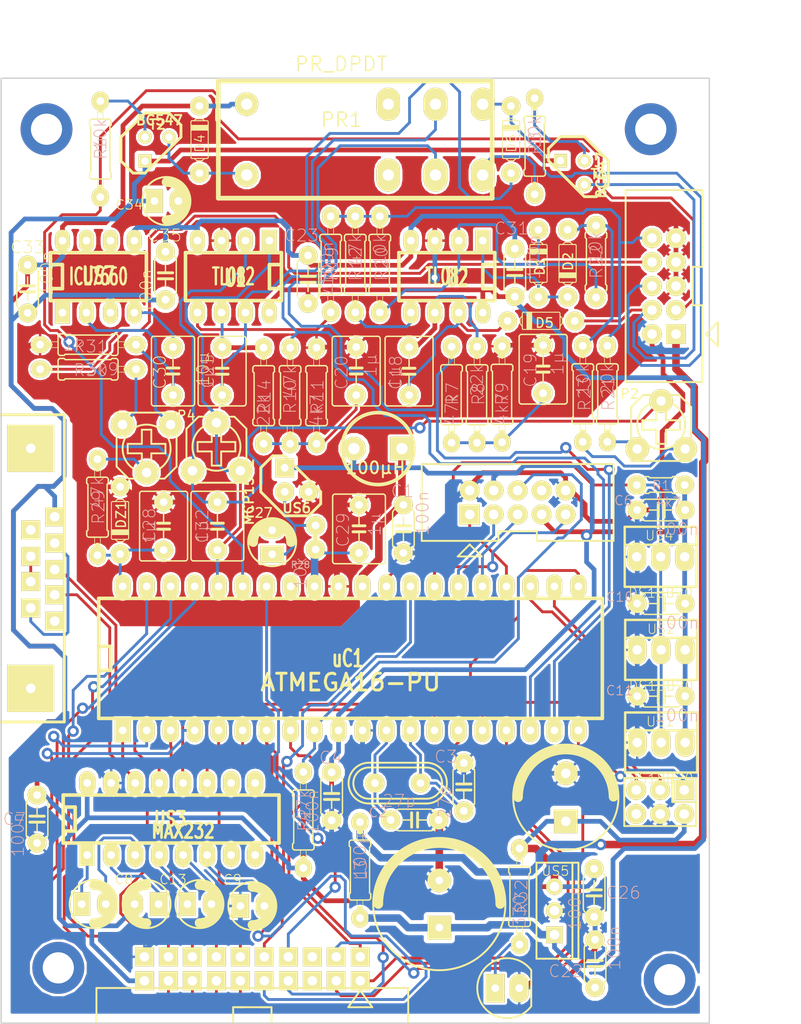
<source format=kicad_pcb>
(kicad_pcb (version 3) (host pcbnew "(2012-nov-02)-testing")
  (layers (15 Gorna signal hide) (0 Dolna signal hide))
  (net 0 "")
  (net 1 +18Va)
  (net 2 +5VD)
  (net 3 -5VA)
  (net 4 /+18V)
  (net 5 /ADC_I)
  (net 6 /ADC_U)
  (net 7 /Buzzer)
  (net 8 /CHG)
  (net 9 /DB0)
  (net 10 /DB1)
  (net 11 /DB2)
  (net 12 /DB3)
  (net 13 /DB4)
  (net 14 /DB5)
  (net 15 /DB6)
  (net 16 /DB7)
  (net 17 /DSG)
  (net 18 /E)
  (net 19 /I_bat)
  (net 20 /MPF)
  (net 21 /No_DAC)
  (net 22 /OW)
  (net 23 /PWM_CHG)
  (net 24 /PWM_DSG)
  (net 25 /R/W)
  (net 26 /RESET)
  (net 27 /RS)
  (net 28 /RXD)
  (net 29 /SCL)
  (net 30 /SDA)
  (net 31 /SW1)
  (net 32 /SW2)
  (net 33 /SW3)
  (net 34 /SW4)
  (net 35 /TCK)
  (net 36 /TDI)
  (net 37 /TDO)
  (net 38 /TMS)
  (net 39 /TXD)
  (net 40 /U_bat)
  (net 41 /VRef)
  (net 42 AGND)
  (net 43 GND)
  (net 44 N-0000014)
  (net 45 N-0000016)
  (net 46 N-0000017)
  (net 47 N-0000018)
  (net 48 N-0000019)
  (net 49 N-000002)
  (net 50 N-0000020)
  (net 51 N-0000024)
  (net 52 N-0000025)
  (net 53 N-0000032)
  (net 54 N-0000034)
  (net 55 N-0000035)
  (net 56 N-000004)
  (net 57 N-0000046)
  (net 58 N-0000047)
  (net 59 N-0000048)
  (net 60 N-0000049)
  (net 61 N-000005)
  (net 62 N-0000050)
  (net 63 N-0000051)
  (net 64 N-0000052)
  (net 65 N-0000053)
  (net 66 N-0000054)
  (net 67 N-0000055)
  (net 68 N-0000056)
  (net 69 N-0000057)
  (net 70 N-0000058)
  (net 71 N-0000059)
  (net 72 N-0000060)
  (net 73 N-0000061)
  (net 74 N-0000062)
  (net 75 N-0000065)
  (net 76 N-0000066)
  (net 77 N-0000067)
  (net 78 N-0000068)
  (net 79 N-0000069)
  (net 80 N-0000070)
  (net 81 N-0000071)
  (net 82 N-0000073)
  (net 83 N-0000074)
  (module S40-DPDT (layer Gorna) (at 147.2 54.1)
    (fp_text reference PR1)
    (fp_text value PR_DPDT)
    (pad E1 thru_hole circle (at -10 -3.75) (size 2.5 2.5) (drill 1.2) (layers *.Cu *.Mask Opisowa_Gorna) (net 2 +5VD))
    (pad E2 thru_hole circle (at -10 3.75) (size 2.5 2.5) (drill 1.2) (layers *.Cu *.Mask Opisowa_Gorna) (net 51 N-0000024))
    (pad S1 thru_hole oval (at 10 -3.75) (size 2.5 3.5) (drill 1.2) (layers *.Cu *.Mask Opisowa_Gorna) (net 24 /PWM_DSG))
    (pad S2 thru_hole oval (at 10 3.75) (size 2.5 3.5) (drill 1.2) (layers *.Cu *.Mask Opisowa_Gorna) (net 23 /PWM_CHG))
    (pad A1 thru_hole oval (at 5 -3.75) (size 2.5 3.5) (drill 1.2) (layers *.Cu *.Mask Opisowa_Gorna))
    (pad A2 thru_hole oval (at 5 3.75) (size 2.5 3.5) (drill 1.2) (layers *.Cu *.Mask Opisowa_Gorna))
    (pad B1 thru_hole oval (at 15 -3.75) (size 2.5 3.5) (drill 1.2) (layers *.Cu *.Mask Opisowa_Gorna) (net 17 /DSG))
    (pad B2 thru_hole oval (at 15 3.75) (size 2.5 3.5) (drill 1.2) (layers *.Cu *.Mask Opisowa_Gorna) (net 54 N-0000034))
  )
  (module resistor-0207-10-ELL (layer Gorna) (at 172.8 81 90)
    (fp_text reference R23)
    (fp_text value 10k)
    (pad 1 thru_hole oval (at -5.08 0 90) (size 2 1.8) (drill 0.8128) (layers *.Cu Pasty_Gorna Opisowa_Gorna Maski_Gorna) (net 66 N-0000054))
    (pad 2 thru_hole oval (at 5.08 0 90) (size 2 1.8) (drill 0.8128) (layers *.Cu Pasty_Gorna Opisowa_Gorna Maski_Gorna) (net 65 N-0000053))
  )
  (module X-HC49-V (layer Gorna) (at 153.2 122.2 180)
    (fp_text reference X1)
    (fp_text value 1.8432MHz)
    (pad 1 thru_hole circle (at -2.413 0 180) (size 1.99898 1.99898) (drill 0.8128) (layers *.Cu Pasty_Gorna Opisowa_Gorna Maski_Gorna) (net 83 N-0000074))
    (pad 2 thru_hole circle (at 2.413 0 180) (size 1.99898 1.99898) (drill 0.8128) (layers *.Cu Pasty_Gorna Opisowa_Gorna Maski_Gorna) (net 82 N-0000073))
  )
  (module TO92-123 (layer Gorna) (at 142.5 90.1 90)
    (fp_text reference US6)
    (fp_text value MCP1541)
    (pad 3 thru_hole rect (at 1.27 -1.27 90) (size 2 2) (drill 0.8128) (layers *.Cu *.Mask Opisowa_Gorna) (net 2 +5VD))
    (pad 2 thru_hole circle (at -1.27 -1.27 90) (size 2 2) (drill 0.8128) (layers *.Cu *.Mask Opisowa_Gorna) (net 45 N-0000016))
    (pad 1 thru_hole circle (at -1.27 1.27 90) (size 2 2) (drill 0.8128) (layers *.Cu *.Mask Opisowa_Gorna) (net 42 AGND))
  )
  (module resistor-POT-H-5-5 (layer Gorna) (at 181.1 84.3)
    (fp_text reference P2)
    (fp_text value 500R)
    (pad 1 thru_hole circle (at -2.54 2.54) (size 2.49936 2.49936) (drill 1.00076) (layers *.Cu *.Mask Opisowa_Gorna) (net 50 N-0000020))
    (pad S thru_hole circle (at 0 -2.54) (size 2.49936 2.49936) (drill 1.00076) (layers *.Cu *.Mask Opisowa_Gorna) (net 57 N-0000046))
    (pad 2 thru_hole circle (at 2.54 2.54) (size 2.49936 2.49936) (drill 1.00076) (layers *.Cu *.Mask Opisowa_Gorna) (net 66 N-0000054))
  )
  (module resistor-POT-H-5-5 (layer Gorna) (at 126.6 86.8 180)
    (fp_text reference P3)
    (fp_text value 1k)
    (pad 1 thru_hole circle (at -2.54 2.54 180) (size 2.49936 2.49936) (drill 1.00076) (layers *.Cu *.Mask Opisowa_Gorna) (net 48 N-0000019))
    (pad S thru_hole circle (at 0 -2.54 180) (size 2.49936 2.49936) (drill 1.00076) (layers *.Cu *.Mask Opisowa_Gorna) (net 47 N-0000018))
    (pad 2 thru_hole circle (at 2.54 2.54 180) (size 2.49936 2.49936) (drill 1.00076) (layers *.Cu *.Mask Opisowa_Gorna) (net 80 N-0000070))
  )
  (module resistor-POT-H-5-5 (layer Gorna) (at 134 86.6)
    (fp_text reference P4)
    (fp_text value 100k)
    (pad 1 thru_hole circle (at -2.54 2.54) (size 2.49936 2.49936) (drill 1.00076) (layers *.Cu *.Mask Opisowa_Gorna) (net 57 N-0000046))
    (pad S thru_hole circle (at 0 -2.54) (size 2.49936 2.49936) (drill 1.00076) (layers *.Cu *.Mask Opisowa_Gorna) (net 5 /ADC_I))
    (pad 2 thru_hole circle (at 2.54 2.54) (size 2.49936 2.49936) (drill 1.00076) (layers *.Cu *.Mask Opisowa_Gorna) (net 5 /ADC_I))
  )
  (module PINHEAD1-3 (layer Gorna) (at 181.1 108.1)
    (fp_text reference US2)
    (fp_text value DS18B20)
    (pad 1 thru_hole oval (at -2.54 0) (size 2 3.01498) (drill 0.99822) (layers *.Cu Pasty_Gorna Opisowa_Gorna Maski_Gorna) (net 43 GND))
    (pad 2 thru_hole oval (at 0 0) (size 2 3.01498) (drill 0.99822) (layers *.Cu Pasty_Gorna Opisowa_Gorna Maski_Gorna) (net 22 /OW))
    (pad 3 thru_hole oval (at 2.54 0) (size 2 3.01498) (drill 0.99822) (layers *.Cu Pasty_Gorna Opisowa_Gorna Maski_Gorna) (net 2 +5VD))
  )
  (module PINHEAD1-3 (layer Gorna) (at 181.05 98.25)
    (fp_text reference US4)
    (fp_text value DS18B20)
    (pad 1 thru_hole oval (at -2.54 0) (size 2 3.01498) (drill 0.99822) (layers *.Cu Pasty_Gorna Opisowa_Gorna Maski_Gorna) (net 43 GND))
    (pad 2 thru_hole oval (at 0 0) (size 2 3.01498) (drill 0.99822) (layers *.Cu Pasty_Gorna Opisowa_Gorna Maski_Gorna) (net 22 /OW))
    (pad 3 thru_hole oval (at 2.54 0) (size 2 3.01498) (drill 0.99822) (layers *.Cu Pasty_Gorna Opisowa_Gorna Maski_Gorna) (net 2 +5VD))
  )
  (module PINHEAD1-3 (layer Gorna) (at 181.1 117.9)
    (fp_text reference US1)
    (fp_text value DS18B20)
    (pad 1 thru_hole oval (at -2.54 0) (size 2 3.01498) (drill 0.99822) (layers *.Cu Pasty_Gorna Opisowa_Gorna Maski_Gorna) (net 43 GND))
    (pad 2 thru_hole oval (at 0 0) (size 2 3.01498) (drill 0.99822) (layers *.Cu Pasty_Gorna Opisowa_Gorna Maski_Gorna) (net 22 /OW))
    (pad 3 thru_hole oval (at 2.54 0) (size 2 3.01498) (drill 0.99822) (layers *.Cu Pasty_Gorna Opisowa_Gorna Maski_Gorna) (net 2 +5VD))
  )
  (module IDE-V-10 (layer Gorna) (at 165.9 92.5)
    (fp_text reference K2)
    (fp_text value JTAG-ATMEL)
    (pad 1 thru_hole rect (at -5.08 1.27) (size 2.1 2.1) (drill 1.016) (layers *.Cu Pasty_Gorna Opisowa_Gorna Maski_Gorna) (net 35 /TCK))
    (pad 2 thru_hole circle (at -5.08 -1.27) (size 2.1 2.1) (drill 1.016) (layers *.Cu Pasty_Gorna Opisowa_Gorna Maski_Gorna) (net 43 GND))
    (pad 3 thru_hole circle (at -2.54 1.27) (size 2.1 2.1) (drill 1.016) (layers *.Cu Pasty_Gorna Opisowa_Gorna Maski_Gorna) (net 37 /TDO))
    (pad 4 thru_hole circle (at -2.54 -1.27) (size 2.1 2.1) (drill 1.016) (layers *.Cu Pasty_Gorna Opisowa_Gorna Maski_Gorna) (net 2 +5VD))
    (pad 5 thru_hole circle (at 0 1.27) (size 2.1 2.1) (drill 1.016) (layers *.Cu Pasty_Gorna Opisowa_Gorna Maski_Gorna) (net 38 /TMS))
    (pad 6 thru_hole circle (at 0 -1.27) (size 2.1 2.1) (drill 1.016) (layers *.Cu Pasty_Gorna Opisowa_Gorna Maski_Gorna) (net 26 /RESET))
    (pad 7 thru_hole circle (at 2.54 1.27) (size 2.1 2.1) (drill 1.016) (layers *.Cu Pasty_Gorna Opisowa_Gorna Maski_Gorna) (net 2 +5VD))
    (pad 8 thru_hole circle (at 2.54 -1.27) (size 2.1 2.1) (drill 1.016) (layers *.Cu Pasty_Gorna Opisowa_Gorna Maski_Gorna))
    (pad 9 thru_hole circle (at 5.08 1.27) (size 2.1 2.1) (drill 1.016) (layers *.Cu Pasty_Gorna Opisowa_Gorna Maski_Gorna) (net 36 /TDI))
    (pad 10 thru_hole circle (at 5.08 -1.27) (size 2.1 2.1) (drill 1.016) (layers *.Cu Pasty_Gorna Opisowa_Gorna Maski_Gorna) (net 43 GND))
  )
  (module DIP-8__300_ELL (layer Gorna) (at 135.8 68.6 180)
    (fp_text reference U1)
    (fp_text value TL082)
    (pad 1 thru_hole rect (at -3.81 3.81 180) (size 1.5748 2.286) (drill 0.8128) (layers *.Cu *.Mask Opisowa_Gorna) (net 5 /ADC_I))
    (pad 2 thru_hole oval (at -1.27 3.81 180) (size 1.5748 2.286) (drill 0.8128) (layers *.Cu *.Mask Opisowa_Gorna) (net 57 N-0000046))
    (pad 3 thru_hole oval (at 1.27 3.81 180) (size 1.5748 2.286) (drill 0.8128) (layers *.Cu *.Mask Opisowa_Gorna) (net 42 AGND))
    (pad 4 thru_hole oval (at 3.81 3.81 180) (size 1.5748 2.286) (drill 0.8128) (layers *.Cu *.Mask Opisowa_Gorna) (net 3 -5VA))
    (pad 5 thru_hole oval (at 3.81 -3.81 180) (size 1.5748 2.286) (drill 0.8128) (layers *.Cu *.Mask Opisowa_Gorna) (net 68 N-0000056))
    (pad 6 thru_hole oval (at 1.27 -3.81 180) (size 1.5748 2.286) (drill 0.8128) (layers *.Cu *.Mask Opisowa_Gorna) (net 67 N-0000055))
    (pad 7 thru_hole oval (at -1.27 -3.81 180) (size 1.5748 2.286) (drill 0.8128) (layers *.Cu *.Mask Opisowa_Gorna) (net 69 N-0000057))
    (pad 8 thru_hole oval (at -3.81 -3.81 180) (size 1.5748 2.286) (drill 0.8128) (layers *.Cu *.Mask Opisowa_Gorna) (net 1 +18Va))
  )
  (module DIP-8__300_ELL (layer Gorna) (at 121.5 68.6)
    (fp_text reference US7)
    (fp_text value ICL7660)
    (pad 1 thru_hole rect (at -3.81 3.81) (size 1.5748 2.286) (drill 0.8128) (layers *.Cu *.Mask Opisowa_Gorna))
    (pad 2 thru_hole oval (at -1.27 3.81) (size 1.5748 2.286) (drill 0.8128) (layers *.Cu *.Mask Opisowa_Gorna) (net 46 N-0000017))
    (pad 3 thru_hole oval (at 1.27 3.81) (size 1.5748 2.286) (drill 0.8128) (layers *.Cu *.Mask Opisowa_Gorna) (net 43 GND))
    (pad 4 thru_hole oval (at 3.81 3.81) (size 1.5748 2.286) (drill 0.8128) (layers *.Cu *.Mask Opisowa_Gorna) (net 81 N-0000071))
    (pad 5 thru_hole oval (at 3.81 -3.81) (size 1.5748 2.286) (drill 0.8128) (layers *.Cu *.Mask Opisowa_Gorna) (net 3 -5VA))
    (pad 6 thru_hole oval (at 1.27 -3.81) (size 1.5748 2.286) (drill 0.8128) (layers *.Cu *.Mask Opisowa_Gorna))
    (pad 7 thru_hole oval (at -1.27 -3.81) (size 1.5748 2.286) (drill 0.8128) (layers *.Cu *.Mask Opisowa_Gorna))
    (pad 8 thru_hole oval (at -3.81 -3.81) (size 1.5748 2.286) (drill 0.8128) (layers *.Cu *.Mask Opisowa_Gorna) (net 2 +5VD))
  )
  (module DIP-8__300_ELL (layer Gorna) (at 158.4 68.6 180)
    (fp_text reference U2)
    (fp_text value TL082)
    (pad 1 thru_hole rect (at -3.81 3.81 180) (size 1.5748 2.286) (drill 0.8128) (layers *.Cu *.Mask Opisowa_Gorna) (net 64 N-0000052))
    (pad 2 thru_hole oval (at -1.27 3.81 180) (size 1.5748 2.286) (drill 0.8128) (layers *.Cu *.Mask Opisowa_Gorna) (net 58 N-0000047))
    (pad 3 thru_hole oval (at 1.27 3.81 180) (size 1.5748 2.286) (drill 0.8128) (layers *.Cu *.Mask Opisowa_Gorna) (net 42 AGND))
    (pad 4 thru_hole oval (at 3.81 3.81 180) (size 1.5748 2.286) (drill 0.8128) (layers *.Cu *.Mask Opisowa_Gorna) (net 3 -5VA))
    (pad 5 thru_hole oval (at 3.81 -3.81 180) (size 1.5748 2.286) (drill 0.8128) (layers *.Cu *.Mask Opisowa_Gorna) (net 49 N-000002))
    (pad 6 thru_hole oval (at 1.27 -3.81 180) (size 1.5748 2.286) (drill 0.8128) (layers *.Cu *.Mask Opisowa_Gorna) (net 53 N-0000032))
    (pad 7 thru_hole oval (at -1.27 -3.81 180) (size 1.5748 2.286) (drill 0.8128) (layers *.Cu *.Mask Opisowa_Gorna) (net 63 N-0000051))
    (pad 8 thru_hole oval (at -3.81 -3.81 180) (size 1.5748 2.286) (drill 0.8128) (layers *.Cu *.Mask Opisowa_Gorna) (net 1 +18Va))
  )
  (module DIP-40__600_ELL (layer Gorna) (at 148.2 109)
    (fp_text reference uC1)
    (fp_text value ATMEGA16-PU)
    (pad 1 thru_hole rect (at -24.13 7.62) (size 1.7 2.5) (drill 0.8128) (layers *.Cu *.Mask Opisowa_Gorna) (net 9 /DB0))
    (pad 2 thru_hole oval (at -21.59 7.62) (size 1.7 2.5) (drill 0.8128) (layers *.Cu *.Mask Opisowa_Gorna) (net 10 /DB1))
    (pad 3 thru_hole oval (at -19.05 7.62) (size 1.7 2.5) (drill 0.8128) (layers *.Cu *.Mask Opisowa_Gorna) (net 11 /DB2))
    (pad 4 thru_hole oval (at -16.51 7.62) (size 1.7 2.5) (drill 0.8128) (layers *.Cu *.Mask Opisowa_Gorna) (net 12 /DB3))
    (pad 5 thru_hole oval (at -13.97 7.62) (size 1.7 2.5) (drill 0.8128) (layers *.Cu *.Mask Opisowa_Gorna) (net 13 /DB4))
    (pad 6 thru_hole oval (at -11.43 7.62) (size 1.7 2.5) (drill 0.8128) (layers *.Cu *.Mask Opisowa_Gorna) (net 14 /DB5))
    (pad 7 thru_hole oval (at -8.89 7.62) (size 1.7 2.5) (drill 0.8128) (layers *.Cu *.Mask Opisowa_Gorna) (net 15 /DB6))
    (pad 8 thru_hole oval (at -6.35 7.62) (size 1.7 2.5) (drill 0.8128) (layers *.Cu *.Mask Opisowa_Gorna) (net 16 /DB7))
    (pad 9 thru_hole oval (at -3.81 7.62) (size 1.7 2.5) (drill 0.8128) (layers *.Cu *.Mask Opisowa_Gorna) (net 26 /RESET))
    (pad 10 thru_hole oval (at -1.27 7.62) (size 1.7 2.5) (drill 0.8128) (layers *.Cu *.Mask Opisowa_Gorna) (net 2 +5VD))
    (pad 11 thru_hole oval (at 1.27 7.62) (size 1.7 2.5) (drill 0.8128) (layers *.Cu *.Mask Opisowa_Gorna) (net 43 GND))
    (pad 12 thru_hole oval (at 3.81 7.62) (size 1.7 2.5) (drill 0.8128) (layers *.Cu *.Mask Opisowa_Gorna) (net 82 N-0000073))
    (pad 13 thru_hole oval (at 6.35 7.62) (size 1.7 2.5) (drill 0.8128) (layers *.Cu *.Mask Opisowa_Gorna) (net 83 N-0000074))
    (pad 14 thru_hole oval (at 8.89 7.62) (size 1.7 2.5) (drill 0.8128) (layers *.Cu *.Mask Opisowa_Gorna) (net 28 /RXD))
    (pad 15 thru_hole oval (at 11.43 7.62) (size 1.7 2.5) (drill 0.8128) (layers *.Cu *.Mask Opisowa_Gorna) (net 39 /TXD))
    (pad 16 thru_hole oval (at 13.97 7.62) (size 1.7 2.5) (drill 0.8128) (layers *.Cu *.Mask Opisowa_Gorna) (net 20 /MPF))
    (pad 17 thru_hole oval (at 16.51 7.62) (size 1.7 2.5) (drill 0.8128) (layers *.Cu *.Mask Opisowa_Gorna) (net 32 /SW2))
    (pad 18 thru_hole oval (at 19.05 7.62) (size 1.7 2.5) (drill 0.8128) (layers *.Cu *.Mask Opisowa_Gorna) (net 24 /PWM_DSG))
    (pad 19 thru_hole oval (at 21.59 7.62) (size 1.7 2.5) (drill 0.8128) (layers *.Cu *.Mask Opisowa_Gorna) (net 23 /PWM_CHG))
    (pad 20 thru_hole oval (at 24.13 7.62) (size 1.7 2.5) (drill 0.8128) (layers *.Cu *.Mask Opisowa_Gorna) (net 33 /SW3))
    (pad 21 thru_hole oval (at 24.13 -7.62) (size 1.7 2.5) (drill 0.8128) (layers *.Cu *.Mask Opisowa_Gorna) (net 34 /SW4))
    (pad 22 thru_hole oval (at 21.59 -7.62) (size 1.7 2.5) (drill 0.8128) (layers *.Cu *.Mask Opisowa_Gorna) (net 29 /SCL))
    (pad 23 thru_hole oval (at 19.05 -7.62) (size 1.7 2.5) (drill 0.8128) (layers *.Cu *.Mask Opisowa_Gorna) (net 30 /SDA))
    (pad 24 thru_hole oval (at 16.51 -7.62) (size 1.7 2.5) (drill 0.8128) (layers *.Cu *.Mask Opisowa_Gorna) (net 35 /TCK))
    (pad 25 thru_hole oval (at 13.97 -7.62) (size 1.7 2.5) (drill 0.8128) (layers *.Cu *.Mask Opisowa_Gorna) (net 38 /TMS))
    (pad 26 thru_hole oval (at 11.43 -7.62) (size 1.7 2.5) (drill 0.8128) (layers *.Cu *.Mask Opisowa_Gorna) (net 37 /TDO))
    (pad 27 thru_hole oval (at 8.89 -7.62) (size 1.7 2.5) (drill 0.8128) (layers *.Cu *.Mask Opisowa_Gorna) (net 36 /TDI))
    (pad 28 thru_hole oval (at 6.35 -7.62) (size 1.7 2.5) (drill 0.8128) (layers *.Cu *.Mask Opisowa_Gorna) (net 31 /SW1))
    (pad 29 thru_hole oval (at 3.81 -7.62) (size 1.7 2.5) (drill 0.8128) (layers *.Cu *.Mask Opisowa_Gorna) (net 22 /OW))
    (pad 30 thru_hole oval (at 1.27 -7.62) (size 1.7 2.5) (drill 0.8128) (layers *.Cu *.Mask Opisowa_Gorna) (net 56 N-000004))
    (pad 31 thru_hole oval (at -1.27 -7.62) (size 1.7 2.5) (drill 0.8128) (layers *.Cu *.Mask Opisowa_Gorna) (net 42 AGND))
    (pad 32 thru_hole oval (at -3.81 -7.62) (size 1.7 2.5) (drill 0.8128) (layers *.Cu *.Mask Opisowa_Gorna) (net 41 /VRef))
    (pad 33 thru_hole oval (at -6.35 -7.62) (size 1.7 2.5) (drill 0.8128) (layers *.Cu *.Mask Opisowa_Gorna))
    (pad 34 thru_hole oval (at -8.89 -7.62) (size 1.7 2.5) (drill 0.8128) (layers *.Cu *.Mask Opisowa_Gorna) (net 7 /Buzzer))
    (pad 35 thru_hole oval (at -11.43 -7.62) (size 1.7 2.5) (drill 0.8128) (layers *.Cu *.Mask Opisowa_Gorna) (net 21 /No_DAC))
    (pad 36 thru_hole oval (at -13.97 -7.62) (size 1.7 2.5) (drill 0.8128) (layers *.Cu *.Mask Opisowa_Gorna) (net 5 /ADC_I))
    (pad 37 thru_hole oval (at -16.51 -7.62) (size 1.7 2.5) (drill 0.8128) (layers *.Cu *.Mask Opisowa_Gorna) (net 18 /E))
    (pad 38 thru_hole oval (at -19.05 -7.62) (size 1.7 2.5) (drill 0.8128) (layers *.Cu *.Mask Opisowa_Gorna) (net 25 /R/W))
    (pad 39 thru_hole oval (at -21.59 -7.62) (size 1.7 2.5) (drill 0.8128) (layers *.Cu *.Mask Opisowa_Gorna) (net 27 /RS))
    (pad 40 thru_hole oval (at -24.13 -7.62) (size 1.7 2.5) (drill 0.8128) (layers *.Cu *.Mask Opisowa_Gorna) (net 6 /ADC_U))
  )
  (module DIP-16__300_ELL (layer Gorna) (at 129.2 126)
    (fp_text reference US3)
    (fp_text value MAX232)
    (pad 1 thru_hole rect (at -8.89 3.81) (size 1.5748 2.286) (drill 0.8128) (layers *.Cu *.Mask Opisowa_Gorna) (net 71 N-0000059))
    (pad 2 thru_hole oval (at -6.35 3.81) (size 1.7 2.5) (drill 0.8128) (layers *.Cu *.Mask Opisowa_Gorna) (net 79 N-0000069))
    (pad 3 thru_hole oval (at -3.81 3.81) (size 1.7 2.5) (drill 0.8128) (layers *.Cu *.Mask Opisowa_Gorna) (net 76 N-0000066))
    (pad 4 thru_hole oval (at -1.27 3.81) (size 1.7 2.5) (drill 0.8128) (layers *.Cu *.Mask Opisowa_Gorna) (net 70 N-0000058))
    (pad 5 thru_hole oval (at 1.27 3.81) (size 1.7 2.5) (drill 0.8128) (layers *.Cu *.Mask Opisowa_Gorna) (net 77 N-0000067))
    (pad 6 thru_hole oval (at 3.81 3.81) (size 1.7 2.5) (drill 0.8128) (layers *.Cu *.Mask Opisowa_Gorna) (net 78 N-0000068))
    (pad 7 thru_hole oval (at 6.35 3.81) (size 1.7 2.5) (drill 0.8128) (layers *.Cu *.Mask Opisowa_Gorna))
    (pad 8 thru_hole oval (at 8.89 3.81) (size 1.7 2.5) (drill 0.8128) (layers *.Cu *.Mask Opisowa_Gorna))
    (pad 9 thru_hole oval (at 8.89 -3.81) (size 1.7 2.5) (drill 0.8128) (layers *.Cu *.Mask Opisowa_Gorna))
    (pad 10 thru_hole oval (at 6.35 -3.81) (size 1.7 2.5) (drill 0.8128) (layers *.Cu *.Mask Opisowa_Gorna))
    (pad 11 thru_hole oval (at 3.81 -3.81) (size 1.7 2.5) (drill 0.8128) (layers *.Cu *.Mask Opisowa_Gorna) (net 39 /TXD))
    (pad 12 thru_hole oval (at 1.27 -3.81) (size 1.7 2.5) (drill 0.8128) (layers *.Cu *.Mask Opisowa_Gorna) (net 28 /RXD))
    (pad 13 thru_hole oval (at -1.27 -3.81) (size 1.7 2.5) (drill 0.8128) (layers *.Cu *.Mask Opisowa_Gorna) (net 73 N-0000061))
    (pad 14 thru_hole oval (at -3.81 -3.81) (size 1.7 2.5) (drill 0.8128) (layers *.Cu *.Mask Opisowa_Gorna) (net 75 N-0000065))
    (pad 15 thru_hole oval (at -6.35 -3.81) (size 1.7 2.5) (drill 0.8128) (layers *.Cu *.Mask Opisowa_Gorna) (net 43 GND))
    (pad 16 thru_hole oval (at -8.89 -3.81) (size 1.7 2.5) (drill 0.8128) (layers *.Cu *.Mask Opisowa_Gorna) (net 2 +5VD))
  )
  (module DB9FC (layer Gorna) (at 115.6 99.6 90)
    (fp_text reference K1)
    (fp_text value D-SUB-DE-9)
    (pad "" thru_hole rect (at 12.827 -1.27 90) (size 5 5) (drill 1.016) (layers *.Cu *.Mask Opisowa_Gorna))
    (pad "" thru_hole rect (at -12.573 -1.27 90) (size 5 5) (drill 1.016) (layers *.Cu *.Mask Opisowa_Gorna))
    (pad 1 thru_hole rect (at -5.461 1.27 90) (size 2 2) (drill 1.016) (layers *.Cu *.Mask Opisowa_Gorna))
    (pad 2 thru_hole rect (at -2.667 1.27 90) (size 2 2) (drill 1.016) (layers *.Cu *.Mask Opisowa_Gorna) (net 75 N-0000065))
    (pad 3 thru_hole rect (at 0 1.27 90) (size 2 2) (drill 1.016) (layers *.Cu *.Mask Opisowa_Gorna) (net 73 N-0000061))
    (pad 4 thru_hole rect (at 2.794 1.27 90) (size 2 2) (drill 1.016) (layers *.Cu *.Mask Opisowa_Gorna) (net 74 N-0000062))
    (pad 5 thru_hole rect (at 5.588 1.27 90) (size 2 2) (drill 1.016) (layers *.Cu *.Mask Opisowa_Gorna) (net 43 GND))
    (pad 6 thru_hole rect (at -4.064 -1.27 90) (size 2 2) (drill 1.016) (layers *.Cu *.Mask Opisowa_Gorna) (net 74 N-0000062))
    (pad 7 thru_hole rect (at -1.27 -1.27 90) (size 2 2) (drill 1.016) (layers *.Cu *.Mask Opisowa_Gorna) (net 72 N-0000060))
    (pad 8 thru_hole rect (at 1.397 -1.27 90) (size 2 2) (drill 1.016) (layers *.Cu *.Mask Opisowa_Gorna) (net 72 N-0000060))
    (pad 9 thru_hole rect (at 4.191 -1.27 90) (size 2 2) (drill 1.016) (layers *.Cu *.Mask Opisowa_Gorna))
  )
  (module capacitor-ELE-5-14 (layer Gorna) (at 157.6 135 270)
    (fp_text reference C21)
    (fp_text value 470µ)
    (pad - thru_hole circle (at -2.49936 0 270) (size 2.49936 2.49936) (drill 0.8001) (layers *.Cu *.Mask Opisowa_Gorna) (net 43 GND))
    (pad + thru_hole rect (at 2.49936 0 270) (size 2.49936 2.49936) (drill 0.8001) (layers *.Cu *.Mask Opisowa_Gorna) (net 1 +18Va))
  )
  (module capacitor-ELE-5-11 (layer Gorna) (at 171 123.7 90)
    (fp_text reference C24)
    (fp_text value 470µ)
    (pad + thru_hole rect (at -2.54 0 90) (size 2.49936 2.49936) (drill 1.016) (layers *.Cu *.Mask Opisowa_Gorna) (net 2 +5VD))
    (pad - thru_hole circle (at 2.54 0 90) (size 2.49936 2.49936) (drill 1.016) (layers *.Cu *.Mask Opisowa_Gorna) (net 43 GND))
  )
  (module capacitor-ELE-2.5-5 (layer Gorna) (at 139.9 96.7 90)
    (fp_text reference C27)
    (fp_text value 10µ)
    (pad + thru_hole rect (at -1.27 0 90) (size 1.80086 2.49936) (drill 0.8128) (layers *.Cu *.Mask Opisowa_Gorna) (net 45 N-0000016))
    (pad - thru_hole oval (at 1.27 0 90) (size 1.80086 2.49936) (drill 0.8128) (layers *.Cu *.Mask Opisowa_Gorna) (net 42 AGND))
  )
  (module capacitor-ELE-2.5-5 (layer Gorna) (at 121 135)
    (fp_text reference C12)
    (fp_text value 10µ)
    (pad + thru_hole rect (at -1.27 0) (size 1.80086 2.49936) (drill 0.8128) (layers *.Cu *.Mask Opisowa_Gorna) (net 71 N-0000059))
    (pad - thru_hole oval (at 1.27 0) (size 1.80086 2.49936) (drill 0.8128) (layers *.Cu *.Mask Opisowa_Gorna) (net 76 N-0000066))
  )
  (module capacitor-ELE-2.5-5 (layer Gorna) (at 132.2 135)
    (fp_text reference C13)
    (fp_text value 10µ)
    (pad + thru_hole rect (at -1.27 0) (size 1.80086 2.49936) (drill 0.8128) (layers *.Cu *.Mask Opisowa_Gorna) (net 70 N-0000058))
    (pad - thru_hole oval (at 1.27 0) (size 1.80086 2.49936) (drill 0.8128) (layers *.Cu *.Mask Opisowa_Gorna) (net 77 N-0000067))
  )
  (module capacitor-ELE-2.5-5 (layer Gorna) (at 126.6 135 180)
    (fp_text reference C8)
    (fp_text value 10µ)
    (pad + thru_hole rect (at -1.27 0 180) (size 1.80086 2.49936) (drill 0.8128) (layers *.Cu *.Mask Opisowa_Gorna) (net 79 N-0000069))
    (pad - thru_hole oval (at 1.27 0 180) (size 1.80086 2.49936) (drill 0.8128) (layers *.Cu *.Mask Opisowa_Gorna) (net 2 +5VD))
  )
  (module capacitor-ELE-2.5-5 (layer Gorna) (at 137.8 135.2)
    (fp_text reference C9)
    (fp_text value 10µ)
    (pad + thru_hole rect (at -1.27 0) (size 1.80086 2.49936) (drill 0.8128) (layers *.Cu *.Mask Opisowa_Gorna) (net 43 GND))
    (pad - thru_hole oval (at 1.27 0) (size 1.80086 2.49936) (drill 0.8128) (layers *.Cu *.Mask Opisowa_Gorna) (net 78 N-0000068))
  )
  (module capacitor-C050-055X075 (layer Gorna) (at 134.1 95 270)
    (fp_text reference C32)
    (fp_text value 1µ)
    (pad 1 thru_hole circle (at -2.54 0 270) (size 2 2) (drill 0.8128) (layers *.Cu *.Mask Opisowa_Gorna) (net 57 N-0000046))
    (pad 2 thru_hole circle (at 2.54 0 270) (size 2 2) (drill 0.8128) (layers *.Cu *.Mask Opisowa_Gorna) (net 5 /ADC_I))
  )
  (module capacitor-C050-055X075 (layer Gorna) (at 149.1 95.3 90)
    (fp_text reference C29)
    (fp_text value 1µ)
    (pad 1 thru_hole circle (at -2.54 0 90) (size 2 2) (drill 0.8128) (layers *.Cu *.Mask Opisowa_Gorna) (net 41 /VRef))
    (pad 2 thru_hole circle (at 2.54 0 90) (size 2 2) (drill 0.8128) (layers *.Cu *.Mask Opisowa_Gorna) (net 42 AGND))
  )
  (module capacitor-C050-050X075 (layer Gorna) (at 148.8 78.6 90)
    (fp_text reference C20)
    (fp_text value 1µ)
    (pad 1 thru_hole circle (at -2.54 0 90) (size 2 2) (drill 0.8128) (layers *.Cu *.Mask Opisowa_Gorna) (net 61 N-000005))
    (pad 2 thru_hole circle (at 2.54 0 90) (size 2 2) (drill 0.8128) (layers *.Cu *.Mask Opisowa_Gorna) (net 42 AGND))
  )
  (module capacitor-C050-050X075 (layer Gorna) (at 134.6 78.6 270)
    (fp_text reference C25)
    (fp_text value 1µ)
    (pad 1 thru_hole circle (at -2.54 0 270) (size 2 2) (drill 0.8128) (layers *.Cu *.Mask Opisowa_Gorna) (net 67 N-0000055))
    (pad 2 thru_hole circle (at 2.54 0 270) (size 2 2) (drill 0.8128) (layers *.Cu *.Mask Opisowa_Gorna) (net 69 N-0000057))
  )
  (module capacitor-C050-050X075 (layer Gorna) (at 154.4 78.6 270)
    (fp_text reference C18)
    (fp_text value 1µ)
    (pad 1 thru_hole circle (at -2.54 0 270) (size 2 2) (drill 0.8128) (layers *.Cu *.Mask Opisowa_Gorna) (net 53 N-0000032))
    (pad 2 thru_hole circle (at 2.54 0 270) (size 2 2) (drill 0.8128) (layers *.Cu *.Mask Opisowa_Gorna) (net 63 N-0000051))
  )
  (module capacitor-C050-050X075 (layer Gorna) (at 128.4 95 270)
    (fp_text reference C28)
    (fp_text value 1µ)
    (pad 1 thru_hole circle (at -2.54 0 270) (size 2 2) (drill 0.8128) (layers *.Cu *.Mask Opisowa_Gorna) (net 42 AGND))
    (pad 2 thru_hole circle (at 2.54 0 270) (size 2 2) (drill 0.8128) (layers *.Cu *.Mask Opisowa_Gorna) (net 6 /ADC_U))
  )
  (module capacitor-C050-050X075 (layer Gorna) (at 168.6 78.4 90)
    (fp_text reference C19)
    (fp_text value 1µ)
    (pad 1 thru_hole circle (at -2.54 0 90) (size 2 2) (drill 0.8128) (layers *.Cu *.Mask Opisowa_Gorna) (net 59 N-0000048))
    (pad 2 thru_hole circle (at 2.54 0 90) (size 2 2) (drill 0.8128) (layers *.Cu *.Mask Opisowa_Gorna) (net 42 AGND))
  )
  (module capacitor-C050-045X075 (layer Gorna) (at 129.4 78.6 90)
    (fp_text reference C30)
    (fp_text value 10µ)
    (pad 1 thru_hole circle (at -2.54 0 90) (size 2 2) (drill 0.8128) (layers *.Cu *.Mask Opisowa_Gorna) (net 46 N-0000017))
    (pad 2 thru_hole circle (at 2.54 0 90) (size 2 2) (drill 0.8128) (layers *.Cu *.Mask Opisowa_Gorna) (net 81 N-0000071))
  )
  (module capacitor-C050-024X044 (layer Gorna) (at 155 126.1 180)
    (fp_text reference C2)
    (fp_text value 27p)
    (pad 1 thru_hole circle (at -2.54 0 180) (size 2 2) (drill 0.8128) (layers *.Cu Pasty_Gorna Opisowa_Gorna Maski_Gorna) (net 43 GND))
    (pad 2 thru_hole circle (at 2.54 0 180) (size 2 2) (drill 0.8128) (layers *.Cu Pasty_Gorna Opisowa_Gorna Maski_Gorna) (net 82 N-0000073))
  )
  (module capacitor-C050-024X044 (layer Gorna) (at 174.1 141.3 90)
    (fp_text reference C22)
    (fp_text value 100n)
    (pad 1 thru_hole circle (at -2.54 0 90) (size 2 2) (drill 0.8128) (layers *.Cu Pasty_Gorna Opisowa_Gorna Maski_Gorna) (net 1 +18Va))
    (pad 2 thru_hole circle (at 2.54 0 90) (size 2 2) (drill 0.8128) (layers *.Cu Pasty_Gorna Opisowa_Gorna Maski_Gorna) (net 43 GND))
  )
  (module capacitor-C050-024X044 (layer Gorna) (at 160.2 122.6 270)
    (fp_text reference C3)
    (fp_text value 27p)
    (pad 1 thru_hole circle (at -2.54 0 270) (size 2 2) (drill 0.8128) (layers *.Cu Pasty_Gorna Opisowa_Gorna Maski_Gorna) (net 43 GND))
    (pad 2 thru_hole circle (at 2.54 0 270) (size 2 2) (drill 0.8128) (layers *.Cu Pasty_Gorna Opisowa_Gorna Maski_Gorna) (net 83 N-0000074))
  )
  (module capacitor-C050-024X044 (layer Gorna) (at 153.8 95.3 90)
    (fp_text reference C1)
    (fp_text value 100n)
    (pad 1 thru_hole circle (at -2.54 0 90) (size 2 2) (drill 0.8128) (layers *.Cu Pasty_Gorna Opisowa_Gorna Maski_Gorna) (net 43 GND))
    (pad 2 thru_hole circle (at 2.54 0 90) (size 2 2) (drill 0.8128) (layers *.Cu Pasty_Gorna Opisowa_Gorna Maski_Gorna) (net 56 N-000004))
  )
  (module capacitor-C050-024X044 (layer Gorna) (at 146.2 123.6 270)
    (fp_text reference C4)
    (fp_text value 100n)
    (pad 1 thru_hole circle (at -2.54 0 270) (size 2 2) (drill 0.8128) (layers *.Cu Pasty_Gorna Opisowa_Gorna Maski_Gorna) (net 2 +5VD))
    (pad 2 thru_hole circle (at 2.54 0 270) (size 2 2) (drill 0.8128) (layers *.Cu Pasty_Gorna Opisowa_Gorna Maski_Gorna) (net 43 GND))
  )
  (module capacitor-C050-024X044 (layer Gorna) (at 181.1 113)
    (fp_text reference C11)
    (fp_text value 100n)
    (pad 1 thru_hole circle (at -2.54 0) (size 2 2) (drill 0.8128) (layers *.Cu Pasty_Gorna Opisowa_Gorna Maski_Gorna) (net 43 GND))
    (pad 2 thru_hole circle (at 2.54 0) (size 2 2) (drill 0.8128) (layers *.Cu Pasty_Gorna Opisowa_Gorna Maski_Gorna) (net 2 +5VD))
  )
  (module capacitor-C050-024X044 (layer Gorna) (at 165.6 68.18 90)
    (fp_text reference C31)
    (fp_text value 100n)
    (pad 1 thru_hole circle (at -2.54 0 90) (size 2 2) (drill 0.8128) (layers *.Cu Pasty_Gorna Opisowa_Gorna Maski_Gorna) (net 1 +18Va))
    (pad 2 thru_hole circle (at 2.54 0 90) (size 2 2) (drill 0.8128) (layers *.Cu Pasty_Gorna Opisowa_Gorna Maski_Gorna) (net 3 -5VA))
  )
  (module capacitor-C050-024X044 (layer Gorna) (at 115 126 270)
    (fp_text reference C7)
    (fp_text value 100n)
    (pad 1 thru_hole circle (at -2.54 0 270) (size 2 2) (drill 0.8128) (layers *.Cu Pasty_Gorna Opisowa_Gorna Maski_Gorna) (net 2 +5VD))
    (pad 2 thru_hole circle (at 2.54 0 270) (size 2 2) (drill 0.8128) (layers *.Cu Pasty_Gorna Opisowa_Gorna Maski_Gorna) (net 43 GND))
  )
  (module capacitor-C050-024X044 (layer Gorna) (at 143.7 68.9 90)
    (fp_text reference C23)
    (fp_text value 100n)
    (pad 1 thru_hole circle (at -2.54 0 90) (size 2 2) (drill 0.8128) (layers *.Cu Pasty_Gorna Opisowa_Gorna Maski_Gorna) (net 1 +18Va))
    (pad 2 thru_hole circle (at 2.54 0 90) (size 2 2) (drill 0.8128) (layers *.Cu Pasty_Gorna Opisowa_Gorna Maski_Gorna) (net 3 -5VA))
  )
  (module capacitor-C050-024X044 (layer Gorna) (at 114 69.9 90)
    (fp_text reference C33)
    (fp_text value 100n)
    (pad 1 thru_hole circle (at -2.54 0 90) (size 2 2) (drill 0.8128) (layers *.Cu Pasty_Gorna Opisowa_Gorna Maski_Gorna) (net 43 GND))
    (pad 2 thru_hole circle (at 2.54 0 90) (size 2 2) (drill 0.8128) (layers *.Cu Pasty_Gorna Opisowa_Gorna Maski_Gorna) (net 2 +5VD))
  )
  (module capacitor-C050-024X044 (layer Gorna) (at 174 133.8 270)
    (fp_text reference C26)
    (fp_text value 100n)
    (pad 1 thru_hole circle (at -2.54 0 270) (size 2 2) (drill 0.8128) (layers *.Cu Pasty_Gorna Opisowa_Gorna Maski_Gorna) (net 2 +5VD))
    (pad 2 thru_hole circle (at 2.54 0 270) (size 2 2) (drill 0.8128) (layers *.Cu Pasty_Gorna Opisowa_Gorna Maski_Gorna) (net 43 GND))
  )
  (module capacitor-C050-024X044 (layer Gorna) (at 128.6 68.5 270)
    (fp_text reference C35)
    (fp_text value 100n)
    (pad 1 thru_hole circle (at -2.54 0 270) (size 2 2) (drill 0.8128) (layers *.Cu Pasty_Gorna Opisowa_Gorna Maski_Gorna) (net 3 -5VA))
    (pad 2 thru_hole circle (at 2.54 0 270) (size 2 2) (drill 0.8128) (layers *.Cu Pasty_Gorna Opisowa_Gorna Maski_Gorna) (net 43 GND))
  )
  (module capacitor-C050-024X044 (layer Gorna) (at 181.1 103.2)
    (fp_text reference C10)
    (fp_text value 100n)
    (pad 1 thru_hole circle (at -2.54 0) (size 2 2) (drill 0.8128) (layers *.Cu Pasty_Gorna Opisowa_Gorna Maski_Gorna) (net 43 GND))
    (pad 2 thru_hole circle (at 2.54 0) (size 2 2) (drill 0.8128) (layers *.Cu Pasty_Gorna Opisowa_Gorna Maski_Gorna) (net 2 +5VD))
  )
  (module capacitor-C050-024X044 (layer Gorna) (at 181.1 93.3)
    (fp_text reference C6)
    (fp_text value 100n)
    (pad 1 thru_hole circle (at -2.54 0) (size 2 2) (drill 0.8128) (layers *.Cu Pasty_Gorna Opisowa_Gorna Maski_Gorna) (net 43 GND))
    (pad 2 thru_hole circle (at 2.54 0) (size 2 2) (drill 0.8128) (layers *.Cu Pasty_Gorna Opisowa_Gorna Maski_Gorna) (net 2 +5VD))
  )
  (module D-LED-O-5mm (layer Gorna) (at 164.8 143.9)
    (fp_text reference D3)
    (fp_text value Power)
    (pad A thru_hole rect (at -1.27 0) (size 1.99898 2.99974) (drill 0.8128) (layers *.Cu Pasty_Gorna Opisowa_Gorna Maski_Gorna) (net 44 N-0000014))
    (pad K thru_hole oval (at 1.27 0) (size 1.99898 2.99974) (drill 0.8128) (layers *.Cu Pasty_Gorna Opisowa_Gorna Maski_Gorna) (net 43 GND))
  )
  (module resistor-0207/2V (layer Gorna) (at 144.5 96.2 270)
    (fp_text reference R28)
    (fp_text value 10k)
    (pad 1 thru_hole circle (at -1.27 0 270) (size 2 2) (drill 0.8128) (layers *.Cu Pasty_Gorna Opisowa_Gorna Maski_Gorna) (net 45 N-0000016))
    (pad 2 thru_hole circle (at 1.27 0 270) (size 2 2) (drill 0.8128) (layers *.Cu Pasty_Gorna Opisowa_Gorna Maski_Gorna) (net 41 /VRef))
  )
  (module DO-35 (layer Gorna) (at 123.8 94.4 90)
    (fp_text reference DZ1)
    (fp_text value 4V1)
    (pad A thru_hole circle (at 3.556 0 270) (size 1.99898 1.99898) (drill 0.8001) (layers *.Cu Pasty_Gorna Opisowa_Gorna Maski_Gorna) (net 42 AGND))
    (pad K thru_hole circle (at -3.556 0 270) (size 1.99898 1.99898) (drill 0.8001) (layers *.Cu Pasty_Gorna Opisowa_Gorna Maski_Gorna) (net 6 /ADC_U))
  )
  (module DO-35 (layer Gorna) (at 168.1 67.2 270)
    (fp_text reference D1)
    (fp_text value 1N4841)
    (pad A thru_hole circle (at 3.556 0 90) (size 1.99898 1.99898) (drill 0.8001) (layers *.Cu Pasty_Gorna Opisowa_Gorna Maski_Gorna) (net 64 N-0000052))
    (pad K thru_hole circle (at -3.556 0 90) (size 1.99898 1.99898) (drill 0.8001) (layers *.Cu Pasty_Gorna Opisowa_Gorna Maski_Gorna) (net 58 N-0000047))
  )
  (module DO-35 (layer Gorna) (at 171.2 67.2 90)
    (fp_text reference D2)
    (fp_text value 1N4841)
    (pad A thru_hole circle (at 3.556 0 270) (size 1.99898 1.99898) (drill 0.8001) (layers *.Cu Pasty_Gorna Opisowa_Gorna Maski_Gorna) (net 65 N-0000053))
    (pad K thru_hole circle (at -3.556 0 270) (size 1.99898 1.99898) (drill 0.8001) (layers *.Cu Pasty_Gorna Opisowa_Gorna Maski_Gorna) (net 64 N-0000052))
  )
  (module resistor-0207-10-ELL (layer Gorna) (at 161.6 81.1 90)
    (fp_text reference R8)
    (fp_text value 22k)
    (pad 1 thru_hole oval (at -5.08 0 90) (size 2 1.8) (drill 0.8128) (layers *.Cu Pasty_Gorna Opisowa_Gorna Maski_Gorna) (net 59 N-0000048))
    (pad 2 thru_hole oval (at 5.08 0 90) (size 2 1.8) (drill 0.8128) (layers *.Cu Pasty_Gorna Opisowa_Gorna Maski_Gorna) (net 53 N-0000032))
  )
  (module resistor-0207-10-ELL (layer Gorna) (at 141.8 81.2 90)
    (fp_text reference R10)
    (fp_text value 47k)
    (pad 1 thru_hole oval (at -5.08 0 90) (size 2 1.8) (drill 0.8128) (layers *.Cu Pasty_Gorna Opisowa_Gorna Maski_Gorna) (net 61 N-000005))
    (pad 2 thru_hole oval (at 5.08 0 90) (size 2 1.8) (drill 0.8128) (layers *.Cu Pasty_Gorna Opisowa_Gorna Maski_Gorna) (net 24 /PWM_DSG))
  )
  (module resistor-0207-10-ELL (layer Gorna) (at 146.1 67.3 270)
    (fp_text reference R19)
    (fp_text value 47k)
    (pad 1 thru_hole oval (at -5.08 0 270) (size 2 1.8) (drill 0.8128) (layers *.Cu Pasty_Gorna Opisowa_Gorna Maski_Gorna) (net 19 /I_bat))
    (pad 2 thru_hole oval (at 5.08 0 270) (size 2 1.8) (drill 0.8128) (layers *.Cu Pasty_Gorna Opisowa_Gorna Maski_Gorna) (net 68 N-0000056))
  )
  (module resistor-0207-10-ELL (layer Gorna) (at 120.4 78.4)
    (fp_text reference R30)
    (fp_text value 3k9)
    (pad 1 thru_hole oval (at -5.08 0) (size 2 1.8) (drill 0.8128) (layers *.Cu Pasty_Gorna Opisowa_Gorna Maski_Gorna) (net 40 /U_bat))
    (pad 2 thru_hole oval (at 5.08 0) (size 2 1.8) (drill 0.8128) (layers *.Cu Pasty_Gorna Opisowa_Gorna Maski_Gorna) (net 80 N-0000070))
  )
  (module resistor-0207-10-ELL (layer Gorna) (at 120.4 75.8 180)
    (fp_text reference R31)
    (fp_text value 1k)
    (pad 1 thru_hole oval (at -5.08 0 180) (size 2 1.8) (drill 0.8128) (layers *.Cu Pasty_Gorna Opisowa_Gorna Maski_Gorna) (net 48 N-0000019))
    (pad 2 thru_hole oval (at 5.08 0 180) (size 2 1.8) (drill 0.8128) (layers *.Cu Pasty_Gorna Opisowa_Gorna Maski_Gorna) (net 42 AGND))
  )
  (module resistor-0207-10-ELL (layer Gorna) (at 175.4 81 90)
    (fp_text reference R21)
    (fp_text value 20k)
    (pad 1 thru_hole oval (at -5.08 0 90) (size 2 1.8) (drill 0.8128) (layers *.Cu Pasty_Gorna Opisowa_Gorna Maski_Gorna) (net 50 N-0000020))
    (pad 2 thru_hole oval (at 5.08 0 90) (size 2 1.8) (drill 0.8128) (layers *.Cu Pasty_Gorna Opisowa_Gorna Maski_Gorna) (net 19 /I_bat))
  )
  (module resistor-0207-10-ELL (layer Gorna) (at 151.3 67.3 90)
    (fp_text reference R20)
    (fp_text value 10k)
    (pad 1 thru_hole oval (at -5.08 0 90) (size 2 1.8) (drill 0.8128) (layers *.Cu Pasty_Gorna Opisowa_Gorna Maski_Gorna) (net 58 N-0000047))
    (pad 2 thru_hole oval (at 5.08 0 90) (size 2 1.8) (drill 0.8128) (layers *.Cu Pasty_Gorna Opisowa_Gorna Maski_Gorna) (net 19 /I_bat))
  )
  (module resistor-0207-10-ELL (layer Gorna) (at 158.9 81.1 270)
    (fp_text reference R7)
    (fp_text value 47k)
    (pad 1 thru_hole oval (at -5.08 0 270) (size 2 1.8) (drill 0.8128) (layers *.Cu Pasty_Gorna Opisowa_Gorna Maski_Gorna) (net 23 /PWM_CHG))
    (pad 2 thru_hole oval (at 5.08 0 270) (size 2 1.8) (drill 0.8128) (layers *.Cu Pasty_Gorna Opisowa_Gorna Maski_Gorna) (net 59 N-0000048))
  )
  (module resistor-0207-10-ELL (layer Gorna) (at 143.2 126.1 90)
    (fp_text reference R2)
    (fp_text value 47k)
    (pad 1 thru_hole oval (at -5.08 0 90) (size 2 1.8) (drill 0.8128) (layers *.Cu Pasty_Gorna Opisowa_Gorna Maski_Gorna) (net 2 +5VD))
    (pad 2 thru_hole oval (at 5.08 0 90) (size 2 1.8) (drill 0.8128) (layers *.Cu Pasty_Gorna Opisowa_Gorna Maski_Gorna) (net 26 /RESET))
  )
  (module resistor-0207-10-ELL (layer Gorna) (at 121.4 93 90)
    (fp_text reference R29)
    (fp_text value 47k)
    (pad 1 thru_hole oval (at -5.08 0 90) (size 2 1.8) (drill 0.8128) (layers *.Cu Pasty_Gorna Opisowa_Gorna Maski_Gorna) (net 6 /ADC_U))
    (pad 2 thru_hole oval (at 5.08 0 90) (size 2 1.8) (drill 0.8128) (layers *.Cu Pasty_Gorna Opisowa_Gorna Maski_Gorna) (net 47 N-0000018))
  )
  (module resistor-0207-10-ELL (layer Gorna) (at 148.7 67.3 90)
    (fp_text reference R12)
    (fp_text value 47k)
    (pad 1 thru_hole oval (at -5.08 0 90) (size 2 1.8) (drill 0.8128) (layers *.Cu Pasty_Gorna Opisowa_Gorna Maski_Gorna) (net 49 N-000002))
    (pad 2 thru_hole oval (at 5.08 0 90) (size 2 1.8) (drill 0.8128) (layers *.Cu Pasty_Gorna Opisowa_Gorna Maski_Gorna) (net 19 /I_bat))
  )
  (module resistor-0207-10-ELL (layer Gorna) (at 166.1 134.2 270)
    (fp_text reference R32)
    (fp_text value 330)
    (pad 1 thru_hole oval (at -5.08 0 270) (size 2 1.8) (drill 0.8128) (layers *.Cu Pasty_Gorna Opisowa_Gorna Maski_Gorna) (net 2 +5VD))
    (pad 2 thru_hole oval (at 5.08 0 270) (size 2 1.8) (drill 0.8128) (layers *.Cu Pasty_Gorna Opisowa_Gorna Maski_Gorna) (net 44 N-0000014))
  )
  (module resistor-0207-10-ELL (layer Gorna) (at 139 81.2 270)
    (fp_text reference R14)
    (fp_text value 22k)
    (pad 1 thru_hole oval (at -5.08 0 270) (size 2 1.8) (drill 0.8128) (layers *.Cu Pasty_Gorna Opisowa_Gorna Maski_Gorna) (net 67 N-0000055))
    (pad 2 thru_hole oval (at 5.08 0 270) (size 2 1.8) (drill 0.8128) (layers *.Cu Pasty_Gorna Opisowa_Gorna Maski_Gorna) (net 61 N-000005))
  )
  (module resistor-0207-10-ELL (layer Gorna) (at 144.6 81.2 270)
    (fp_text reference R11)
    (fp_text value 4k7)
    (pad 1 thru_hole oval (at -5.08 0 270) (size 2 1.8) (drill 0.8128) (layers *.Cu Pasty_Gorna Opisowa_Gorna Maski_Gorna) (net 42 AGND))
    (pad 2 thru_hole oval (at 5.08 0 270) (size 2 1.8) (drill 0.8128) (layers *.Cu Pasty_Gorna Opisowa_Gorna Maski_Gorna) (net 61 N-000005))
  )
  (module resistor-0207-10-ELL (layer Gorna) (at 164.25 81.05 270)
    (fp_text reference R9)
    (fp_text value 4k7)
    (pad 1 thru_hole oval (at -5.08 0 270) (size 2 1.8) (drill 0.8128) (layers *.Cu Pasty_Gorna Opisowa_Gorna Maski_Gorna) (net 42 AGND))
    (pad 2 thru_hole oval (at 5.08 0 270) (size 2 1.8) (drill 0.8128) (layers *.Cu Pasty_Gorna Opisowa_Gorna Maski_Gorna) (net 59 N-0000048))
  )
  (module resistor-0207-10-ELL (layer Gorna) (at 149.2 131.4 90)
    (fp_text reference L3)
    (fp_text value 100µ)
    (pad 1 thru_hole oval (at -5.08 0 90) (size 2 1.8) (drill 0.8128) (layers *.Cu Pasty_Gorna Opisowa_Gorna Maski_Gorna) (net 1 +18Va))
    (pad 2 thru_hole oval (at 5.08 0 90) (size 2 1.8) (drill 0.8128) (layers *.Cu Pasty_Gorna Opisowa_Gorna Maski_Gorna) (net 4 /+18V))
  )
  (module resistor-0204/5 (layer Gorna) (at 181.05 90.65)
    (fp_text reference R1)
    (fp_text value 4k7)
    (pad 1 thru_hole circle (at -2.54 0) (size 2 2) (drill 0.8128) (layers *.Cu Pasty_Gorna Opisowa_Gorna Maski_Gorna) (net 22 /OW))
    (pad 2 thru_hole circle (at 2.54 0) (size 2 2) (drill 0.8128) (layers *.Cu Pasty_Gorna Opisowa_Gorna Maski_Gorna) (net 2 +5VD))
  )
  (module PIN-6-II (layer Gorna) (at 181 124.2 180)
    (fp_text reference U3)
    (fp_text value RTCC)
    (pad 1 thru_hole rect (at -2.54 1.27 180) (size 2.1 2.1) (drill 1.016) (layers *.Cu *.Mask Opisowa_Gorna) (net 20 /MPF))
    (pad 2 thru_hole circle (at -2.54 -1.27 180) (size 2.1 2.1) (drill 1.016) (layers *.Cu *.Mask Opisowa_Gorna) (net 2 +5VD))
    (pad 3 thru_hole circle (at 0 1.27 180) (size 2.1 2.1) (drill 1.016) (layers *.Cu *.Mask Opisowa_Gorna) (net 29 /SCL))
    (pad 4 thru_hole circle (at 0 -1.27 180) (size 2.1 2.1) (drill 1.016) (layers *.Cu *.Mask Opisowa_Gorna) (net 43 GND))
    (pad 5 thru_hole circle (at 2.54 1.27 180) (size 2.1 2.1) (drill 1.016) (layers *.Cu *.Mask Opisowa_Gorna) (net 30 /SDA))
    (pad 6 thru_hole circle (at 2.54 -1.27 180) (size 2.1 2.1) (drill 1.016) (layers *.Cu *.Mask Opisowa_Gorna))
  )
  (module resistor-0207/7 (layer Gorna) (at 174.2 67 90)
    (fp_text reference R22)
    (fp_text value 10k)
    (pad 1 thru_hole circle (at -3.81 0 90) (size 2 2) (drill 0.8128) (layers *.Cu Pasty_Gorna Opisowa_Gorna Maski_Gorna) (net 58 N-0000047))
    (pad 2 thru_hole circle (at 3.81 0 90) (size 2 2) (drill 0.8128) (layers *.Cu Pasty_Gorna Opisowa_Gorna Maski_Gorna) (net 65 N-0000053))
  )
  (module IDE-V-10 (layer Gorna) (at 181.4 69.6 90)
    (fp_text reference K4)
    (fp_text value K10)
    (pad 1 thru_hole rect (at -5.08 1.27 90) (size 2.1 2.1) (drill 1.016) (layers *.Cu Pasty_Gorna Opisowa_Gorna Maski_Gorna) (net 4 /+18V))
    (pad 2 thru_hole circle (at -5.08 -1.27 90) (size 2.1 2.1) (drill 1.016) (layers *.Cu Pasty_Gorna Opisowa_Gorna Maski_Gorna) (net 43 GND))
    (pad 3 thru_hole circle (at -2.54 1.27 90) (size 2.1 2.1) (drill 1.016) (layers *.Cu Pasty_Gorna Opisowa_Gorna Maski_Gorna) (net 21 /No_DAC))
    (pad 4 thru_hole circle (at -2.54 -1.27 90) (size 2.1 2.1) (drill 1.016) (layers *.Cu Pasty_Gorna Opisowa_Gorna Maski_Gorna) (net 8 /CHG))
    (pad 5 thru_hole circle (at 0 1.27 90) (size 2.1 2.1) (drill 1.016) (layers *.Cu Pasty_Gorna Opisowa_Gorna Maski_Gorna) (net 42 AGND))
    (pad 6 thru_hole circle (at 0 -1.27 90) (size 2.1 2.1) (drill 1.016) (layers *.Cu Pasty_Gorna Opisowa_Gorna Maski_Gorna) (net 17 /DSG))
    (pad 7 thru_hole circle (at 2.54 1.27 90) (size 2.1 2.1) (drill 1.016) (layers *.Cu Pasty_Gorna Opisowa_Gorna Maski_Gorna) (net 42 AGND))
    (pad 8 thru_hole circle (at 2.54 -1.27 90) (size 2.1 2.1) (drill 1.016) (layers *.Cu Pasty_Gorna Opisowa_Gorna Maski_Gorna) (net 40 /U_bat))
    (pad 9 thru_hole circle (at 5.08 1.27 90) (size 2.1 2.1) (drill 1.016) (layers *.Cu Pasty_Gorna Opisowa_Gorna Maski_Gorna) (net 42 AGND))
    (pad 10 thru_hole circle (at 5.08 -1.27 90) (size 2.1 2.1) (drill 1.016) (layers *.Cu Pasty_Gorna Opisowa_Gorna Maski_Gorna) (net 19 /I_bat))
  )
  (module INDUCTOR_V (layer Gorna) (at 151.1 86.8 180)
    (fp_text reference L1)
    (fp_text value 100µH)
    (pad 1 thru_hole rect (at -2.54 0 180) (size 2.5 2.5) (drill 1.2) (layers *.Cu *.Mask Opisowa_Gorna) (net 56 N-000004))
    (pad 2 thru_hole circle (at 2.54 0 180) (size 2.5 2.5) (drill 1.2) (layers *.Cu *.Mask Opisowa_Gorna) (net 2 +5VD))
  )
  (module IDE-H-20 (layer Gorna) (at 137.8 148.2 180)
    (fp_text reference K3)
    (fp_text value K20)
    (pad 1 thru_hole rect (at -11.43 7.62 180) (size 2 2) (drill 0.99822) (layers *.Cu Pasty_Gorna Opisowa_Gorna Maski_Gorna) (net 31 /SW1))
    (pad 2 thru_hole rect (at -11.43 5.08 180) (size 2 2) (drill 0.99822) (layers *.Cu Pasty_Gorna Opisowa_Gorna Maski_Gorna) (net 32 /SW2))
    (pad 3 thru_hole rect (at -8.89 7.62 180) (size 2 2) (drill 0.99822) (layers *.Cu Pasty_Gorna Opisowa_Gorna Maski_Gorna) (net 33 /SW3))
    (pad 4 thru_hole rect (at -8.89 5.08 180) (size 2 2) (drill 0.99822) (layers *.Cu Pasty_Gorna Opisowa_Gorna Maski_Gorna) (net 34 /SW4))
    (pad 5 thru_hole rect (at -6.35 7.62 180) (size 2 2) (drill 0.99822) (layers *.Cu Pasty_Gorna Opisowa_Gorna Maski_Gorna))
    (pad 6 thru_hole rect (at -6.35 5.08 180) (size 2 2) (drill 0.99822) (layers *.Cu Pasty_Gorna Opisowa_Gorna Maski_Gorna))
    (pad 7 thru_hole rect (at -3.81 7.62 180) (size 2 2) (drill 0.99822) (layers *.Cu Pasty_Gorna Opisowa_Gorna Maski_Gorna) (net 7 /Buzzer))
    (pad 8 thru_hole rect (at -3.81 5.08 180) (size 2 2) (drill 0.99822) (layers *.Cu Pasty_Gorna Opisowa_Gorna Maski_Gorna) (net 16 /DB7))
    (pad 9 thru_hole rect (at -1.27 7.62 180) (size 2 2) (drill 0.99822) (layers *.Cu Pasty_Gorna Opisowa_Gorna Maski_Gorna) (net 15 /DB6))
    (pad 10 thru_hole rect (at -1.27 5.08 180) (size 2 2) (drill 0.99822) (layers *.Cu Pasty_Gorna Opisowa_Gorna Maski_Gorna) (net 14 /DB5))
    (pad 11 thru_hole rect (at 1.27 7.62 180) (size 2 2) (drill 0.99822) (layers *.Cu Pasty_Gorna Opisowa_Gorna Maski_Gorna) (net 13 /DB4))
    (pad 12 thru_hole rect (at 1.27 5.08 180) (size 2 2) (drill 0.99822) (layers *.Cu Pasty_Gorna Opisowa_Gorna Maski_Gorna) (net 12 /DB3))
    (pad 13 thru_hole rect (at 3.81 7.62 180) (size 2 2) (drill 0.99822) (layers *.Cu Pasty_Gorna Opisowa_Gorna Maski_Gorna) (net 11 /DB2))
    (pad 14 thru_hole rect (at 3.81 5.08 180) (size 2 2) (drill 0.99822) (layers *.Cu Pasty_Gorna Opisowa_Gorna Maski_Gorna) (net 10 /DB1))
    (pad 15 thru_hole rect (at 6.35 7.62 180) (size 2 2) (drill 0.99822) (layers *.Cu Pasty_Gorna Opisowa_Gorna Maski_Gorna) (net 9 /DB0))
    (pad 16 thru_hole rect (at 6.35 5.08 180) (size 2 2) (drill 0.99822) (layers *.Cu Pasty_Gorna Opisowa_Gorna Maski_Gorna) (net 18 /E))
    (pad 17 thru_hole rect (at 8.89 7.62 180) (size 2 2) (drill 0.99822) (layers *.Cu Pasty_Gorna Opisowa_Gorna Maski_Gorna) (net 25 /R/W))
    (pad 18 thru_hole rect (at 8.89 5.08 180) (size 2 2) (drill 0.99822) (layers *.Cu Pasty_Gorna Opisowa_Gorna Maski_Gorna) (net 27 /RS))
    (pad 19 thru_hole rect (at 11.43 7.62 180) (size 2 2) (drill 0.99822) (layers *.Cu Pasty_Gorna Opisowa_Gorna Maski_Gorna) (net 43 GND))
    (pad 20 thru_hole rect (at 11.43 5.08 180) (size 2 2) (drill 0.99822) (layers *.Cu Pasty_Gorna Opisowa_Gorna Maski_Gorna) (net 2 +5VD))
  )
  (module TO-220-V (layer Gorna) (at 169.8 135.7)
    (fp_text reference US5)
    (fp_text value 7805)
    (pad 2 thru_hole circle (at 0 -2.54) (size 1.778 1.778) (drill 1.016) (layers *.Cu *.Mask Opisowa_Gorna) (net 2 +5VD))
    (pad 3 thru_hole circle (at 0 0) (size 1.778 1.778) (drill 1.016) (layers *.Cu *.Mask Opisowa_Gorna) (net 43 GND))
    (pad 1 thru_hole rect (at 0 2.54) (size 1.778 1.778) (drill 1.016) (layers *.Cu *.Mask Opisowa_Gorna) (net 1 +18Va))
  )
  (module capacitor-ELE-2.5-5 (layer Gorna) (at 128.7 60.6)
    (fp_text reference C34)
    (fp_text value 100µ)
    (pad + thru_hole rect (at -1.27 0) (size 1.80086 2.49936) (drill 0.8128) (layers *.Cu *.Mask Opisowa_Gorna) (net 43 GND))
    (pad - thru_hole oval (at 1.27 0) (size 1.80086 2.49936) (drill 0.8128) (layers *.Cu *.Mask Opisowa_Gorna) (net 3 -5VA))
  )
  (module TO92-CBE (layer Gorna) (at 127.7 55.1)
    (fp_text reference T2)
    (fp_text value BC547)
    (pad E thru_hole rect (at -1.27 1.27) (size 1.397 1.397) (drill 0.8128) (layers *.Cu *.Mask Opisowa_Gorna) (net 43 GND))
    (pad B thru_hole circle (at -1.27 -1.27) (size 1.397 1.397) (drill 0.8128) (layers *.Cu *.Mask Opisowa_Gorna) (net 52 N-0000025))
    (pad C thru_hole circle (at 1.27 -1.27) (size 1.397 1.397) (drill 0.8128) (layers *.Cu *.Mask Opisowa_Gorna) (net 51 N-0000024))
  )
  (module TO92-CBE (layer Gorna) (at 171.7 57.6 270)
    (fp_text reference T1)
    (fp_text value BC547)
    (pad E thru_hole rect (at -1.27 1.27 270) (size 1.397 1.397) (drill 0.8128) (layers *.Cu *.Mask Opisowa_Gorna) (net 43 GND))
    (pad B thru_hole circle (at -1.27 -1.27 270) (size 1.397 1.397) (drill 0.8128) (layers *.Cu *.Mask Opisowa_Gorna) (net 55 N-0000035))
    (pad C thru_hole circle (at 1.27 -1.27 270) (size 1.397 1.397) (drill 0.8128) (layers *.Cu *.Mask Opisowa_Gorna) (net 8 /CHG))
  )
  (module resistor-0207-10-ELL (layer Gorna) (at 121.7 55.1 90)
    (fp_text reference R4)
    (fp_text value 10k)
    (pad 1 thru_hole oval (at -5.08 0 90) (size 2 1.8) (drill 0.8128) (layers *.Cu Pasty_Gorna Opisowa_Gorna Maski_Gorna) (net 21 /No_DAC))
    (pad 2 thru_hole oval (at 5.08 0 90) (size 2 1.8) (drill 0.8128) (layers *.Cu Pasty_Gorna Opisowa_Gorna Maski_Gorna) (net 52 N-0000025))
  )
  (module resistor-0207-10-ELL (layer Gorna) (at 167.7 54.8 90)
    (fp_text reference R3)
    (fp_text value 10k)
    (pad 1 thru_hole oval (at -5.08 0 90) (size 2 1.8) (drill 0.8128) (layers *.Cu Pasty_Gorna Opisowa_Gorna Maski_Gorna) (net 54 N-0000034))
    (pad 2 thru_hole oval (at 5.08 0 90) (size 2 1.8) (drill 0.8128) (layers *.Cu Pasty_Gorna Opisowa_Gorna Maski_Gorna) (net 55 N-0000035))
  )
  (module DO-35 (layer Gorna) (at 132.2 54.1 270)
    (fp_text reference D4)
    (fp_text value 1N4148)
    (pad A thru_hole circle (at 3.556 0 90) (size 1.99898 1.99898) (drill 0.8001) (layers *.Cu Pasty_Gorna Opisowa_Gorna Maski_Gorna) (net 51 N-0000024))
    (pad K thru_hole circle (at -3.556 0 90) (size 1.99898 1.99898) (drill 0.8001) (layers *.Cu Pasty_Gorna Opisowa_Gorna Maski_Gorna) (net 2 +5VD))
  )
  (module DO-35 (layer Gorna) (at 165.2 54.1 270)
    (fp_text reference D6)
    (fp_text value 1N4148)
    (pad A thru_hole circle (at 3.556 0 90) (size 1.99898 1.99898) (drill 0.8001) (layers *.Cu Pasty_Gorna Opisowa_Gorna Maski_Gorna) (net 69 N-0000057))
    (pad K thru_hole circle (at -3.556 0 90) (size 1.99898 1.99898) (drill 0.8001) (layers *.Cu Pasty_Gorna Opisowa_Gorna Maski_Gorna) (net 62 N-0000050))
  )
  (module DO-35 (layer Gorna) (at 168.39 73.29)
    (fp_text reference D5)
    (fp_text value 1N4148)
    (pad A thru_hole circle (at 3.556 0 180) (size 1.99898 1.99898) (drill 0.8001) (layers *.Cu Pasty_Gorna Opisowa_Gorna Maski_Gorna) (net 8 /CHG))
    (pad K thru_hole circle (at -3.556 0 180) (size 1.99898 1.99898) (drill 0.8001) (layers *.Cu Pasty_Gorna Opisowa_Gorna Maski_Gorna) (net 60 N-0000049))
  )
  (via (at 117.25 141.75) (size 5.5) (drill 3.3) (layers Gorna Dolna) (net 0))
  (via (at 182 143) (size 5.5) (drill 3.3) (layers Gorna Dolna) (net 0))
  (via (at 180 53) (size 5.5) (drill 3.3) (layers Gorna Dolna) (net 0))
  (via (at 116 53) (size 5.5) (drill 3.3) (layers Gorna Dolna) (net 0))
  (segment (start 143.7 71.44) (end 143.7 70) (width 0.5) (layer Gorna) (net 1))
  (segment (start 143.7 70) (end 143.7 70.1) (width 0.5) (layer Gorna) (net 1))
  (segment (start 143.7 70.1) (end 143.7 70) (width 0.5) (layer Gorna) (net 1))
  (segment (start 162.21 72.41) (end 162.21 70) (width 0.5) (layer Gorna) (net 1))
  (segment (start 162.2 70.1) (end 162.2 70) (width 0.5) (layer Gorna) (net 1))
  (segment (start 162.2 70.01) (end 162.2 70.1) (width 0.5) (layer Gorna) (net 1))
  (segment (start 162.21 70) (end 162.2 70.01) (width 0.5) (layer Gorna) (net 1))
  (segment (start 160.6 70) (end 162.2 70) (width 0.5) (layer Gorna) (net 1))
  (segment (start 162.2 70) (end 163.1 70) (width 0.5) (layer Gorna) (net 1))
  (segment (start 163.82 70.72) (end 165.6 70.72) (width 0.5) (layer Gorna) (net 1))
  (segment (start 163.1 70) (end 163.82 70.72) (width 0.5) (layer Gorna) (net 1))
  (segment (start 139.61 72.41) (end 139.61 71.39) (width 0.5) (layer Gorna) (net 1))
  (segment (start 141 70) (end 143.7 70) (width 0.5) (layer Gorna) (net 1))
  (segment (start 143.7 70) (end 160.6 70) (width 0.5) (layer Gorna) (net 1))
  (segment (start 160.6 70) (end 160.7 70) (width 0.5) (layer Gorna) (net 1))
  (segment (start 139.61 71.39) (end 141 70) (width 0.5) (layer Gorna) (net 1))
  (segment (start 165.6 70.72) (end 165.6 71.2) (width 0.5) (layer Dolna) (net 1))
  (segment (start 174.6 141.5) (end 171.7 141.5) (width 0.5) (layer Dolna) (net 1))
  (segment (start 176 140.1) (end 174.6 141.5) (width 0.5) (layer Dolna) (net 1))
  (segment (start 176 130.3) (end 176 140.1) (width 0.5) (layer Dolna) (net 1))
  (segment (start 177.174998 129.125002) (end 176 130.3) (width 0.5) (layer Dolna) (net 1))
  (segment (start 184.674998 129.125002) (end 177.174998 129.125002) (width 0.5) (layer Dolna) (net 1))
  (segment (start 185.6 128.2) (end 184.674998 129.125002) (width 0.5) (layer Dolna) (net 1))
  (segment (start 185.6 85.8) (end 185.6 128.2) (width 0.5) (layer Dolna) (net 1))
  (segment (start 184.5 84.7) (end 185.6 85.8) (width 0.5) (layer Dolna) (net 1))
  (segment (start 184.5 80.1) (end 184.5 84.7) (width 0.5) (layer Dolna) (net 1))
  (segment (start 183.7 79.3) (end 184.5 80.1) (width 0.5) (layer Dolna) (net 1))
  (segment (start 173.4 79.3) (end 183.7 79.3) (width 0.5) (layer Dolna) (net 1))
  (segment (start 170.9 76.8) (end 173.4 79.3) (width 0.5) (layer Dolna) (net 1))
  (segment (start 170.9 75.2) (end 170.9 76.8) (width 0.5) (layer Dolna) (net 1))
  (segment (start 169.1 73.4) (end 170.9 75.2) (width 0.5) (layer Dolna) (net 1))
  (segment (start 167.8 73.4) (end 169.1 73.4) (width 0.5) (layer Dolna) (net 1))
  (segment (start 165.6 71.2) (end 167.8 73.4) (width 0.5) (layer Dolna) (net 1))
  (segment (start 157.6 137.49936) (end 162.70064 137.49936) (width 0.8) (layer Dolna) (net 1))
  (segment (start 168.34 138.24) (end 169.8 138.24) (width 0.8) (layer Dolna) (net 1))
  (segment (start 167.3 137.2) (end 168.34 138.24) (width 0.8) (layer Dolna) (net 1))
  (segment (start 163 137.2) (end 167.3 137.2) (width 0.8) (layer Dolna) (net 1))
  (segment (start 162.70064 137.49936) (end 163 137.2) (width 0.8) (layer Dolna) (net 1))
  (segment (start 149.2 136.48) (end 153.28 136.48) (width 0.8) (layer Dolna) (net 1))
  (segment (start 154.29936 137.49936) (end 157.6 137.49936) (width 0.8) (layer Dolna) (net 1))
  (segment (start 153.28 136.48) (end 154.29936 137.49936) (width 0.8) (layer Dolna) (net 1))
  (segment (start 174.04 143.84) (end 174.1 143.84) (width 0.5) (layer Dolna) (net 1))
  (segment (start 171.7 141.5) (end 174.04 143.84) (width 0.5) (layer Dolna) (net 1))
  (segment (start 169.8 138.24) (end 169.8 139.6) (width 0.5) (layer Dolna) (net 1))
  (segment (start 169.8 139.6) (end 171.7 141.5) (width 0.5) (layer Dolna) (net 1))
  (segment (start 157.6 137.499) (end 157.6004 137.499) (width 0.5) (layer Dolna) (net 1))
  (segment (start 157.6004 137.499) (end 157.6 137.4994) (width 0.5) (layer Dolna) (net 1))
  (segment (start 117.69 64.79) (end 117.69 63.31) (width 0.5) (layer Gorna) (net 2))
  (segment (start 126.156 50.544) (end 132.2 50.544) (width 0.5) (layer Gorna) (net 2))
  (segment (start 124.1 52.6) (end 126.156 50.544) (width 0.5) (layer Gorna) (net 2))
  (segment (start 124.1 61.05) (end 124.1 52.6) (width 0.5) (layer Gorna) (net 2))
  (segment (start 122.25 62.9) (end 124.1 61.05) (width 0.5) (layer Gorna) (net 2))
  (segment (start 118.1 62.9) (end 122.25 62.9) (width 0.5) (layer Gorna) (net 2))
  (segment (start 117.69 63.31) (end 118.1 62.9) (width 0.5) (layer Gorna) (net 2))
  (segment (start 132.2 50.544) (end 135.356 50.544) (width 0.5) (layer Dolna) (net 2))
  (segment (start 135.356 50.544) (end 135.55 50.35) (width 0.5) (layer Dolna) (net 2))
  (segment (start 135.55 50.35) (end 137.2 50.35) (width 0.5) (layer Dolna) (net 2))
  (segment (start 156.4 89.4) (end 163.8 89.4) (width 0.5) (layer Dolna) (net 2))
  (segment (start 148.56 88.83) (end 155.83 88.83) (width 0.5) (layer Dolna) (net 2))
  (segment (start 155.83 88.83) (end 156.4 89.4) (width 0.5) (layer Dolna) (net 2))
  (segment (start 166.1 129.12) (end 167.82 129.12) (width 0.8) (layer Gorna) (net 2))
  (segment (start 169.8 131.1) (end 169.8 133.16) (width 0.8) (layer Gorna) (net 2))
  (segment (start 167.82 129.12) (end 169.8 131.1) (width 0.8) (layer Gorna) (net 2))
  (segment (start 115 120.8) (end 115 120.25) (width 0.5) (layer Gorna) (net 2))
  (segment (start 114 67.36) (end 114 69.55) (width 0.5) (layer Gorna) (net 2))
  (segment (start 114 69.55) (end 112.25 71.3) (width 0.5) (layer Gorna) (net 2))
  (segment (start 115 120.8) (end 115 123.46) (width 0.5) (layer Gorna) (net 2))
  (segment (start 112.25 80.1) (end 112.25 71.3) (width 0.5) (layer Gorna) (net 2))
  (segment (start 114.7 82.55) (end 112.25 80.1) (width 0.5) (layer Gorna) (net 2))
  (segment (start 116.6 82.55) (end 114.7 82.55) (width 0.5) (layer Gorna) (net 2))
  (segment (start 117.85 83.8) (end 116.6 82.55) (width 0.5) (layer Gorna) (net 2))
  (segment (start 117.85 89.7) (end 117.85 83.8) (width 0.5) (layer Gorna) (net 2))
  (segment (start 116.75 90.8) (end 117.85 89.7) (width 0.5) (layer Gorna) (net 2))
  (segment (start 115.1 90.8) (end 116.75 90.8) (width 0.5) (layer Gorna) (net 2))
  (segment (start 112.5 93.4) (end 115.1 90.8) (width 0.5) (layer Gorna) (net 2))
  (segment (start 112.5 106) (end 112.5 93.4) (width 0.5) (layer Gorna) (net 2))
  (segment (start 114.2 107.7) (end 112.5 106) (width 0.5) (layer Gorna) (net 2))
  (segment (start 116.75 107.7) (end 114.2 107.7) (width 0.5) (layer Gorna) (net 2))
  (segment (start 117.95 108.9) (end 116.75 107.7) (width 0.5) (layer Gorna) (net 2))
  (segment (start 117.95 114.75) (end 117.95 108.9) (width 0.5) (layer Gorna) (net 2))
  (segment (start 117.017087 115.682913) (end 117.95 114.75) (width 0.5) (layer Gorna) (net 2))
  (segment (start 116.167087 115.682913) (end 117.017087 115.682913) (width 0.5) (layer Gorna) (net 2))
  (segment (start 114.45 117.4) (end 116.167087 115.682913) (width 0.5) (layer Gorna) (net 2))
  (segment (start 114.45 119.7) (end 114.45 117.4) (width 0.5) (layer Gorna) (net 2))
  (segment (start 115 120.25) (end 114.45 119.7) (width 0.5) (layer Gorna) (net 2))
  (via (at 173.2 96) (size 1.2) (layers Gorna Dolna) (net 2))
  (segment (start 143.2 125.5) (end 143.2 131.18) (width 0.5) (layer Gorna) (net 2))
  (segment (start 146.2 122.5) (end 143.2 125.5) (width 0.5) (layer Gorna) (net 2))
  (segment (start 146.2 121.06) (end 146.2 122.5) (width 0.5) (layer Gorna) (net 2))
  (segment (start 148.56 86.8) (end 148.56 88.83) (width 0.5) (layer Dolna) (net 2))
  (segment (start 148.5 88.8) (end 148.5 88.83) (width 0.5) (layer Dolna) (net 2))
  (segment (start 148.53 88.8) (end 148.5 88.8) (width 0.5) (layer Dolna) (net 2))
  (segment (start 148.56 88.83) (end 148.53 88.8) (width 0.5) (layer Dolna) (net 2))
  (segment (start 173.2 98.8) (end 173.2 96) (width 0.5) (layer Dolna) (net 2))
  (segment (start 174 99.6) (end 173.2 98.8) (width 0.5) (layer Dolna) (net 2))
  (segment (start 174 102.9) (end 174 99.6) (width 0.5) (layer Dolna) (net 2))
  (segment (start 166.7 110.2) (end 174 102.9) (width 0.5) (layer Dolna) (net 2))
  (segment (start 151.7 110.2) (end 166.7 110.2) (width 0.5) (layer Dolna) (net 2))
  (segment (start 146.93 114.97) (end 151.7 110.2) (width 0.5) (layer Dolna) (net 2))
  (segment (start 146.93 116.62) (end 146.93 114.97) (width 0.5) (layer Dolna) (net 2))
  (segment (start 173.2 96) (end 173.2 95.6) (width 0.5) (layer Gorna) (net 2))
  (segment (start 115.76 123.46) (end 119.25 126.95) (width 0.5) (layer Dolna) (net 2))
  (segment (start 115 123.46) (end 115.76 123.46) (width 0.5) (layer Dolna) (net 2))
  (segment (start 143.2 132.3) (end 143.2 131.18) (width 0.5) (layer Gorna) (net 2))
  (segment (start 169.8 133.16) (end 162.44 133.16) (width 0.5) (layer Gorna) (net 2))
  (segment (start 162.44 133.16) (end 160.95 134.65) (width 0.5) (layer Gorna) (net 2))
  (segment (start 160.95 134.65) (end 145.55 134.65) (width 0.5) (layer Gorna) (net 2))
  (segment (start 145.55 134.65) (end 143.2 132.3) (width 0.5) (layer Gorna) (net 2))
  (segment (start 183.54 127.335) (end 183.54 125.47) (width 0.5) (layer Dolna) (net 2))
  (segment (start 182.65 128.225) (end 183.54 127.335) (width 0.5) (layer Dolna) (net 2))
  (segment (start 176.65 128.225) (end 182.65 128.225) (width 0.5) (layer Dolna) (net 2))
  (segment (start 174.665 126.24) (end 176.65 128.225) (width 0.5) (layer Dolna) (net 2))
  (segment (start 171 126.24) (end 174.665 126.24) (width 0.5) (layer Dolna) (net 2))
  (segment (start 174 132.45) (end 174 131.26) (width 0.5) (layer Dolna) (net 2))
  (segment (start 169.8 133.16) (end 173.29 133.16) (width 0.5) (layer Dolna) (net 2))
  (segment (start 173.29 133.16) (end 174 132.45) (width 0.5) (layer Dolna) (net 2))
  (segment (start 169.8 95.6) (end 173.2 95.6) (width 0.5) (layer Gorna) (net 2))
  (segment (start 168.44 94.24) (end 169.8 95.6) (width 0.5) (layer Gorna) (net 2))
  (segment (start 168.44 93.77) (end 168.44 94.24) (width 0.5) (layer Gorna) (net 2))
  (segment (start 183.64 94.96) (end 183.64 93.3) (width 0.5) (layer Gorna) (net 2))
  (segment (start 183 95.6) (end 183.64 94.96) (width 0.5) (layer Gorna) (net 2))
  (segment (start 173.2 95.6) (end 183 95.6) (width 0.5) (layer Gorna) (net 2))
  (segment (start 146.93 118.92) (end 146.93 116.62) (width 0.5) (layer Dolna) (net 2))
  (segment (start 146.2 119.65) (end 146.93 118.92) (width 0.5) (layer Dolna) (net 2))
  (segment (start 146.2 121.06) (end 146.2 119.65) (width 0.5) (layer Dolna) (net 2))
  (segment (start 117.69 66.51) (end 117.69 64.79) (width 0.5) (layer Dolna) (net 2))
  (segment (start 116.84 67.36) (end 117.69 66.51) (width 0.5) (layer Dolna) (net 2))
  (segment (start 114 67.36) (end 116.84 67.36) (width 0.5) (layer Dolna) (net 2))
  (segment (start 183.59 103.15) (end 183.64 103.2) (width 0.5) (layer Dolna) (net 2))
  (segment (start 183.59 98.25) (end 183.59 103.15) (width 0.5) (layer Dolna) (net 2))
  (segment (start 168.98 126.24) (end 166.1 129.12) (width 0.5) (layer Dolna) (net 2))
  (segment (start 171 126.24) (end 168.98 126.24) (width 0.5) (layer Dolna) (net 2))
  (segment (start 163.36 89.84) (end 163.8 89.4) (width 0.5) (layer Dolna) (net 2))
  (segment (start 163.36 91.23) (end 163.36 89.84) (width 0.5) (layer Dolna) (net 2))
  (segment (start 173.8 95.4) (end 173.2 96) (width 0.5) (layer Dolna) (net 2))
  (segment (start 173.8 90.2) (end 173.8 95.4) (width 0.5) (layer Dolna) (net 2))
  (segment (start 172.2 88.6) (end 173.8 90.2) (width 0.5) (layer Dolna) (net 2))
  (segment (start 166.6 88.6) (end 172.2 88.6) (width 0.5) (layer Dolna) (net 2))
  (segment (start 165.8 89.4) (end 166.6 88.6) (width 0.5) (layer Dolna) (net 2))
  (segment (start 163.8 89.4) (end 165.8 89.4) (width 0.5) (layer Dolna) (net 2))
  (segment (start 141.23 88.83) (end 148.5 88.83) (width 0.5) (layer Dolna) (net 2))
  (segment (start 148.5 88.83) (end 148.56 88.83) (width 0.5) (layer Dolna) (net 2))
  (segment (start 183.64 113) (end 183.64 117.9) (width 0.5) (layer Dolna) (net 2))
  (segment (start 183.64 103.2) (end 183.64 108.1) (width 0.5) (layer Dolna) (net 2))
  (segment (start 183.64 108.1) (end 183.64 113) (width 0.5) (layer Dolna) (net 2))
  (segment (start 183.64 93.3) (end 183.59 93.3) (width 0.5) (layer Dolna) (net 2))
  (segment (start 183.59 98.25) (end 183.59 93.3) (width 0.5) (layer Dolna) (net 2))
  (segment (start 183.59 93.3) (end 183.59 90.65) (width 0.5) (layer Dolna) (net 2))
  (segment (start 120.31 125.89) (end 120.31 125.8721) (width 0.5) (layer Dolna) (net 2))
  (segment (start 119.25 126.95) (end 120.31 125.89) (width 0.5) (layer Dolna) (net 2))
  (segment (start 120.31 125.8721) (end 120.31 122.19) (width 0.5) (layer Dolna) (net 2))
  (segment (start 143.2 131.18) (end 141.6497 131.18) (width 0.5) (layer Dolna) (net 2))
  (segment (start 141.6497 130.7869) (end 141.6497 131.18) (width 0.5) (layer Dolna) (net 2))
  (segment (start 136.7349 125.8721) (end 141.6497 130.7869) (width 0.5) (layer Dolna) (net 2))
  (segment (start 120.31 125.8721) (end 136.7349 125.8721) (width 0.5) (layer Dolna) (net 2))
  (segment (start 123.45 137.3) (end 120.8 137.3) (width 0.5) (layer Dolna) (net 2))
  (segment (start 125.33 135.42) (end 123.45 137.3) (width 0.5) (layer Dolna) (net 2))
  (segment (start 125.33 135) (end 125.33 135.42) (width 0.5) (layer Dolna) (net 2))
  (segment (start 117.35 128.85) (end 119.25 126.95) (width 0.5) (layer Dolna) (net 2))
  (segment (start 117.35 136.5) (end 117.35 128.85) (width 0.5) (layer Dolna) (net 2))
  (segment (start 118.15 137.3) (end 117.35 136.5) (width 0.5) (layer Dolna) (net 2))
  (segment (start 120.8 137.3) (end 118.15 137.3) (width 0.5) (layer Dolna) (net 2))
  (segment (start 120.8 139.2003) (end 124.7197 143.12) (width 0.5) (layer Dolna) (net 2))
  (segment (start 120.8 137.3) (end 120.8 139.2003) (width 0.5) (layer Dolna) (net 2))
  (segment (start 126.37 143.12) (end 124.7197 143.12) (width 0.5) (layer Dolna) (net 2))
  (segment (start 131.99 63.59) (end 131.99 63.11) (width 0.5) (layer Dolna) (net 3))
  (segment (start 142.06 66.36) (end 143.7 66.36) (width 0.5) (layer Dolna) (net 3))
  (segment (start 141.6 65.9) (end 142.06 66.36) (width 0.5) (layer Dolna) (net 3))
  (segment (start 141.6 63.4) (end 141.6 65.9) (width 0.5) (layer Dolna) (net 3))
  (segment (start 140.9 62.7) (end 141.6 63.4) (width 0.5) (layer Dolna) (net 3))
  (segment (start 132.4 62.7) (end 140.9 62.7) (width 0.5) (layer Dolna) (net 3))
  (segment (start 131.99 63.11) (end 132.4 62.7) (width 0.5) (layer Dolna) (net 3))
  (segment (start 128.6 65.96) (end 128.6 63.4) (width 0.5) (layer Dolna) (net 3))
  (segment (start 128.6 63.4) (end 128.8 63.4) (width 0.5) (layer Dolna) (net 3))
  (segment (start 143.7 66.36) (end 143.7 67.049994) (width 0.5) (layer Gorna) (net 3))
  (segment (start 143.7 67.049994) (end 144.050006 67.4) (width 0.5) (layer Gorna) (net 3))
  (segment (start 144.050006 67.4) (end 153.7 67.4) (width 0.5) (layer Gorna) (net 3))
  (segment (start 153.7 67.4) (end 154.59 66.51) (width 0.5) (layer Gorna) (net 3))
  (segment (start 154.59 66.51) (end 154.59 64.79) (width 0.5) (layer Gorna) (net 3))
  (segment (start 155.8 62.2) (end 154.59 63.41) (width 0.5) (layer Dolna) (net 3))
  (segment (start 154.59 63.41) (end 154.59 64.79) (width 0.5) (layer Dolna) (net 3))
  (segment (start 165.6 65.64) (end 165.6 63.6) (width 0.5) (layer Dolna) (net 3))
  (segment (start 165.6 63.6) (end 164.2 62.2) (width 0.5) (layer Dolna) (net 3))
  (segment (start 164.2 62.2) (end 155.8 62.2) (width 0.5) (layer Dolna) (net 3))
  (segment (start 131.99 63.59) (end 131.99 64.79) (width 0.5) (layer Dolna) (net 3))
  (segment (start 131.8 63.4) (end 131.99 63.59) (width 0.5) (layer Dolna) (net 3))
  (segment (start 131.6 63.4) (end 131.8 63.4) (width 0.5) (layer Dolna) (net 3))
  (segment (start 125.31 63.69) (end 125.31 64.79) (width 0.5) (layer Dolna) (net 3))
  (segment (start 125.6 63.4) (end 125.31 63.69) (width 0.5) (layer Dolna) (net 3))
  (segment (start 128.8 63.4) (end 125.6 63.4) (width 0.5) (layer Dolna) (net 3))
  (segment (start 129.97 60.6) (end 129.97 63.4) (width 0.5) (layer Dolna) (net 3))
  (segment (start 129.97 63.4) (end 129.925 63.4) (width 0.5) (layer Dolna) (net 3))
  (segment (start 131.6 63.4) (end 129.97 63.4) (width 0.5) (layer Dolna) (net 3))
  (segment (start 129.97 63.4) (end 129.925 63.4) (width 0.5) (layer Dolna) (net 3))
  (segment (start 129.925 63.4) (end 128.8 63.4) (width 0.5) (layer Dolna) (net 3))
  (segment (start 168.2 130.7) (end 167.3 131.6) (width 0.8) (layer Dolna) (net 4))
  (segment (start 185.5 127.3) (end 185.5 88.3) (width 0.8) (layer Gorna) (net 4))
  (segment (start 185.5 88.3) (end 185.7 88.1) (width 0.8) (layer Gorna) (net 4))
  (segment (start 185.7 88.1) (end 185.7 85.9) (width 0.8) (layer Gorna) (net 4))
  (segment (start 185.7 85.9) (end 184.6 84.8) (width 0.8) (layer Gorna) (net 4))
  (segment (start 184.6 84.8) (end 184.6 80.3) (width 0.8) (layer Gorna) (net 4))
  (segment (start 184.6 80.3) (end 182.67 78.37) (width 0.8) (layer Gorna) (net 4))
  (segment (start 182.67 74.68) (end 182.67 78.37) (width 0.8) (layer Gorna) (net 4))
  (segment (start 168.2 129.7) (end 168.2 130.7) (width 0.8) (layer Dolna) (net 4))
  (segment (start 169.2 128.7) (end 168.2 129.7) (width 0.8) (layer Dolna) (net 4))
  (segment (start 174.7 128.7) (end 169.2 128.7) (width 0.8) (layer Dolna) (net 4))
  (via (at 174.7 128.7) (size 1.2) (layers Gorna Dolna) (net 4))
  (segment (start 184.7 128.7) (end 174.7 128.7) (width 0.8) (layer Gorna) (net 4))
  (segment (start 185.5 127.9) (end 184.7 128.7) (width 0.8) (layer Gorna) (net 4))
  (segment (start 185.5 127.3) (end 185.5 127.9) (width 0.8) (layer Gorna) (net 4))
  (segment (start 149.2 127.9) (end 149.2 126.32) (width 0.8) (layer Dolna) (net 4))
  (segment (start 151.4 130.1) (end 149.2 127.9) (width 0.8) (layer Dolna) (net 4))
  (segment (start 160.1 130.1) (end 151.4 130.1) (width 0.8) (layer Dolna) (net 4))
  (segment (start 161.6 131.6) (end 160.1 130.1) (width 0.8) (layer Dolna) (net 4))
  (segment (start 167.3 131.6) (end 161.6 131.6) (width 0.8) (layer Dolna) (net 4))
  (segment (start 131.436 70.839) (end 136.161 70.839) (width 0.3) (layer Dolna) (net 5))
  (segment (start 134 84.06) (end 134 83.25) (width 0.3) (layer Dolna) (net 5))
  (segment (start 134 83.25) (end 132.525 81.775) (width 0.3) (layer Dolna) (net 5))
  (segment (start 132.525 81.775) (end 132.525 75) (width 0.3) (layer Dolna) (net 5))
  (segment (start 132.525 75) (end 130.775 73.25) (width 0.3) (layer Dolna) (net 5))
  (segment (start 130.775 73.25) (end 130.775 71.5) (width 0.3) (layer Dolna) (net 5))
  (segment (start 130.775 71.5) (end 131.436 70.839) (width 0.3) (layer Dolna) (net 5))
  (segment (start 139.61 67.39) (end 139.61 64.79) (width 0.3) (layer Dolna) (net 5))
  (segment (start 136.161 70.839) (end 139.61 67.39) (width 0.3) (layer Dolna) (net 5))
  (segment (start 136.54 89.14) (end 136.54 95.1) (width 0.3) (layer Gorna) (net 5))
  (segment (start 136.54 95.1) (end 134.1 97.54) (width 0.3) (layer Gorna) (net 5))
  (segment (start 134.84 89.14) (end 136.54 89.14) (width 0.3) (layer Dolna) (net 5))
  (segment (start 134 88.3) (end 134.84 89.14) (width 0.3) (layer Dolna) (net 5))
  (segment (start 134 84.06) (end 134 88.3) (width 0.3) (layer Dolna) (net 5))
  (segment (start 134.1 101.25) (end 134.23 101.38) (width 0.3) (layer Dolna) (net 5))
  (segment (start 134.1 97.54) (end 134.1 101.25) (width 0.3) (layer Dolna) (net 5))
  (segment (start 123.8 101.11) (end 124.07 101.38) (width 0.3) (layer Dolna) (net 6))
  (segment (start 123.8 97.956) (end 123.8 101.11) (width 0.3) (layer Dolna) (net 6))
  (segment (start 124.216 97.54) (end 123.8 97.956) (width 0.3) (layer Dolna) (net 6))
  (segment (start 128.4 97.54) (end 124.216 97.54) (width 0.3) (layer Dolna) (net 6))
  (segment (start 123.676 98.08) (end 121.4 98.08) (width 0.3) (layer Dolna) (net 6))
  (segment (start 123.8 97.956) (end 123.676 98.08) (width 0.3) (layer Dolna) (net 6))
  (segment (start 141.61 140.58) (end 141.61 138.165) (width 0.3) (layer Dolna) (net 7))
  (segment (start 142.45 125.75) (end 144.725 128.025) (width 0.3) (layer Dolna) (net 7))
  (via (at 144.725 128.025) (size 1.2) (layers Gorna Dolna) (net 7))
  (segment (start 144.725 128.025) (end 146.575 129.875) (width 0.3) (layer Gorna) (net 7))
  (segment (start 146.575 129.875) (end 146.575 133.2) (width 0.3) (layer Gorna) (net 7))
  (via (at 146.575 133.2) (size 1.2) (layers Gorna Dolna) (net 7))
  (segment (start 139.31 113.41) (end 139.31 101.38) (width 0.3) (layer Dolna) (net 7))
  (segment (start 140.15 120.925) (end 142.45 123.225) (width 0.3) (layer Dolna) (net 7))
  (segment (start 140.15 119.325) (end 140.15 120.925) (width 0.3) (layer Dolna) (net 7))
  (segment (start 140.575 118.9) (end 140.15 119.325) (width 0.3) (layer Dolna) (net 7))
  (segment (start 140.575 114.675) (end 140.575 118.9) (width 0.3) (layer Dolna) (net 7))
  (segment (start 139.31 113.41) (end 140.575 114.675) (width 0.3) (layer Dolna) (net 7))
  (segment (start 142.45 123.225) (end 142.45 125.75) (width 0.3) (layer Dolna) (net 7))
  (segment (start 141.61 138.165) (end 146.575 133.2) (width 0.3) (layer Dolna) (net 7))
  (segment (start 180.13 72.14) (end 179.56 72.14) (width 0.3) (layer Dolna) (net 8))
  (segment (start 182.945 58.845) (end 172.97 58.87) (width 0.3) (layer Dolna) (net 8))
  (segment (start 184.575 60.475) (end 182.945 58.845) (width 0.3) (layer Dolna) (net 8))
  (segment (start 184.575 76.325) (end 184.575 60.475) (width 0.3) (layer Dolna) (net 8))
  (segment (start 183.675 77.225) (end 184.575 76.325) (width 0.3) (layer Dolna) (net 8))
  (segment (start 179.45 77.2) (end 183.675 77.225) (width 0.3) (layer Dolna) (net 8))
  (segment (start 178.2 75.95) (end 179.45 77.2) (width 0.3) (layer Dolna) (net 8))
  (segment (start 178.2 73.5) (end 178.2 75.95) (width 0.3) (layer Dolna) (net 8))
  (segment (start 179.56 72.14) (end 178.2 73.5) (width 0.3) (layer Dolna) (net 8))
  (segment (start 171.946 73.29) (end 176.81 73.29) (width 0.3) (layer Gorna) (net 8))
  (segment (start 177.96 72.14) (end 180.13 72.14) (width 0.3) (layer Gorna) (net 8))
  (segment (start 176.81 73.29) (end 177.96 72.14) (width 0.3) (layer Gorna) (net 8))
  (segment (start 124.07 116.62) (end 124.07 119.47) (width 0.3) (layer Gorna) (net 9))
  (segment (start 131.45 139.1757) (end 129.5619 137.2876) (width 0.3) (layer Gorna) (net 9))
  (segment (start 129.5619 137.2876) (end 125.1767 137.2876) (width 0.3) (layer Gorna) (net 9))
  (segment (start 125.1767 137.2876) (end 123.8615 135.9724) (width 0.3) (layer Gorna) (net 9))
  (segment (start 123.8615 135.9724) (end 123.8615 134.0187) (width 0.3) (layer Gorna) (net 9))
  (segment (start 123.8615 134.0187) (end 126.66 131.2202) (width 0.3) (layer Gorna) (net 9))
  (segment (start 131.45 139.1757) (end 131.45 140.58) (width 0.3) (layer Gorna) (net 9))
  (segment (start 126.67 131.2102) (end 126.66 131.2202) (width 0.3) (layer Gorna) (net 9))
  (segment (start 126.67 121.07) (end 126.67 131.2102) (width 0.3) (layer Gorna) (net 9))
  (segment (start 126.05 120.45) (end 126.67 121.07) (width 0.3) (layer Gorna) (net 9))
  (segment (start 125.05 120.45) (end 126.05 120.45) (width 0.3) (layer Gorna) (net 9))
  (segment (start 124.07 119.47) (end 125.05 120.45) (width 0.3) (layer Gorna) (net 9))
  (segment (start 124.6732 145.786) (end 115.286 145.786) (width 0.3) (layer Gorna) (net 10))
  (segment (start 133.99 144.5243) (end 132.7283 145.786) (width 0.3) (layer Gorna) (net 10))
  (segment (start 132.7283 145.786) (end 124.6732 145.786) (width 0.3) (layer Gorna) (net 10))
  (segment (start 116.7617 131.3059) (end 117.1194 130.9482) (width 0.3) (layer Gorna) (net 10))
  (segment (start 117.1194 130.9482) (end 117.1194 117.6099) (width 0.3) (layer Gorna) (net 10))
  (segment (start 117.1194 117.6099) (end 116.7665 117.257) (width 0.3) (layer Gorna) (net 10))
  (segment (start 126.61 118.2743) (end 117.7838 118.2743) (width 0.3) (layer Dolna) (net 10))
  (segment (start 117.7838 118.2743) (end 116.7665 117.257) (width 0.3) (layer Dolna) (net 10))
  (segment (start 126.61 116.62) (end 126.61 118.2743) (width 0.3) (layer Dolna) (net 10))
  (segment (start 133.99 144.5243) (end 133.99 143.12) (width 0.3) (layer Gorna) (net 10))
  (via (at 116.7665 117.257) (size 1.2) (layers Gorna Dolna) (net 10))
  (segment (start 113.3 134.7676) (end 116.7617 131.3059) (width 0.3) (layer Gorna) (net 10))
  (segment (start 113.3 143.8) (end 113.3 134.7676) (width 0.3) (layer Gorna) (net 10))
  (segment (start 115.286 145.786) (end 113.3 143.8) (width 0.3) (layer Gorna) (net 10))
  (segment (start 129.2 118.3243) (end 129.15 118.2743) (width 0.3) (layer Gorna) (net 11))
  (segment (start 129.2 136.0565) (end 129.2 118.3243) (width 0.3) (layer Gorna) (net 11))
  (segment (start 132.3192 139.1757) (end 129.2 136.0565) (width 0.3) (layer Gorna) (net 11))
  (segment (start 133.99 139.1757) (end 132.3192 139.1757) (width 0.3) (layer Gorna) (net 11))
  (segment (start 133.99 140.58) (end 133.99 139.1757) (width 0.3) (layer Gorna) (net 11))
  (segment (start 129.15 116.62) (end 129.15 118.2743) (width 0.3) (layer Gorna) (net 11))
  (segment (start 115.8858 146.3858) (end 114.8858 146.3858) (width 0.3) (layer Gorna) (net 12))
  (segment (start 115.8858 146.3858) (end 124.4598 146.3858) (width 0.3) (layer Gorna) (net 12))
  (via (at 116.0926 119.0683) (size 1.2) (layers Gorna Dolna) (net 12))
  (segment (start 136.53 143.12) (end 136.53 144.5243) (width 0.3) (layer Gorna) (net 12))
  (segment (start 130.4357 116.62) (end 131.69 116.62) (width 0.3) (layer Dolna) (net 12))
  (segment (start 128.9072 119.0683) (end 116.0926 119.0683) (width 0.3) (layer Dolna) (net 12))
  (segment (start 130.4357 117.5398) (end 128.9072 119.0683) (width 0.3) (layer Dolna) (net 12))
  (segment (start 130.4357 116.62) (end 130.4357 117.5398) (width 0.3) (layer Dolna) (net 12))
  (segment (start 116.5504 119.5261) (end 116.0926 119.0683) (width 0.3) (layer Gorna) (net 12))
  (segment (start 116.5504 124.7633) (end 116.5504 119.5261) (width 0.3) (layer Gorna) (net 12))
  (segment (start 113.4496 127.8641) (end 116.5504 124.7633) (width 0.3) (layer Gorna) (net 12))
  (segment (start 134.6685 146.3858) (end 124.4598 146.3858) (width 0.3) (layer Gorna) (net 12))
  (segment (start 136.53 144.5243) (end 134.6685 146.3858) (width 0.3) (layer Gorna) (net 12))
  (segment (start 112.6 128.7137) (end 113.4496 127.8641) (width 0.3) (layer Gorna) (net 12))
  (segment (start 112.6 144.1) (end 112.6 128.7137) (width 0.3) (layer Gorna) (net 12))
  (segment (start 114.8858 146.3858) (end 112.6 144.1) (width 0.3) (layer Gorna) (net 12))
  (segment (start 134.28 118.3243) (end 134.23 118.2743) (width 0.3) (layer Gorna) (net 13))
  (segment (start 134.28 132.442) (end 134.28 118.3243) (width 0.3) (layer Gorna) (net 13))
  (segment (start 135.0792 133.2412) (end 134.28 132.442) (width 0.3) (layer Gorna) (net 13))
  (segment (start 135.0792 137.7249) (end 135.0792 133.2412) (width 0.3) (layer Gorna) (net 13))
  (segment (start 136.53 139.1757) (end 135.0792 137.7249) (width 0.3) (layer Gorna) (net 13))
  (segment (start 136.53 140.58) (end 136.53 139.1757) (width 0.3) (layer Gorna) (net 13))
  (segment (start 134.23 116.62) (end 134.23 118.2743) (width 0.3) (layer Gorna) (net 13))
  (segment (start 139.9191 138.3809) (end 139.9191 138.2559) (width 0.3) (layer Dolna) (net 14))
  (segment (start 139.8718 119.4718) (end 139.1 118.7) (width 0.3) (layer Gorna) (net 14))
  (segment (start 139.1 118.7) (end 137.2 118.7) (width 0.3) (layer Gorna) (net 14))
  (segment (start 137.2 118.7) (end 136.77 118.27) (width 0.3) (layer Gorna) (net 14))
  (segment (start 136.77 116.62) (end 136.77 118.27) (width 0.3) (layer Gorna) (net 14))
  (segment (start 139.8718 119.7218) (end 139.8718 133.4943) (width 0.3) (layer Gorna) (net 14))
  (segment (start 139.8718 133.4943) (end 140.4085 134.031) (width 0.3) (layer Gorna) (net 14))
  (segment (start 140.4085 134.031) (end 140.4085 136.3758) (width 0.3) (layer Gorna) (net 14))
  (segment (start 140.4085 136.3758) (end 138.4034 138.3809) (width 0.3) (layer Gorna) (net 14))
  (via (at 138.4034 138.3809) (size 1.2) (layers Gorna Dolna) (net 14))
  (segment (start 139.8718 119.7218) (end 139.8718 119.4718) (width 0.3) (layer Gorna) (net 14))
  (segment (start 138.4034 138.3809) (end 139.9191 138.3809) (width 0.3) (layer Dolna) (net 14))
  (segment (start 147.65 137.725) (end 148.3 138.375) (width 0.3) (layer Dolna) (net 14))
  (segment (start 147.65 132.575) (end 147.65 137.725) (width 0.3) (layer Dolna) (net 14))
  (segment (start 147.125 132.05) (end 147.65 132.575) (width 0.3) (layer Dolna) (net 14))
  (segment (start 146.125 132.05) (end 147.125 132.05) (width 0.3) (layer Dolna) (net 14))
  (segment (start 139.9191 138.2559) (end 146.125 132.05) (width 0.3) (layer Dolna) (net 14))
  (segment (start 148.4809 138.3809) (end 148.3059 138.3809) (width 0.3) (layer Dolna) (net 14))
  (segment (start 148.4809 138.3809) (end 151.9809 138.3809) (width 0.3) (layer Dolna) (net 14))
  (segment (start 139.07 143.12) (end 139.07 144.67) (width 0.3) (layer Dolna) (net 14))
  (segment (start 139.5 145.1) (end 139.07 144.67) (width 0.3) (layer Dolna) (net 14))
  (segment (start 153.8 145.1) (end 139.5 145.1) (width 0.3) (layer Dolna) (net 14))
  (segment (start 156.2 142.7) (end 153.8 145.1) (width 0.3) (layer Dolna) (net 14))
  (segment (start 156.2 141.6) (end 156.2 142.7) (width 0.3) (layer Dolna) (net 14))
  (segment (start 155.6 141) (end 156.2 141.6) (width 0.3) (layer Dolna) (net 14))
  (segment (start 154.6 141) (end 155.6 141) (width 0.3) (layer Dolna) (net 14))
  (segment (start 151.9809 138.3809) (end 154.6 141) (width 0.3) (layer Dolna) (net 14))
  (segment (start 148.3059 138.3809) (end 148.3 138.375) (width 0.3) (layer Dolna) (net 14))
  (segment (start 139.31 116.62) (end 139.31 118.01) (width 0.3) (layer Gorna) (net 15))
  (segment (start 139.07 139.1757) (end 139.07 140.58) (width 0.3) (layer Gorna) (net 15))
  (segment (start 139.07 139.1757) (end 140.9629 137.2828) (width 0.3) (layer Gorna) (net 15))
  (segment (start 140.9629 137.2828) (end 140.9629 133.5703) (width 0.3) (layer Gorna) (net 15))
  (segment (start 140.9629 133.5703) (end 140.4449 133.0523) (width 0.3) (layer Gorna) (net 15))
  (segment (start 140.425802 133.033202) (end 140.4449 133.0523) (width 0.3) (layer Gorna) (net 15))
  (segment (start 140.425802 119.125802) (end 140.425802 133.033202) (width 0.3) (layer Gorna) (net 15))
  (segment (start 139.31 118.01) (end 140.425802 119.125802) (width 0.3) (layer Gorna) (net 15))
  (segment (start 145.7526 136.0064) (end 145.7526 136.006722) (width 0.3) (layer Gorna) (net 16))
  (segment (start 141.85 118.45) (end 142.7 119.3) (width 0.3) (layer Gorna) (net 16))
  (segment (start 142.7 119.3) (end 143.8 119.3) (width 0.3) (layer Gorna) (net 16))
  (segment (start 143.8 119.3) (end 144.5561 120.0561) (width 0.3) (layer Gorna) (net 16))
  (segment (start 144.5561 120.0561) (end 144.5561 122.8452) (width 0.3) (layer Gorna) (net 16))
  (segment (start 144.5561 122.8452) (end 141.6791 125.7222) (width 0.3) (layer Gorna) (net 16))
  (segment (start 141.6791 125.7222) (end 141.6791 131.9329) (width 0.3) (layer Gorna) (net 16))
  (segment (start 141.6791 131.9329) (end 145.7526 136.0064) (width 0.3) (layer Gorna) (net 16))
  (segment (start 141.85 116.62) (end 141.85 118.45) (width 0.3) (layer Gorna) (net 16))
  (segment (start 151.6578 139.2578) (end 151.6578 140.6407) (width 0.3) (layer Gorna) (net 16))
  (segment (start 150.95 138.55) (end 151.6578 139.2578) (width 0.3) (layer Gorna) (net 16))
  (segment (start 148.295878 138.55) (end 150.95 138.55) (width 0.3) (layer Gorna) (net 16))
  (segment (start 145.7526 136.006722) (end 148.295878 138.55) (width 0.3) (layer Gorna) (net 16))
  (segment (start 141.61 144.11) (end 142.0243 144.5243) (width 0.3) (layer Dolna) (net 16))
  (segment (start 142.0243 144.5243) (end 150.4083 144.5243) (width 0.3) (layer Dolna) (net 16))
  (via (at 151.6578 140.6407) (size 1.2) (layers Gorna Dolna) (net 16))
  (segment (start 151.6578 143.2748) (end 151.6578 140.6407) (width 0.3) (layer Dolna) (net 16))
  (segment (start 150.4083 144.5243) (end 151.6578 143.2748) (width 0.3) (layer Dolna) (net 16))
  (segment (start 151.6578 140.4219) (end 151.6578 140.6407) (width 0.3) (layer Gorna) (net 16))
  (segment (start 141.61 144.11) (end 141.61 143.12) (width 0.3) (layer Dolna) (net 16))
  (segment (start 178.55 69.6) (end 180.13 69.6) (width 0.3) (layer Dolna) (net 17))
  (segment (start 177.6 70.55) (end 178.55 69.6) (width 0.3) (layer Dolna) (net 17))
  (segment (start 177.6 76.6) (end 177.6 70.55) (width 0.3) (layer Dolna) (net 17))
  (segment (start 179 78) (end 177.6 76.6) (width 0.3) (layer Dolna) (net 17))
  (segment (start 162.2 50.35) (end 165.006 50.35) (width 0.3) (layer Dolna) (net 17))
  (segment (start 183.8 78) (end 179 78) (width 0.3) (layer Dolna) (net 17))
  (segment (start 184.1 78) (end 183.8 78) (width 0.3) (layer Dolna) (net 17))
  (segment (start 185.35 76.75) (end 184.1 78) (width 0.3) (layer Dolna) (net 17))
  (segment (start 185.35 60.25) (end 185.35 76.75) (width 0.3) (layer Dolna) (net 17))
  (segment (start 124.9027 145.2317) (end 115.7317 145.2317) (width 0.3) (layer Gorna) (net 18))
  (segment (start 119.8271 114.2701) (end 120.4542 114.2701) (width 0.3) (layer Dolna) (net 18))
  (segment (start 120.4542 114.2701) (end 131.69 103.0343) (width 0.3) (layer Dolna) (net 18))
  (segment (start 131.45 144.5243) (end 130.7426 145.2317) (width 0.3) (layer Gorna) (net 18))
  (segment (start 130.7426 145.2317) (end 124.9027 145.2317) (width 0.3) (layer Gorna) (net 18))
  (segment (start 117.316 131.7354) (end 117.7914 131.26) (width 0.3) (layer Gorna) (net 18))
  (segment (start 117.7914 131.26) (end 117.7914 116.3058) (width 0.3) (layer Gorna) (net 18))
  (segment (start 117.7914 116.3058) (end 119.8271 114.2701) (width 0.3) (layer Gorna) (net 18))
  (segment (start 131.69 101.38) (end 131.69 103.0343) (width 0.3) (layer Dolna) (net 18))
  (segment (start 131.45 144.5243) (end 131.45 143.12) (width 0.3) (layer Gorna) (net 18))
  (via (at 119.8271 114.2701) (size 1.2) (layers Gorna Dolna) (net 18))
  (segment (start 113.9 135.1514) (end 117.316 131.7354) (width 0.3) (layer Gorna) (net 18))
  (segment (start 113.9 143.4) (end 113.9 135.1514) (width 0.3) (layer Gorna) (net 18))
  (segment (start 115.7317 145.2317) (end 113.9 143.4) (width 0.3) (layer Gorna) (net 18))
  (segment (start 151.3 62.22) (end 154.18 62.22) (width 0.3) (layer Dolna) (net 19))
  (segment (start 176.7 62.4) (end 176.7 65) (width 0.3) (layer Dolna) (net 19))
  (segment (start 175.8 61.5) (end 176.7 62.4) (width 0.3) (layer Dolna) (net 19))
  (segment (start 173.2 61.5) (end 175.8 61.5) (width 0.3) (layer Dolna) (net 19))
  (segment (start 172.8 61.9) (end 173.2 61.5) (width 0.3) (layer Dolna) (net 19))
  (segment (start 165.7 61.9) (end 172.8 61.9) (width 0.3) (layer Dolna) (net 19))
  (segment (start 165.1 61.3) (end 165.7 61.9) (width 0.3) (layer Dolna) (net 19))
  (segment (start 155.1 61.3) (end 165.1 61.3) (width 0.3) (layer Dolna) (net 19))
  (segment (start 154.18 62.22) (end 155.1 61.3) (width 0.3) (layer Dolna) (net 19))
  (segment (start 176.7 65) (end 178.1 65) (width 0.3) (layer Dolna) (net 19))
  (segment (start 178.58 64.52) (end 180.13 64.52) (width 0.3) (layer Dolna) (net 19))
  (segment (start 178.1 65) (end 178.58 64.52) (width 0.3) (layer Dolna) (net 19))
  (segment (start 176.7 65) (end 176.7 65.8) (width 0.3) (layer Dolna) (net 19))
  (segment (start 176.7 73.9) (end 176.7 65.8) (width 0.3) (layer Dolna) (net 19))
  (segment (start 175.4 75.2) (end 176.7 73.9) (width 0.3) (layer Dolna) (net 19))
  (segment (start 175.4 75.92) (end 175.4 75.2) (width 0.3) (layer Dolna) (net 19))
  (segment (start 146.1 62.22) (end 148.7 62.22) (width 0.3) (layer Dolna) (net 19))
  (segment (start 148.7 62.22) (end 151.3 62.22) (width 0.3) (layer Dolna) (net 19))
  (via (at 176.775 121.5) (size 1.2) (layers Gorna Dolna) (net 20))
  (segment (start 162.17 114.605) (end 162.17 116.62) (width 0.3) (layer Gorna) (net 20))
  (segment (start 163.125 113.65) (end 162.17 114.605) (width 0.3) (layer Gorna) (net 20))
  (segment (start 173.375 113.65) (end 163.125 113.65) (width 0.3) (layer Gorna) (net 20))
  (segment (start 174.875 115.15) (end 173.375 113.65) (width 0.3) (layer Gorna) (net 20))
  (segment (start 174.875 119.6) (end 174.875 115.15) (width 0.3) (layer Gorna) (net 20))
  (segment (start 176.775 121.5) (end 174.875 119.6) (width 0.3) (layer Gorna) (net 20))
  (segment (start 177.45 120.825) (end 176.775 121.5) (width 0.3) (layer Dolna) (net 20))
  (segment (start 182.4 120.825) (end 177.45 120.825) (width 0.3) (layer Dolna) (net 20))
  (segment (start 183.54 121.965) (end 182.4 120.825) (width 0.3) (layer Dolna) (net 20))
  (segment (start 183.54 122.93) (end 183.54 121.965) (width 0.3) (layer Dolna) (net 20))
  (segment (start 182.67 72.14) (end 183.36 72.14) (width 0.3) (layer Gorna) (net 21))
  (segment (start 121.7 53.8) (end 121.7 60.18) (width 0.3) (layer Gorna) (net 21))
  (segment (start 126.575 48.925) (end 121.7 53.8) (width 0.3) (layer Gorna) (net 21))
  (segment (start 133.625 48.925) (end 126.575 48.925) (width 0.3) (layer Gorna) (net 21))
  (segment (start 134.275 49.575) (end 133.625 48.925) (width 0.3) (layer Gorna) (net 21))
  (segment (start 134.275 51.975) (end 134.275 49.575) (width 0.3) (layer Gorna) (net 21))
  (segment (start 136.325 54.025) (end 134.275 51.975) (width 0.3) (layer Gorna) (net 21))
  (segment (start 172.85 54.025) (end 136.325 54.025) (width 0.3) (layer Gorna) (net 21))
  (segment (start 174.75 55.925) (end 172.85 54.025) (width 0.3) (layer Gorna) (net 21))
  (segment (start 174.75 59.1) (end 174.75 55.925) (width 0.3) (layer Gorna) (net 21))
  (segment (start 175.925 60.275) (end 174.75 59.1) (width 0.3) (layer Gorna) (net 21))
  (segment (start 182.175 60.275) (end 175.925 60.275) (width 0.3) (layer Gorna) (net 21))
  (segment (start 184.55 62.65) (end 182.175 60.275) (width 0.3) (layer Gorna) (net 21))
  (segment (start 184.55 70.95) (end 184.55 62.65) (width 0.3) (layer Gorna) (net 21))
  (segment (start 183.36 72.14) (end 184.55 70.95) (width 0.3) (layer Gorna) (net 21))
  (segment (start 118.5 75.8) (end 118.5 75.6) (width 0.3) (layer Dolna) (net 21))
  (segment (start 136.77 97.17) (end 134.5 94.9) (width 0.3) (layer Dolna) (net 21))
  (segment (start 134.5 94.9) (end 133.8 94.9) (width 0.3) (layer Dolna) (net 21))
  (segment (start 133.8 94.9) (end 129.1 90.2) (width 0.3) (layer Dolna) (net 21))
  (segment (start 129.1 90.2) (end 129.1 87.8) (width 0.3) (layer Dolna) (net 21))
  (segment (start 129.1 87.8) (end 127.9 86.6) (width 0.3) (layer Dolna) (net 21))
  (segment (start 127.9 86.6) (end 123.1 86.6) (width 0.3) (layer Dolna) (net 21))
  (segment (start 123.1 86.6) (end 121.8 85.3) (width 0.3) (layer Dolna) (net 21))
  (segment (start 121.8 85.3) (end 121.8 79.1) (width 0.3) (layer Dolna) (net 21))
  (segment (start 121.8 79.1) (end 118.5 75.8) (width 0.3) (layer Dolna) (net 21))
  (segment (start 136.77 101.38) (end 136.77 97.17) (width 0.3) (layer Dolna) (net 21))
  (segment (start 121.7 61.6) (end 121.7 60.18) (width 0.3) (layer Gorna) (net 21))
  (segment (start 121.25 62.05) (end 121.7 61.6) (width 0.3) (layer Gorna) (net 21))
  (segment (start 117.65 62.05) (end 121.25 62.05) (width 0.3) (layer Gorna) (net 21))
  (segment (start 115.8 63.9) (end 117.65 62.05) (width 0.3) (layer Gorna) (net 21))
  (segment (start 115.8 73.7) (end 115.8 63.9) (width 0.3) (layer Gorna) (net 21))
  (segment (start 116.4 74.3) (end 115.8 73.7) (width 0.3) (layer Gorna) (net 21))
  (segment (start 117.2 74.3) (end 116.4 74.3) (width 0.3) (layer Gorna) (net 21))
  (segment (start 118.4 75.5) (end 117.2 74.3) (width 0.3) (layer Gorna) (net 21))
  (via (at 118.4 75.5) (size 1.2) (layers Gorna Dolna) (net 21))
  (segment (start 118.5 75.6) (end 118.4 75.5) (width 0.3) (layer Dolna) (net 21))
  (segment (start 152.01 101.38) (end 152.01 100.59) (width 0.3) (layer Gorna) (net 22))
  (segment (start 173.85 90.65) (end 171.5 88.3) (width 0.3) (layer Gorna) (net 22))
  (segment (start 171.5 88.3) (end 160 88.3) (width 0.3) (layer Gorna) (net 22))
  (segment (start 160 88.3) (end 159.08 89.22) (width 0.3) (layer Gorna) (net 22))
  (segment (start 159.08 89.22) (end 159.08 90.28) (width 0.3) (layer Gorna) (net 22))
  (segment (start 159.08 90.28) (end 159.08 97.48) (width 0.3) (layer Gorna) (net 22))
  (segment (start 159.08 97.48) (end 157.96 98.6) (width 0.3) (layer Gorna) (net 22))
  (segment (start 157.96 98.6) (end 157.55 98.6) (width 0.3) (layer Gorna) (net 22))
  (segment (start 157.55 98.6) (end 156.9 99.25) (width 0.3) (layer Gorna) (net 22))
  (segment (start 173.85 90.65) (end 178.51 90.65) (width 0.3) (layer Gorna) (net 22))
  (segment (start 156.55 99.6) (end 156.9 99.25) (width 0.3) (layer Gorna) (net 22))
  (segment (start 153 99.6) (end 156.55 99.6) (width 0.3) (layer Gorna) (net 22))
  (segment (start 152.01 100.59) (end 153 99.6) (width 0.3) (layer Gorna) (net 22))
  (segment (start 181.05 108.05) (end 181.1 108.1) (width 0.3) (layer Dolna) (net 22))
  (segment (start 181.05 98.25) (end 181.05 108.05) (width 0.3) (layer Dolna) (net 22))
  (segment (start 180.25 90.65) (end 178.51 90.65) (width 0.3) (layer Dolna) (net 22))
  (segment (start 181.05 91.45) (end 180.25 90.65) (width 0.3) (layer Dolna) (net 22))
  (segment (start 181.05 98.25) (end 181.05 91.45) (width 0.3) (layer Dolna) (net 22))
  (segment (start 181.1 117.9) (end 181.1 108.1) (width 0.3) (layer Dolna) (net 22))
  (segment (start 151.45 80.3) (end 151.45 80.25) (width 0.3) (layer Dolna) (net 23))
  (segment (start 146.05 73.85) (end 147.2 75) (width 0.3) (layer Dolna) (net 23))
  (segment (start 147.2 75) (end 147.2 77.6) (width 0.3) (layer Dolna) (net 23))
  (segment (start 144.75 57.1) (end 147.1 54.75) (width 0.3) (layer Dolna) (net 23))
  (segment (start 147.1 54.75) (end 156.35 54.75) (width 0.3) (layer Dolna) (net 23))
  (segment (start 156.35 54.75) (end 157.2 55.6) (width 0.3) (layer Dolna) (net 23))
  (segment (start 157.2 57.85) (end 157.2 55.6) (width 0.3) (layer Dolna) (net 23))
  (segment (start 144.75 63.3) (end 144.75 60.7) (width 0.3) (layer Dolna) (net 23))
  (segment (start 146.65 65.2) (end 144.75 63.3) (width 0.3) (layer Dolna) (net 23))
  (segment (start 146.65 67.7) (end 146.65 65.2) (width 0.3) (layer Dolna) (net 23))
  (segment (start 145.15 69.2) (end 146.65 67.7) (width 0.3) (layer Dolna) (net 23))
  (segment (start 142.3 69.2) (end 145.15 69.2) (width 0.3) (layer Dolna) (net 23))
  (segment (start 141.7 69.8) (end 142.3 69.2) (width 0.3) (layer Dolna) (net 23))
  (segment (start 141.7 72.55) (end 141.7 69.8) (width 0.3) (layer Dolna) (net 23))
  (segment (start 143 73.85) (end 141.7 72.55) (width 0.3) (layer Dolna) (net 23))
  (segment (start 144.75 60.7) (end 144.75 57.1) (width 0.3) (layer Dolna) (net 23))
  (segment (start 148.275 78.675) (end 147.2 77.6) (width 0.3) (layer Dolna) (net 23))
  (segment (start 143 73.85) (end 146.05 73.85) (width 0.3) (layer Dolna) (net 23))
  (segment (start 152.25 82.7) (end 151.45 81.9) (width 0.3) (layer Dolna) (net 23))
  (segment (start 151.45 81.9) (end 151.45 80.3) (width 0.3) (layer Dolna) (net 23))
  (segment (start 157.3 82.7) (end 157.4 82.6) (width 0.3) (layer Dolna) (net 23))
  (segment (start 157.3 82.7) (end 152.25 82.7) (width 0.3) (layer Dolna) (net 23))
  (segment (start 149.875 78.675) (end 148.275 78.675) (width 0.3) (layer Dolna) (net 23))
  (segment (start 151.45 80.25) (end 149.875 78.675) (width 0.3) (layer Dolna) (net 23))
  (segment (start 157.4 82.55) (end 157.4 82.6) (width 0.3) (layer Dolna) (net 23))
  (via (at 175.6 89) (size 1.2) (layers Gorna Dolna) (net 23))
  (via (at 171 86.7) (size 1.2) (layers Gorna Dolna) (net 23))
  (segment (start 169.79 109.31) (end 169.79 116.62) (width 0.3) (layer Dolna) (net 23))
  (segment (start 175.6 103.5) (end 169.79 109.31) (width 0.3) (layer Dolna) (net 23))
  (segment (start 175.6 89) (end 175.6 103.5) (width 0.3) (layer Dolna) (net 23))
  (segment (start 175.6 89) (end 175.4 89.2) (width 0.3) (layer Dolna) (net 23))
  (segment (start 173.3 89) (end 175.6 89) (width 0.3) (layer Gorna) (net 23))
  (segment (start 171 86.7) (end 173.3 89) (width 0.3) (layer Gorna) (net 23))
  (segment (start 170.5 87.2) (end 171 86.7) (width 0.3) (layer Dolna) (net 23))
  (segment (start 165.7 87.2) (end 170.5 87.2) (width 0.3) (layer Dolna) (net 23))
  (segment (start 165.1 87.8) (end 165.7 87.2) (width 0.3) (layer Dolna) (net 23))
  (segment (start 158.2 87.8) (end 165.1 87.8) (width 0.3) (layer Dolna) (net 23))
  (segment (start 157.4 87) (end 158.2 87.8) (width 0.3) (layer Dolna) (net 23))
  (segment (start 157.4 79) (end 157.4 82.55) (width 0.3) (layer Dolna) (net 23))
  (segment (start 157.4 82.6) (end 157.4 87) (width 0.3) (layer Dolna) (net 23))
  (segment (start 158.9 77.5) (end 157.4 79) (width 0.3) (layer Dolna) (net 23))
  (segment (start 158.9 76.02) (end 158.9 77.5) (width 0.3) (layer Dolna) (net 23))
  (segment (start 141.8 76.12) (end 141.8 75.3) (width 0.3) (layer Dolna) (net 24))
  (segment (start 141.8 75.3) (end 142.6 74.5) (width 0.3) (layer Dolna) (net 24))
  (segment (start 145.8 74.5) (end 142.6 74.5) (width 0.3) (layer Dolna) (net 24))
  (segment (start 141.05 69.5) (end 141.95 68.6) (width 0.3) (layer Dolna) (net 24))
  (segment (start 141.95 68.6) (end 144.75 68.6) (width 0.3) (layer Dolna) (net 24))
  (segment (start 144.75 68.6) (end 145.95 67.4) (width 0.3) (layer Dolna) (net 24))
  (segment (start 145.95 67.4) (end 145.95 65.45) (width 0.3) (layer Dolna) (net 24))
  (segment (start 145.95 65.45) (end 144.15 63.65) (width 0.3) (layer Dolna) (net 24))
  (segment (start 144.15 59.85) (end 144.15 63.65) (width 0.3) (layer Dolna) (net 24))
  (segment (start 148 79.5) (end 146.6 78.1) (width 0.3) (layer Dolna) (net 24))
  (segment (start 146.6 78.1) (end 146.6 75.3) (width 0.3) (layer Dolna) (net 24))
  (segment (start 146.6 75.3) (end 145.8 74.5) (width 0.3) (layer Dolna) (net 24))
  (segment (start 155.9 83.3) (end 151.85 83.3) (width 0.3) (layer Dolna) (net 24))
  (segment (start 172.999998 87.799998) (end 174.4 89.2) (width 0.3) (layer Dolna) (net 24))
  (segment (start 174.4 89.2) (end 174.4 89.5) (width 0.3) (layer Dolna) (net 24))
  (segment (start 174.4 89.5) (end 175 90.1) (width 0.3) (layer Dolna) (net 24))
  (segment (start 175 90.1) (end 175 103.2) (width 0.3) (layer Dolna) (net 24))
  (segment (start 175 103.2) (end 174.9 103.3) (width 0.3) (layer Dolna) (net 24))
  (segment (start 155.9 83.3) (end 156 83.3) (width 0.3) (layer Dolna) (net 24))
  (segment (start 167.25 110.95) (end 167.25 116.62) (width 0.3) (layer Dolna) (net 24))
  (segment (start 167.25 110.95) (end 174.9 103.3) (width 0.3) (layer Dolna) (net 24))
  (segment (start 165.3 88.4) (end 165.900002 87.799998) (width 0.3) (layer Dolna) (net 24))
  (segment (start 157.7 88.4) (end 165.3 88.4) (width 0.3) (layer Dolna) (net 24))
  (segment (start 156.6 87.3) (end 157.7 88.4) (width 0.3) (layer Dolna) (net 24))
  (segment (start 156.6 83.9) (end 156.6 87.3) (width 0.3) (layer Dolna) (net 24))
  (segment (start 156 83.3) (end 156.6 83.9) (width 0.3) (layer Dolna) (net 24))
  (segment (start 165.900002 87.799998) (end 172.999998 87.799998) (width 0.3) (layer Dolna) (net 24))
  (segment (start 150.6 80.55) (end 149.55 79.5) (width 0.3) (layer Dolna) (net 24))
  (segment (start 150.6 82.05) (end 150.6 80.55) (width 0.3) (layer Dolna) (net 24))
  (segment (start 151.85 83.3) (end 150.6 82.05) (width 0.3) (layer Dolna) (net 24))
  (segment (start 149.55 79.5) (end 148 79.5) (width 0.3) (layer Dolna) (net 24))
  (segment (start 141.05 72.95) (end 141.05 69.5) (width 0.3) (layer Dolna) (net 24))
  (segment (start 142.6 74.5) (end 141.05 72.95) (width 0.3) (layer Dolna) (net 24))
  (segment (start 144.15 59.85) (end 144.15 56.4) (width 0.3) (layer Dolna) (net 24))
  (segment (start 157.2 53.05) (end 157.2 50.35) (width 0.3) (layer Dolna) (net 24))
  (segment (start 156.1 54.15) (end 157.2 53.05) (width 0.3) (layer Dolna) (net 24))
  (segment (start 146.4 54.15) (end 156.1 54.15) (width 0.3) (layer Dolna) (net 24))
  (segment (start 144.15 56.4) (end 146.4 54.15) (width 0.3) (layer Dolna) (net 24))
  (segment (start 144.15 59.85) (end 144.15 59.8) (width 0.3) (layer Dolna) (net 24))
  (segment (start 121 112) (end 121.940822 112) (width 0.3) (layer Dolna) (net 25))
  (segment (start 120.8784 112.1216) (end 121 112) (width 0.3) (layer Gorna) (net 25))
  (via (at 121 112) (size 1.2) (layers Gorna Dolna) (net 25))
  (segment (start 129.15 101.38) (end 129.15 103.85) (width 0.3) (layer Dolna) (net 25))
  (segment (start 118.9001 119.5505) (end 120.8784 117.5722) (width 0.3) (layer Gorna) (net 25))
  (segment (start 118.9001 132.0738) (end 118.9001 119.5505) (width 0.3) (layer Gorna) (net 25))
  (segment (start 118.4252 132.5487) (end 118.9001 132.0738) (width 0.3) (layer Gorna) (net 25))
  (segment (start 118.4252 136.4392) (end 118.4252 132.5487) (width 0.3) (layer Gorna) (net 25))
  (segment (start 120.3825 138.3965) (end 118.4252 136.4392) (width 0.3) (layer Gorna) (net 25))
  (segment (start 128.1308 138.3965) (end 120.3825 138.3965) (width 0.3) (layer Gorna) (net 25))
  (segment (start 128.91 139.1757) (end 128.1308 138.3965) (width 0.3) (layer Gorna) (net 25))
  (segment (start 128.91 139.1757) (end 128.91 140.58) (width 0.3) (layer Gorna) (net 25))
  (segment (start 120.8784 117.5722) (end 120.8784 112.1216) (width 0.3) (layer Gorna) (net 25))
  (segment (start 129.15 104.790822) (end 129.15 103.85) (width 0.3) (layer Dolna) (net 25))
  (segment (start 121.940822 112) (end 129.15 104.790822) (width 0.3) (layer Dolna) (net 25))
  (segment (start 144.39 116.62) (end 144.39 116.26) (width 0.3) (layer Dolna) (net 26))
  (segment (start 167.5605 89.5695) (end 165.9 91.23) (width 0.3) (layer Dolna) (net 26))
  (segment (start 167.5605 89.5695) (end 171.6663 89.5695) (width 0.3) (layer Dolna) (net 26))
  (segment (start 171.6663 89.5695) (end 172.6411 90.5443) (width 0.3) (layer Dolna) (net 26))
  (segment (start 172.6411 90.5443) (end 172.6411 94.305) (width 0.3) (layer Dolna) (net 26))
  (segment (start 172.6411 94.305) (end 170.6917 96.2544) (width 0.3) (layer Dolna) (net 26))
  (segment (start 170.6917 96.2544) (end 170.189 96.2544) (width 0.3) (layer Dolna) (net 26))
  (segment (start 170.189 96.2544) (end 165.98 100.4634) (width 0.3) (layer Dolna) (net 26))
  (segment (start 165.98 100.4634) (end 165.98 102.3113) (width 0.3) (layer Dolna) (net 26))
  (segment (start 165.98 106.92) (end 165.98 102.3113) (width 0.3) (layer Dolna) (net 26))
  (segment (start 163.500002 109.399998) (end 165.98 106.92) (width 0.3) (layer Dolna) (net 26))
  (segment (start 151.250002 109.399998) (end 163.500002 109.399998) (width 0.3) (layer Dolna) (net 26))
  (segment (start 144.39 116.26) (end 151.250002 109.399998) (width 0.3) (layer Dolna) (net 26))
  (segment (start 144.39 118.56) (end 144.39 116.62) (width 0.3) (layer Dolna) (net 26))
  (segment (start 143.2 119.75) (end 144.39 118.56) (width 0.3) (layer Dolna) (net 26))
  (segment (start 143.2 121.02) (end 143.2 119.75) (width 0.3) (layer Dolna) (net 26))
  (segment (start 121.1 110.9) (end 122.1 110.9) (width 0.3) (layer Dolna) (net 27))
  (segment (start 126.61 101.38) (end 126.61 105.39) (width 0.3) (layer Dolna) (net 27))
  (segment (start 120.3 110.9) (end 119.8 111.4) (width 0.3) (layer Dolna) (net 27))
  (segment (start 120.3 110.9) (end 121.1 110.9) (width 0.3) (layer Dolna) (net 27))
  (segment (start 126.61 106.39) (end 126.61 105.39) (width 0.3) (layer Dolna) (net 27))
  (segment (start 122.1 110.9) (end 126.61 106.39) (width 0.3) (layer Dolna) (net 27))
  (segment (start 118.8226 116.7013) (end 118.8226 112.3774) (width 0.3) (layer Dolna) (net 27))
  (segment (start 118.8226 112.3774) (end 119.8 111.4) (width 0.3) (layer Dolna) (net 27))
  (via (at 118.8226 116.7013) (size 1.2) (layers Gorna Dolna) (net 27))
  (segment (start 128.91 144.5243) (end 128.7569 144.6774) (width 0.3) (layer Gorna) (net 27))
  (segment (start 128.7569 144.6774) (end 125.1322 144.6774) (width 0.3) (layer Gorna) (net 27))
  (segment (start 125.1322 144.6774) (end 117.8703 137.4155) (width 0.3) (layer Gorna) (net 27))
  (segment (start 117.8703 137.4155) (end 117.8703 132.1649) (width 0.3) (layer Gorna) (net 27))
  (segment (start 117.8703 132.1649) (end 118.3457 131.6895) (width 0.3) (layer Gorna) (net 27))
  (segment (start 118.3457 131.6895) (end 118.3457 117.1782) (width 0.3) (layer Gorna) (net 27))
  (segment (start 118.3457 117.1782) (end 118.8226 116.7013) (width 0.3) (layer Gorna) (net 27))
  (segment (start 128.91 143.12) (end 128.91 144.5243) (width 0.3) (layer Gorna) (net 27))
  (segment (start 119.8 111.4) (end 119.8 111.4) (width 0.3) (layer Dolna) (net 27))
  (segment (start 130.425 122.145) (end 130.47 122.19) (width 0.3) (layer Gorna) (net 28))
  (segment (start 130.425 115.65) (end 130.425 122.145) (width 0.3) (layer Gorna) (net 28))
  (segment (start 132.225 113.85) (end 130.425 115.65) (width 0.3) (layer Gorna) (net 28))
  (segment (start 156.1 113.85) (end 132.225 113.85) (width 0.3) (layer Gorna) (net 28))
  (segment (start 157.09 114.84) (end 156.1 113.85) (width 0.3) (layer Gorna) (net 28))
  (segment (start 157.09 116.62) (end 157.09 114.84) (width 0.3) (layer Gorna) (net 28))
  (segment (start 169.79 103.49) (end 169.79 101.38) (width 0.3) (layer Gorna) (net 29))
  (segment (start 176.175 109.875) (end 169.79 103.49) (width 0.3) (layer Gorna) (net 29))
  (segment (start 176.175 118.425) (end 176.175 109.875) (width 0.3) (layer Gorna) (net 29))
  (segment (start 179.15 121.4) (end 176.175 118.425) (width 0.3) (layer Gorna) (net 29))
  (segment (start 180.775 121.4) (end 179.15 121.4) (width 0.3) (layer Gorna) (net 29))
  (segment (start 181 121.625) (end 180.775 121.4) (width 0.3) (layer Gorna) (net 29))
  (segment (start 181 122.93) (end 181 121.625) (width 0.3) (layer Gorna) (net 29))
  (segment (start 178.46 121.56) (end 178.46 122.93) (width 0.3) (layer Gorna) (net 30))
  (segment (start 175.575 118.675) (end 178.46 121.56) (width 0.3) (layer Gorna) (net 30))
  (segment (start 175.575 110.1) (end 175.575 118.675) (width 0.3) (layer Gorna) (net 30))
  (segment (start 169.55 104.075) (end 175.575 110.1) (width 0.3) (layer Gorna) (net 30))
  (segment (start 168.525 104.075) (end 169.55 104.075) (width 0.3) (layer Gorna) (net 30))
  (segment (start 167.25 102.8) (end 168.525 104.075) (width 0.3) (layer Gorna) (net 30))
  (segment (start 167.25 101.38) (end 167.25 102.8) (width 0.3) (layer Gorna) (net 30))
  (segment (start 147 112.75) (end 145.8 113.95) (width 0.3) (layer Dolna) (net 31))
  (segment (start 149.0857 139.1757) (end 149.23 139.32) (width 0.3) (layer Gorna) (net 31))
  (segment (start 149.23 140.58) (end 149.23 139.32) (width 0.3) (layer Gorna) (net 31))
  (via (at 141.4651 119.911) (size 1.2) (layers Gorna Dolna) (net 31))
  (segment (start 143.12 118.2561) (end 141.4651 119.911) (width 0.3) (layer Dolna) (net 31))
  (segment (start 141.1013 132.1389) (end 148.1381 139.1757) (width 0.3) (layer Gorna) (net 31))
  (segment (start 141.1013 120.2748) (end 141.1013 132.1389) (width 0.3) (layer Gorna) (net 31))
  (segment (start 141.4651 119.911) (end 141.1013 120.2748) (width 0.3) (layer Gorna) (net 31))
  (segment (start 148.1381 139.1757) (end 149.0857 139.1757) (width 0.3) (layer Gorna) (net 31))
  (segment (start 154.55 107.3) (end 153.05 108.8) (width 0.3) (layer Dolna) (net 31))
  (segment (start 153.05 108.8) (end 150.95 108.8) (width 0.3) (layer Dolna) (net 31))
  (segment (start 150.95 108.8) (end 147 112.75) (width 0.3) (layer Dolna) (net 31))
  (segment (start 154.55 107.3) (end 154.55 101.38) (width 0.3) (layer Dolna) (net 31))
  (segment (start 143.12 114.78) (end 143.12 118.2561) (width 0.3) (layer Dolna) (net 31))
  (segment (start 143.95 113.95) (end 143.12 114.78) (width 0.3) (layer Dolna) (net 31))
  (segment (start 145.8 113.95) (end 143.95 113.95) (width 0.3) (layer Dolna) (net 31))
  (segment (start 149.23 143.12) (end 150.6343 143.12) (width 0.3) (layer Gorna) (net 32))
  (segment (start 164.71 116.62) (end 164.71 118.2743) (width 0.3) (layer Gorna) (net 32))
  (segment (start 153.0491 140.7052) (end 150.6343 143.12) (width 0.3) (layer Gorna) (net 32))
  (segment (start 169.9367 140.7052) (end 153.0491 140.7052) (width 0.3) (layer Gorna) (net 32))
  (segment (start 171.242 139.3999) (end 169.9367 140.7052) (width 0.3) (layer Gorna) (net 32))
  (segment (start 171.242 131.1026) (end 171.242 139.3999) (width 0.3) (layer Gorna) (net 32))
  (segment (start 164.71 124.5706) (end 171.242 131.1026) (width 0.3) (layer Gorna) (net 32))
  (segment (start 164.71 118.2743) (end 164.71 124.5706) (width 0.3) (layer Gorna) (net 32))
  (segment (start 172.4496 139.8059) (end 172.4496 139.8504) (width 0.3) (layer Gorna) (net 33))
  (segment (start 172.33 116.62) (end 172.33 118.2743) (width 0.3) (layer Gorna) (net 33))
  (segment (start 172.4496 139.8059) (end 172.4496 130.2642) (width 0.3) (layer Gorna) (net 33))
  (segment (start 172.4496 130.2642) (end 172.8004 129.9134) (width 0.3) (layer Gorna) (net 33))
  (segment (start 172.8004 129.9134) (end 172.8004 118.7447) (width 0.3) (layer Gorna) (net 33))
  (segment (start 172.8004 118.7447) (end 172.33 118.2743) (width 0.3) (layer Gorna) (net 33))
  (segment (start 155.386498 141.813502) (end 154.9 142.3) (width 0.3) (layer Gorna) (net 33))
  (segment (start 170.486498 141.813502) (end 155.386498 141.813502) (width 0.3) (layer Gorna) (net 33))
  (segment (start 172.4496 139.8504) (end 170.486498 141.813502) (width 0.3) (layer Gorna) (net 33))
  (segment (start 146.69 140.58) (end 146.69 139.61) (width 0.3) (layer Dolna) (net 33))
  (segment (start 154.8638 142.2638) (end 154.9 142.3) (width 0.3) (layer Dolna) (net 33))
  (via (at 154.9 142.3) (size 1.2) (layers Gorna Dolna) (net 33))
  (segment (start 154.9 142.3) (end 155.0503 142.1497) (width 0.3) (layer Gorna) (net 33))
  (segment (start 151.6133 139.1757) (end 154.7014 142.2638) (width 0.3) (layer Dolna) (net 33))
  (segment (start 154.7014 142.2638) (end 154.8638 142.2638) (width 0.3) (layer Dolna) (net 33))
  (segment (start 151.5376 139.1) (end 151.6133 139.1757) (width 0.3) (layer Dolna) (net 33))
  (segment (start 147.2 139.1) (end 151.5376 139.1) (width 0.3) (layer Dolna) (net 33))
  (segment (start 146.69 139.61) (end 147.2 139.1) (width 0.3) (layer Dolna) (net 33))
  (segment (start 170.3141 99.6986) (end 171.9986 99.6986) (width 0.3) (layer Gorna) (net 34))
  (segment (start 170.3141 99.6986) (end 166.7319 99.6986) (width 0.3) (layer Gorna) (net 34))
  (segment (start 166.7319 99.6986) (end 165.98 100.4505) (width 0.3) (layer Gorna) (net 34))
  (segment (start 165.98 100.4505) (end 165.98 104.5731) (width 0.3) (layer Gorna) (net 34))
  (segment (start 165.98 104.5731) (end 160.9 109.6531) (width 0.3) (layer Gorna) (net 34))
  (segment (start 160.9 109.6531) (end 160.9 117.556) (width 0.3) (layer Gorna) (net 34))
  (segment (start 160.9 117.556) (end 161.6901 118.3461) (width 0.3) (layer Gorna) (net 34))
  (segment (start 161.6901 118.3461) (end 162.6775 118.3461) (width 0.3) (layer Gorna) (net 34))
  (segment (start 162.6775 118.3461) (end 163.4401 117.5835) (width 0.3) (layer Gorna) (net 34))
  (segment (start 163.4401 117.5835) (end 163.4401 115.6578) (width 0.3) (layer Gorna) (net 34))
  (segment (start 163.4401 115.6578) (end 164.1464 114.9515) (width 0.3) (layer Gorna) (net 34))
  (segment (start 164.1464 114.9515) (end 165.23 114.9515) (width 0.3) (layer Gorna) (net 34))
  (segment (start 165.23 114.9515) (end 165.9956 115.7171) (width 0.3) (layer Gorna) (net 34))
  (segment (start 165.9956 115.7171) (end 165.9956 125.0721) (width 0.3) (layer Gorna) (net 34))
  (segment (start 165.9956 125.0721) (end 171.8023 130.8788) (width 0.3) (layer Gorna) (net 34))
  (segment (start 171.8023 130.8788) (end 171.8023 139.6316) (width 0.3) (layer Gorna) (net 34))
  (segment (start 171.8023 139.6316) (end 170.1744 141.2595) (width 0.3) (layer Gorna) (net 34))
  (segment (start 163.1447 141.2595) (end 170.1744 141.2595) (width 0.3) (layer Gorna) (net 34))
  (segment (start 172.33 100.03) (end 172.33 101.38) (width 0.3) (layer Gorna) (net 34))
  (segment (start 171.9986 99.6986) (end 172.33 100.03) (width 0.3) (layer Gorna) (net 34))
  (segment (start 146.69 143.12) (end 146.69 144.19) (width 0.3) (layer Gorna) (net 34))
  (segment (start 163.1447 141.259202) (end 163.1447 141.2595) (width 0.3) (layer Gorna) (net 34))
  (segment (start 154.140798 141.259202) (end 163.1447 141.259202) (width 0.3) (layer Gorna) (net 34))
  (segment (start 150.7 144.7) (end 154.140798 141.259202) (width 0.3) (layer Gorna) (net 34))
  (segment (start 147.2 144.7) (end 150.7 144.7) (width 0.3) (layer Gorna) (net 34))
  (segment (start 146.69 144.19) (end 147.2 144.7) (width 0.3) (layer Gorna) (net 34))
  (segment (start 163.1447 141.2595) (end 163.1447 141.2595) (width 0.3) (layer Gorna) (net 34))
  (segment (start 164.71 99.26) (end 164.71 101.38) (width 0.3) (layer Gorna) (net 35))
  (segment (start 160.82 95.37) (end 164.71 99.26) (width 0.3) (layer Gorna) (net 35))
  (segment (start 160.82 93.77) (end 160.82 95.37) (width 0.3) (layer Gorna) (net 35))
  (via (at 163.25 99.3) (size 1.2) (layers Gorna Dolna) (net 36))
  (segment (start 157.09 99.91) (end 157.09 101.38) (width 0.3) (layer Gorna) (net 36))
  (segment (start 157.7 99.3) (end 157.09 99.91) (width 0.3) (layer Gorna) (net 36))
  (segment (start 163.25 99.3) (end 157.7 99.3) (width 0.3) (layer Gorna) (net 36))
  (segment (start 163.25 97.8) (end 163.25 99.3) (width 0.3) (layer Dolna) (net 36))
  (segment (start 165.35 95.7) (end 163.25 97.8) (width 0.3) (layer Dolna) (net 36))
  (segment (start 169.7 95.7) (end 165.35 95.7) (width 0.3) (layer Dolna) (net 36))
  (segment (start 170.98 94.42) (end 169.7 95.7) (width 0.3) (layer Dolna) (net 36))
  (segment (start 170.98 93.77) (end 170.98 94.42) (width 0.3) (layer Dolna) (net 36))
  (segment (start 163.36 95.94) (end 163.36 93.77) (width 0.3) (layer Dolna) (net 37))
  (segment (start 159.63 99.67) (end 163.36 95.94) (width 0.3) (layer Dolna) (net 37))
  (segment (start 159.63 101.38) (end 159.63 99.67) (width 0.3) (layer Dolna) (net 37))
  (segment (start 165.9 94.25) (end 165.9 93.77) (width 0.3) (layer Dolna) (net 38))
  (segment (start 162.17 97.98) (end 165.9 94.25) (width 0.3) (layer Dolna) (net 38))
  (segment (start 162.17 101.38) (end 162.17 97.98) (width 0.3) (layer Dolna) (net 38))
  (segment (start 159.63 117.87) (end 159.63 116.62) (width 0.3) (layer Gorna) (net 39))
  (segment (start 159.225 118.275) (end 159.63 117.87) (width 0.3) (layer Gorna) (net 39))
  (segment (start 156.35 118.275) (end 159.225 118.275) (width 0.3) (layer Gorna) (net 39))
  (segment (start 155.825 117.75) (end 156.35 118.275) (width 0.3) (layer Gorna) (net 39))
  (segment (start 155.825 115.075) (end 155.825 117.75) (width 0.3) (layer Gorna) (net 39))
  (segment (start 155.2 114.45) (end 155.825 115.075) (width 0.3) (layer Gorna) (net 39))
  (segment (start 133.725 114.45) (end 155.2 114.45) (width 0.3) (layer Gorna) (net 39))
  (segment (start 132.975 115.2) (end 133.725 114.45) (width 0.3) (layer Gorna) (net 39))
  (segment (start 132.975 117.6) (end 132.975 115.2) (width 0.3) (layer Gorna) (net 39))
  (segment (start 133.01 117.635) (end 132.975 117.6) (width 0.3) (layer Gorna) (net 39))
  (segment (start 133.01 122.19) (end 133.01 117.635) (width 0.3) (layer Gorna) (net 39))
  (segment (start 141.65 67.35) (end 141.65 67.599996) (width 0.3) (layer Gorna) (net 40))
  (segment (start 131.7 62.2) (end 130.3 63.6) (width 0.3) (layer Gorna) (net 40))
  (segment (start 130.3 63.6) (end 127.8 63.6) (width 0.3) (layer Gorna) (net 40))
  (segment (start 127.8 63.6) (end 126.9 64.5) (width 0.3) (layer Gorna) (net 40))
  (segment (start 126.9 64.5) (end 126.9 73.4) (width 0.3) (layer Gorna) (net 40))
  (segment (start 126.9 73.4) (end 126 74.3) (width 0.3) (layer Gorna) (net 40))
  (segment (start 126 74.3) (end 124 74.3) (width 0.3) (layer Gorna) (net 40))
  (segment (start 124 74.3) (end 122.7 75.6) (width 0.3) (layer Gorna) (net 40))
  (segment (start 122.7 75.6) (end 122.7 76.4) (width 0.3) (layer Gorna) (net 40))
  (segment (start 122.7 76.4) (end 120.7 78.4) (width 0.3) (layer Gorna) (net 40))
  (segment (start 115.32 78.4) (end 120.7 78.4) (width 0.3) (layer Gorna) (net 40))
  (segment (start 132.9 62.2) (end 131.7 62.2) (width 0.3) (layer Gorna) (net 40))
  (segment (start 140.2 62.2) (end 132.9 62.2) (width 0.3) (layer Gorna) (net 40))
  (segment (start 141.65 63.65) (end 140.2 62.2) (width 0.3) (layer Gorna) (net 40))
  (segment (start 141.65 67.35) (end 141.65 63.65) (width 0.3) (layer Gorna) (net 40))
  (segment (start 168.74 67.06) (end 168.5 67.3) (width 0.3) (layer Gorna) (net 40))
  (segment (start 168.5 67.3) (end 156.5 67.3) (width 0.3) (layer Gorna) (net 40))
  (segment (start 156.5 67.3) (end 155.550004 68.249996) (width 0.3) (layer Gorna) (net 40))
  (segment (start 155.550004 68.249996) (end 146.4 68.249996) (width 0.3) (layer Gorna) (net 40))
  (segment (start 168.74 67.06) (end 180.13 67.06) (width 0.3) (layer Gorna) (net 40))
  (segment (start 142.3 68.249996) (end 146.4 68.249996) (width 0.3) (layer Gorna) (net 40))
  (segment (start 141.65 67.599996) (end 142.3 68.249996) (width 0.3) (layer Gorna) (net 40))
  (segment (start 144.87 97.84) (end 144.5 97.47) (width 0.3) (layer Dolna) (net 41))
  (segment (start 149.1 97.84) (end 144.87 97.84) (width 0.3) (layer Dolna) (net 41))
  (segment (start 144.39 97.58) (end 144.5 97.47) (width 0.8) (layer Dolna) (net 41))
  (segment (start 144.39 101.38) (end 144.39 97.58) (width 0.8) (layer Dolna) (net 41))
  (segment (start 157.13 64.79) (end 157.13 62.87) (width 0.5) (layer Gorna) (net 42))
  (segment (start 182.67 62.67) (end 182.67 64.52) (width 0.5) (layer Gorna) (net 42))
  (segment (start 181.3 61.3) (end 182.67 62.67) (width 0.5) (layer Gorna) (net 42))
  (segment (start 173 61.3) (end 181.3 61.3) (width 0.5) (layer Gorna) (net 42))
  (segment (start 172.5 61.8) (end 173 61.3) (width 0.5) (layer Gorna) (net 42))
  (segment (start 158.2 61.8) (end 172.5 61.8) (width 0.5) (layer Gorna) (net 42))
  (segment (start 157.13 62.87) (end 158.2 61.8) (width 0.5) (layer Gorna) (net 42))
  (segment (start 157.13 64.79) (end 157.13 68.67) (width 0.5) (layer Dolna) (net 42))
  (segment (start 134.53 67.48) (end 134.53 67.395) (width 0.5) (layer Gorna) (net 42))
  (segment (start 136.099998 69.049998) (end 146.050002 69.049998) (width 0.5) (layer Gorna) (net 42))
  (segment (start 134.53 67.48) (end 136.099998 69.049998) (width 0.5) (layer Gorna) (net 42))
  (segment (start 156.750002 69.049998) (end 146.050002 69.049998) (width 0.5) (layer Gorna) (net 42))
  (segment (start 157.1 68.7) (end 156.750002 69.049998) (width 0.5) (layer Gorna) (net 42))
  (via (at 157.1 68.7) (size 1.2) (layers Gorna Dolna) (net 42))
  (segment (start 157.13 68.67) (end 157.1 68.7) (width 0.5) (layer Dolna) (net 42))
  (segment (start 131.34 92.46) (end 131.34 97.99) (width 0.5) (layer Gorna) (net 42))
  (segment (start 138.12 95.43) (end 139.9 95.43) (width 0.5) (layer Gorna) (net 42))
  (segment (start 137.2 96.35) (end 138.12 95.43) (width 0.5) (layer Gorna) (net 42))
  (segment (start 137.2 97.9) (end 137.2 96.35) (width 0.5) (layer Gorna) (net 42))
  (segment (start 135.75 99.35) (end 137.2 97.9) (width 0.5) (layer Gorna) (net 42))
  (segment (start 132.7 99.35) (end 135.75 99.35) (width 0.5) (layer Gorna) (net 42))
  (segment (start 131.34 97.99) (end 132.7 99.35) (width 0.5) (layer Gorna) (net 42))
  (segment (start 117.05 80.5) (end 117.25 80.5) (width 0.5) (layer Gorna) (net 42))
  (segment (start 117.05 80.5) (end 114.85 80.5) (width 0.5) (layer Gorna) (net 42))
  (segment (start 114.85 80.5) (end 113.65 79.3) (width 0.5) (layer Gorna) (net 42))
  (segment (start 113.65 79.3) (end 113.65 76.5) (width 0.5) (layer Gorna) (net 42))
  (segment (start 113.65 76.5) (end 114.35 75.8) (width 0.5) (layer Gorna) (net 42))
  (segment (start 115.32 75.8) (end 114.35 75.8) (width 0.5) (layer Gorna) (net 42))
  (segment (start 120.044 90.844) (end 123.8 90.844) (width 0.5) (layer Gorna) (net 42))
  (segment (start 119 89.8) (end 120.044 90.844) (width 0.5) (layer Gorna) (net 42))
  (segment (start 119 82.25) (end 119 89.8) (width 0.5) (layer Gorna) (net 42))
  (segment (start 117.25 80.5) (end 119 82.25) (width 0.5) (layer Gorna) (net 42))
  (segment (start 146.7 101.15) (end 146.93 101.38) (width 0.5) (layer Gorna) (net 42))
  (segment (start 146.7 92.76) (end 146.7 101.15) (width 0.5) (layer Gorna) (net 42))
  (segment (start 131.34 92.46) (end 129.96 92.46) (width 0.5) (layer Gorna) (net 42))
  (segment (start 134.2 89.6) (end 131.34 92.46) (width 0.5) (layer Gorna) (net 42))
  (segment (start 134.2 87.65) (end 134.2 89.6) (width 0.5) (layer Gorna) (net 42))
  (segment (start 138.45 83.4) (end 134.2 87.65) (width 0.5) (layer Gorna) (net 42))
  (segment (start 141.6 83.4) (end 138.45 83.4) (width 0.5) (layer Gorna) (net 42))
  (segment (start 144.6 80.4) (end 141.6 83.4) (width 0.5) (layer Gorna) (net 42))
  (segment (start 144.6 77.775) (end 144.6 80.4) (width 0.5) (layer Gorna) (net 42))
  (segment (start 134.53 64.79) (end 134.53 67.395) (width 0.5) (layer Gorna) (net 42))
  (segment (start 133.1 77.775) (end 144.6 77.775) (width 0.5) (layer Gorna) (net 42))
  (segment (start 134.53 67.395) (end 130.55 71.375) (width 0.5) (layer Gorna) (net 42))
  (segment (start 130.55 71.375) (end 130.55 73.85) (width 0.5) (layer Gorna) (net 42))
  (segment (start 130.55 73.85) (end 132.375 75.675) (width 0.5) (layer Gorna) (net 42))
  (segment (start 132.375 75.675) (end 132.375 77.05) (width 0.5) (layer Gorna) (net 42))
  (segment (start 132.375 77.05) (end 133.1 77.775) (width 0.5) (layer Gorna) (net 42))
  (segment (start 150.64 77.9) (end 148.8 76.06) (width 0.5) (layer Gorna) (net 42))
  (segment (start 162.5 77.9) (end 150.64 77.9) (width 0.5) (layer Gorna) (net 42))
  (segment (start 164.25 76.15) (end 162.5 77.9) (width 0.5) (layer Gorna) (net 42))
  (segment (start 164.25 75.97) (end 164.25 76.15) (width 0.5) (layer Gorna) (net 42))
  (segment (start 164.36 75.86) (end 164.25 75.97) (width 0.5) (layer Gorna) (net 42))
  (segment (start 168.6 75.86) (end 164.36 75.86) (width 0.5) (layer Gorna) (net 42))
  (segment (start 144.6 77.775) (end 144.6 76.12) (width 0.5) (layer Gorna) (net 42))
  (segment (start 128.4 92.46) (end 129.96 92.46) (width 0.5) (layer Gorna) (net 42))
  (segment (start 125.885 92.46) (end 128.4 92.46) (width 0.5) (layer Gorna) (net 42))
  (segment (start 124.269 90.844) (end 125.885 92.46) (width 0.5) (layer Gorna) (net 42))
  (segment (start 123.8 90.844) (end 124.269 90.844) (width 0.5) (layer Gorna) (net 42))
  (segment (start 144.66 76.06) (end 144.6 76.12) (width 0.5) (layer Gorna) (net 42))
  (segment (start 148.8 76.06) (end 144.66 76.06) (width 0.5) (layer Gorna) (net 42))
  (segment (start 140.82 95.43) (end 143.762 92.488) (width 0.5) (layer Gorna) (net 42))
  (segment (start 139.9 95.43) (end 140.82 95.43) (width 0.5) (layer Gorna) (net 42))
  (segment (start 143.77 92.48) (end 143.77 91.37) (width 0.5) (layer Gorna) (net 42))
  (segment (start 143.762 92.488) (end 143.77 92.48) (width 0.5) (layer Gorna) (net 42))
  (segment (start 182.67 67.06) (end 182.67 64.52) (width 0.5) (layer Gorna) (net 42))
  (segment (start 149.1 92.76) (end 146.7 92.76) (width 0.5) (layer Gorna) (net 42))
  (segment (start 144.035 92.76) (end 143.762 92.488) (width 0.5) (layer Gorna) (net 42))
  (segment (start 146.7 92.76) (end 144.035 92.76) (width 0.5) (layer Gorna) (net 42))
  (segment (start 182.67 69.6) (end 182.67 67.06) (width 0.5) (layer Gorna) (net 42))
  (segment (start 145.075 129.45) (end 145.075 131.7564) (width 0.5) (layer Dolna) (net 43))
  (segment (start 144.33076 132.50064) (end 141.8314 135) (width 0.5) (layer Dolna) (net 43))
  (segment (start 139.7314 137.1) (end 136.53 137.1) (width 0.5) (layer Dolna) (net 43))
  (segment (start 141.8314 135) (end 139.7314 137.1) (width 0.5) (layer Dolna) (net 43))
  (segment (start 145.075 131.7564) (end 144.33076 132.50064) (width 0.5) (layer Dolna) (net 43))
  (segment (start 157.6 132.50064) (end 156.55064 132.50064) (width 0.5) (layer Dolna) (net 43))
  (segment (start 148.675 129.45) (end 146.2 129.45) (width 0.5) (layer Dolna) (net 43))
  (segment (start 150.675 131.45) (end 148.675 129.45) (width 0.5) (layer Dolna) (net 43))
  (segment (start 155.5 131.45) (end 150.675 131.45) (width 0.5) (layer Dolna) (net 43))
  (segment (start 156.55064 132.50064) (end 155.5 131.45) (width 0.5) (layer Dolna) (net 43))
  (segment (start 146.2 129.45) (end 145.075 129.45) (width 0.5) (layer Dolna) (net 43))
  (segment (start 145.075 129.45) (end 142.025 129.45) (width 0.5) (layer Dolna) (net 43))
  (segment (start 137.225 124.65) (end 125.31 124.65) (width 0.5) (layer Dolna) (net 43))
  (segment (start 125.31 124.65) (end 122.85 122.19) (width 0.5) (layer Dolna) (net 43))
  (segment (start 142.025 129.45) (end 137.225 124.65) (width 0.5) (layer Dolna) (net 43))
  (segment (start 125.3 60.6) (end 125.3 58.8) (width 0.5) (layer Dolna) (net 43))
  (segment (start 126.43 57.67) (end 126.43 56.37) (width 0.5) (layer Dolna) (net 43))
  (segment (start 125.3 58.8) (end 126.43 57.67) (width 0.5) (layer Dolna) (net 43))
  (segment (start 112.25 66.35) (end 112.25 63.95) (width 0.5) (layer Dolna) (net 43))
  (segment (start 112.25 73.3) (end 112.25 66.35) (width 0.5) (layer Dolna) (net 43))
  (segment (start 125.2 60.6) (end 125.3 60.6) (width 0.5) (layer Dolna) (net 43))
  (segment (start 125.3 60.6) (end 127.43 60.6) (width 0.5) (layer Dolna) (net 43))
  (segment (start 123.3 62.5) (end 125.2 60.6) (width 0.5) (layer Dolna) (net 43))
  (segment (start 113.7 62.5) (end 123.3 62.5) (width 0.5) (layer Dolna) (net 43))
  (segment (start 112.25 63.95) (end 113.7 62.5) (width 0.5) (layer Dolna) (net 43))
  (segment (start 126.43 56.37) (end 129.03 56.37) (width 0.5) (layer Gorna) (net 43))
  (segment (start 129.03 56.37) (end 130.2 55.2) (width 0.5) (layer Gorna) (net 43))
  (segment (start 130.2 55.2) (end 167.5 55.2) (width 0.5) (layer Gorna) (net 43))
  (segment (start 167.5 55.2) (end 168.63 56.33) (width 0.5) (layer Gorna) (net 43))
  (segment (start 168.63 56.33) (end 170.43 56.33) (width 0.5) (layer Gorna) (net 43))
  (segment (start 166.07 143.9) (end 166.7 143.9) (width 0.5) (layer Gorna) (net 43))
  (segment (start 174.1 139.8) (end 174.1 138.76) (width 0.5) (layer Gorna) (net 43))
  (segment (start 171.2 142.7) (end 174.1 139.8) (width 0.5) (layer Gorna) (net 43))
  (segment (start 167.9 142.7) (end 171.2 142.7) (width 0.5) (layer Gorna) (net 43))
  (segment (start 166.7 143.9) (end 167.9 142.7) (width 0.5) (layer Gorna) (net 43))
  (segment (start 157.6 132.50064) (end 157.6 126.16) (width 0.8) (layer Gorna) (net 43))
  (segment (start 157.6 126.16) (end 157.54 126.1) (width 0.8) (layer Gorna) (net 43))
  (segment (start 160.82 91.23) (end 160.07 91.23) (width 0.5) (layer Dolna) (net 43))
  (segment (start 156.21 97.84) (end 153.8 97.84) (width 0.5) (layer Dolna) (net 43))
  (segment (start 158.95 95.1) (end 156.21 97.84) (width 0.5) (layer Dolna) (net 43))
  (segment (start 158.95 92.35) (end 158.95 95.1) (width 0.5) (layer Dolna) (net 43))
  (segment (start 160.07 91.23) (end 158.95 92.35) (width 0.5) (layer Dolna) (net 43))
  (segment (start 116.87 94.012) (end 116.87 91.87) (width 0.5) (layer Dolna) (net 43))
  (segment (start 116.87 91.87) (end 115.8 90.8) (width 0.5) (layer Dolna) (net 43))
  (segment (start 112.25 73.3) (end 112.25 80.1) (width 0.5) (layer Dolna) (net 43))
  (segment (start 112.25 73.3) (end 113.11 72.44) (width 0.5) (layer Dolna) (net 43))
  (segment (start 114 72.44) (end 113.11 72.44) (width 0.5) (layer Dolna) (net 43))
  (segment (start 112.25 119.6) (end 112.25 120.3187) (width 0.5) (layer Dolna) (net 43))
  (segment (start 116.15 115.7) (end 112.25 119.6) (width 0.5) (layer Dolna) (net 43))
  (segment (start 117 115.7) (end 116.15 115.7) (width 0.5) (layer Dolna) (net 43))
  (segment (start 117.95 114.75) (end 117 115.7) (width 0.5) (layer Dolna) (net 43))
  (segment (start 117.95 108.9) (end 117.95 114.75) (width 0.5) (layer Dolna) (net 43))
  (segment (start 116.75 107.7) (end 117.95 108.9) (width 0.5) (layer Dolna) (net 43))
  (segment (start 114.2 107.7) (end 116.75 107.7) (width 0.5) (layer Dolna) (net 43))
  (segment (start 112.5 106) (end 114.2 107.7) (width 0.5) (layer Dolna) (net 43))
  (segment (start 112.5 93.4) (end 112.5 106) (width 0.5) (layer Dolna) (net 43))
  (segment (start 115.1 90.8) (end 112.5 93.4) (width 0.5) (layer Dolna) (net 43))
  (segment (start 116.75 90.8) (end 115.8 90.8) (width 0.5) (layer Dolna) (net 43))
  (segment (start 115.8 90.8) (end 115.1 90.8) (width 0.5) (layer Dolna) (net 43))
  (segment (start 117.85 89.7) (end 116.75 90.8) (width 0.5) (layer Dolna) (net 43))
  (segment (start 117.85 83.8) (end 117.85 89.7) (width 0.5) (layer Dolna) (net 43))
  (segment (start 116.6 82.55) (end 117.85 83.8) (width 0.5) (layer Dolna) (net 43))
  (segment (start 114.7 82.55) (end 116.6 82.55) (width 0.5) (layer Dolna) (net 43))
  (segment (start 112.25 80.1) (end 114.7 82.55) (width 0.5) (layer Dolna) (net 43))
  (segment (start 126.37 140.58) (end 126.37 139.93) (width 0.5) (layer Dolna) (net 43))
  (segment (start 126.37 139.93) (end 127.3703 138.9297) (width 0.5) (layer Dolna) (net 43))
  (segment (start 127.3703 138.9297) (end 134.7003 138.9297) (width 0.5) (layer Dolna) (net 43))
  (segment (start 134.7003 138.9297) (end 136.53 137.1) (width 0.5) (layer Dolna) (net 43))
  (segment (start 163.9 124.2) (end 162.2 124.2) (width 0.5) (layer Dolna) (net 43))
  (segment (start 166.94 121.16) (end 163.9 124.2) (width 0.5) (layer Dolna) (net 43))
  (segment (start 171 121.16) (end 166.94 121.16) (width 0.5) (layer Dolna) (net 43))
  (segment (start 162.3 124.3) (end 162.2 124.2) (width 0.5) (layer Dolna) (net 43))
  (segment (start 157.6 127.8) (end 157.6 126.16) (width 0.5) (layer Dolna) (net 43))
  (segment (start 157.6 126.16) (end 157.54 126.1) (width 0.5) (layer Dolna) (net 43))
  (segment (start 157.6 127.8) (end 160.6 127.8) (width 0.5) (layer Dolna) (net 43))
  (segment (start 160.6 127.8) (end 162.3 126.1) (width 0.5) (layer Dolna) (net 43))
  (segment (start 162.3 126.1) (end 162.3 124.3) (width 0.5) (layer Dolna) (net 43))
  (segment (start 160.2 122.2) (end 160.2 120.06) (width 0.5) (layer Dolna) (net 43))
  (segment (start 162.2 124.2) (end 160.2 122.2) (width 0.5) (layer Dolna) (net 43))
  (segment (start 122.77 72.41) (end 122.77 70.55) (width 0.5) (layer Dolna) (net 43))
  (segment (start 122.9 70.65) (end 122.9 70.55) (width 0.5) (layer Dolna) (net 43))
  (segment (start 122.87 70.65) (end 122.9 70.65) (width 0.5) (layer Dolna) (net 43))
  (segment (start 122.77 70.55) (end 122.87 70.65) (width 0.5) (layer Dolna) (net 43))
  (segment (start 179.8 93.3) (end 178.56 93.3) (width 0.5) (layer Gorna) (net 43))
  (segment (start 181.2 91.9) (end 179.8 93.3) (width 0.5) (layer Gorna) (net 43))
  (segment (start 181.2 85) (end 181.2 91.9) (width 0.5) (layer Gorna) (net 43))
  (segment (start 183.4 82.8) (end 181.2 85) (width 0.5) (layer Gorna) (net 43))
  (segment (start 183.4 81) (end 183.4 82.8) (width 0.5) (layer Gorna) (net 43))
  (segment (start 181.3 78.9) (end 183.4 81) (width 0.5) (layer Gorna) (net 43))
  (segment (start 181.3 77.1) (end 181.3 78.9) (width 0.5) (layer Gorna) (net 43))
  (segment (start 180.13 75.93) (end 181.3 77.1) (width 0.5) (layer Gorna) (net 43))
  (segment (start 180.13 74.68) (end 180.13 75.93) (width 0.5) (layer Gorna) (net 43))
  (segment (start 177.36 94.5) (end 178.56 93.3) (width 0.5) (layer Gorna) (net 43))
  (segment (start 173.65 94.5) (end 177.36 94.5) (width 0.5) (layer Gorna) (net 43))
  (segment (start 173.05 93.9) (end 173.65 94.5) (width 0.5) (layer Gorna) (net 43))
  (segment (start 173.05 92.7) (end 173.05 93.9) (width 0.5) (layer Gorna) (net 43))
  (segment (start 171.58 91.23) (end 173.05 92.7) (width 0.5) (layer Gorna) (net 43))
  (segment (start 170.98 91.23) (end 171.58 91.23) (width 0.5) (layer Gorna) (net 43))
  (segment (start 170.98 89.88) (end 170.98 91.23) (width 0.5) (layer Gorna) (net 43))
  (segment (start 170.45 89.35) (end 170.98 89.88) (width 0.5) (layer Gorna) (net 43))
  (segment (start 162.2 89.35) (end 170.45 89.35) (width 0.5) (layer Gorna) (net 43))
  (segment (start 160.82 90.73) (end 162.2 89.35) (width 0.5) (layer Gorna) (net 43))
  (segment (start 160.82 91.23) (end 160.82 90.73) (width 0.5) (layer Gorna) (net 43))
  (segment (start 173.36 135.7) (end 174 136.34) (width 0.5) (layer Dolna) (net 43))
  (segment (start 169.8 135.7) (end 173.36 135.7) (width 0.5) (layer Dolna) (net 43))
  (segment (start 174.1 136.44) (end 174.1 138.76) (width 0.5) (layer Dolna) (net 43))
  (segment (start 174 136.34) (end 174.1 136.44) (width 0.5) (layer Dolna) (net 43))
  (segment (start 115.89 70.55) (end 114 72.44) (width 0.5) (layer Dolna) (net 43))
  (segment (start 122.77 70.55) (end 115.89 70.55) (width 0.5) (layer Dolna) (net 43))
  (segment (start 126.3 70.55) (end 122.9 70.55) (width 0.5) (layer Dolna) (net 43))
  (segment (start 126.84 71.09) (end 126.3 70.55) (width 0.5) (layer Dolna) (net 43))
  (segment (start 128.6 71.04) (end 126.84 71.09) (width 0.5) (layer Dolna) (net 43))
  (segment (start 122.9 70.55) (end 122.77 70.55) (width 0.5) (layer Dolna) (net 43))
  (segment (start 178.56 113) (end 178.56 117.9) (width 0.5) (layer Dolna) (net 43))
  (segment (start 178.56 103.2) (end 178.56 108.1) (width 0.5) (layer Dolna) (net 43))
  (segment (start 178.56 108.1) (end 178.56 113) (width 0.5) (layer Dolna) (net 43))
  (segment (start 178.56 98.25) (end 178.51 98.25) (width 0.5) (layer Dolna) (net 43))
  (segment (start 178.56 93.3) (end 178.56 98.25) (width 0.5) (layer Dolna) (net 43))
  (segment (start 178.56 98.25) (end 178.56 103.2) (width 0.5) (layer Dolna) (net 43))
  (segment (start 175.35 125.525) (end 175.35 121.25) (width 0.5) (layer Dolna) (net 43))
  (segment (start 177.1 127.275) (end 175.35 125.525) (width 0.5) (layer Dolna) (net 43))
  (segment (start 180.25 127.275) (end 177.1 127.275) (width 0.5) (layer Dolna) (net 43))
  (segment (start 181 126.525) (end 180.25 127.275) (width 0.5) (layer Dolna) (net 43))
  (segment (start 181 125.47) (end 181 126.525) (width 0.5) (layer Dolna) (net 43))
  (segment (start 178.56 117.9) (end 175.35 121.11) (width 0.5) (layer Dolna) (net 43))
  (segment (start 175.3 121.16) (end 171 121.16) (width 0.5) (layer Dolna) (net 43))
  (segment (start 175.35 121.11) (end 175.3 121.16) (width 0.5) (layer Dolna) (net 43))
  (segment (start 175.35 121.11) (end 175.35 121.25) (width 0.5) (layer Dolna) (net 43))
  (segment (start 147.9 122.95) (end 146.2 124.65) (width 0.5) (layer Dolna) (net 43))
  (segment (start 147.9 119.7) (end 147.9 122.95) (width 0.5) (layer Dolna) (net 43))
  (segment (start 149.47 118.13) (end 147.9 119.7) (width 0.5) (layer Dolna) (net 43))
  (segment (start 149.47 116.62) (end 149.47 118.13) (width 0.5) (layer Dolna) (net 43))
  (segment (start 146.2 124.65) (end 146.2 126.14) (width 0.5) (layer Dolna) (net 43))
  (segment (start 146.2 126.14) (end 146.2 129.45) (width 0.5) (layer Dolna) (net 43))
  (segment (start 136.53 135.2) (end 136.53 137.1) (width 0.5) (layer Dolna) (net 43))
  (segment (start 112.25 125.35) (end 112.25 120.3187) (width 0.5) (layer Dolna) (net 43))
  (segment (start 115 128.54) (end 115 128.1) (width 0.5) (layer Dolna) (net 43))
  (segment (start 115 128.1) (end 112.25 125.35) (width 0.5) (layer Dolna) (net 43))
  (segment (start 120.9261 120.2661) (end 122.85 122.19) (width 0.5) (layer Dolna) (net 43))
  (segment (start 112.25 120.3187) (end 117.6993 120.3187) (width 0.5) (layer Dolna) (net 43))
  (segment (start 117.6993 120.3187) (end 117.7519 120.2661) (width 0.5) (layer Dolna) (net 43))
  (segment (start 117.7519 120.2661) (end 120.9261 120.2661) (width 0.5) (layer Dolna) (net 43))
  (segment (start 166.1 139.28) (end 165.12 139.28) (width 0.3) (layer Dolna) (net 44))
  (segment (start 163.53 140.87) (end 163.53 143.9) (width 0.3) (layer Dolna) (net 44))
  (segment (start 165.12 139.28) (end 163.53 140.87) (width 0.3) (layer Dolna) (net 44))
  (segment (start 142.28 97.02) (end 142.28 94.93) (width 0.3) (layer Dolna) (net 45))
  (segment (start 141.33 97.97) (end 142.28 97.02) (width 0.3) (layer Dolna) (net 45))
  (segment (start 139.9 97.97) (end 141.33 97.97) (width 0.3) (layer Dolna) (net 45))
  (segment (start 142.28 94.93) (end 144.5 94.93) (width 0.3) (layer Dolna) (net 45))
  (segment (start 141.23 93.88) (end 142.28 94.93) (width 0.3) (layer Dolna) (net 45))
  (segment (start 141.23 91.37) (end 141.23 93.88) (width 0.3) (layer Dolna) (net 45))
  (segment (start 129.4 78.75) (end 129.4 81.14) (width 0.3) (layer Dolna) (net 46))
  (segment (start 127.55 76.9) (end 129.4 78.75) (width 0.3) (layer Dolna) (net 46))
  (segment (start 127.55 75.25) (end 127.55 76.9) (width 0.3) (layer Dolna) (net 46))
  (segment (start 126.6 74.3) (end 127.55 75.25) (width 0.3) (layer Dolna) (net 46))
  (segment (start 121.3 74.3) (end 126.6 74.3) (width 0.3) (layer Dolna) (net 46))
  (segment (start 120.23 73.23) (end 121.3 74.3) (width 0.3) (layer Dolna) (net 46))
  (segment (start 120.23 72.41) (end 120.23 73.23) (width 0.3) (layer Dolna) (net 46))
  (segment (start 125.27 87.92) (end 121.4 87.92) (width 0.3) (layer Dolna) (net 47))
  (segment (start 126.6 89.25) (end 125.27 87.92) (width 0.3) (layer Dolna) (net 47))
  (segment (start 126.6 89.34) (end 126.6 89.25) (width 0.3) (layer Dolna) (net 47))
  (segment (start 127.55 82.67) (end 129.14 84.26) (width 0.3) (layer Dolna) (net 48))
  (segment (start 127.55 77.9) (end 127.55 82.67) (width 0.3) (layer Dolna) (net 48))
  (segment (start 125.48 75.83) (end 127.55 77.9) (width 0.3) (layer Dolna) (net 48))
  (segment (start 125.48 75.8) (end 125.48 75.83) (width 0.3) (layer Dolna) (net 48))
  (segment (start 154.59 73.46) (end 154.59 72.41) (width 0.3) (layer Dolna) (net 49))
  (segment (start 154.15 73.9) (end 154.59 73.46) (width 0.3) (layer Dolna) (net 49))
  (segment (start 149.85 73.9) (end 154.15 73.9) (width 0.3) (layer Dolna) (net 49))
  (segment (start 148.7 72.75) (end 149.85 73.9) (width 0.3) (layer Dolna) (net 49))
  (segment (start 148.7 72.38) (end 148.7 72.75) (width 0.3) (layer Dolna) (net 49))
  (segment (start 177.8 86.08) (end 178.56 86.84) (width 0.3) (layer Dolna) (net 50))
  (segment (start 175.4 86.08) (end 177.8 86.08) (width 0.3) (layer Dolna) (net 50))
  (segment (start 128.97 53.83) (end 128.97 56.07) (width 0.3) (layer Dolna) (net 51))
  (segment (start 130.556 57.656) (end 132.2 57.656) (width 0.3) (layer Dolna) (net 51))
  (segment (start 128.97 56.07) (end 130.556 57.656) (width 0.3) (layer Dolna) (net 51))
  (segment (start 132.2 57.656) (end 137.006 57.656) (width 0.3) (layer Dolna) (net 51))
  (segment (start 137.006 57.656) (end 137.2 57.85) (width 0.3) (layer Dolna) (net 51))
  (segment (start 126.43 53.83) (end 126.43 51.83) (width 0.3) (layer Dolna) (net 52))
  (segment (start 124.62 50.02) (end 121.7 50.02) (width 0.3) (layer Dolna) (net 52))
  (segment (start 126.43 51.83) (end 124.62 50.02) (width 0.3) (layer Dolna) (net 52))
  (segment (start 155.14 76.06) (end 154.4 76.06) (width 0.5) (layer Gorna) (net 53))
  (segment (start 157.13 74.07) (end 155.14 76.06) (width 0.5) (layer Gorna) (net 53))
  (segment (start 157.13 72.41) (end 157.13 74.07) (width 0.5) (layer Gorna) (net 53))
  (segment (start 157.13 71.13) (end 157.13 72.41) (width 0.3) (layer Dolna) (net 53))
  (segment (start 157.57 70.69) (end 157.13 71.13) (width 0.3) (layer Dolna) (net 53))
  (segment (start 160.1 70.69) (end 157.57 70.69) (width 0.3) (layer Dolna) (net 53))
  (segment (start 160.87 71.46) (end 160.1 70.69) (width 0.3) (layer Dolna) (net 53))
  (segment (start 160.87 73.45) (end 160.87 71.46) (width 0.3) (layer Dolna) (net 53))
  (segment (start 161.6 74.18) (end 160.87 73.45) (width 0.3) (layer Dolna) (net 53))
  (segment (start 161.6 76.02) (end 161.6 74.18) (width 0.3) (layer Dolna) (net 53))
  (segment (start 162.2 57.85) (end 162.2 56.9) (width 0.3) (layer Dolna) (net 54))
  (segment (start 167.7 56.8) (end 167.7 59.88) (width 0.3) (layer Dolna) (net 54))
  (segment (start 166.8 55.9) (end 167.7 56.8) (width 0.3) (layer Dolna) (net 54))
  (segment (start 163.2 55.9) (end 166.8 55.9) (width 0.3) (layer Dolna) (net 54))
  (segment (start 162.2 56.9) (end 163.2 55.9) (width 0.3) (layer Dolna) (net 54))
  (segment (start 167.7 49.72) (end 167.7 52.6) (width 0.3) (layer Dolna) (net 55))
  (segment (start 172.97 55.07) (end 172.97 56.33) (width 0.3) (layer Dolna) (net 55))
  (segment (start 172.2 54.3) (end 172.97 55.07) (width 0.3) (layer Dolna) (net 55))
  (segment (start 169.4 54.3) (end 172.2 54.3) (width 0.3) (layer Dolna) (net 55))
  (segment (start 167.7 52.6) (end 169.4 54.3) (width 0.3) (layer Dolna) (net 55))
  (segment (start 149.47 100.23) (end 149.47 101.38) (width 0.8) (layer Gorna) (net 56))
  (segment (start 151.2 98.5) (end 149.47 100.23) (width 0.8) (layer Gorna) (net 56))
  (segment (start 151.2 95.1) (end 151.2 98.5) (width 0.8) (layer Gorna) (net 56))
  (segment (start 153.54 92.76) (end 151.2 95.1) (width 0.8) (layer Gorna) (net 56))
  (segment (start 153.8 92.76) (end 153.54 92.76) (width 0.8) (layer Gorna) (net 56))
  (segment (start 153.64 92.6) (end 153.8 92.76) (width 0.8) (layer Gorna) (net 56))
  (segment (start 153.64 86.8) (end 153.64 92.6) (width 0.8) (layer Gorna) (net 56))
  (segment (start 130.8 70.6) (end 131.1 70.3) (width 0.3) (layer Dolna) (net 57))
  (segment (start 130.2 71.2) (end 130.8 70.6) (width 0.3) (layer Dolna) (net 57))
  (segment (start 130.2 71.392) (end 130.2 73.675) (width 0.3) (layer Dolna) (net 57))
  (segment (start 130.2 73.675) (end 131.55 74.925) (width 0.3) (layer Dolna) (net 57))
  (segment (start 131.55 74.925) (end 131.55 89.05) (width 0.3) (layer Dolna) (net 57))
  (segment (start 131.46 89.14) (end 131.55 89.05) (width 0.3) (layer Dolna) (net 57))
  (segment (start 130.2 71.392) (end 130.2 71.2) (width 0.3) (layer Dolna) (net 57))
  (segment (start 137.07 67.43) (end 137.07 64.79) (width 0.3) (layer Dolna) (net 57))
  (segment (start 134.4 70.1) (end 137.07 67.43) (width 0.3) (layer Dolna) (net 57))
  (segment (start 131.3 70.1) (end 134.4 70.1) (width 0.3) (layer Dolna) (net 57))
  (segment (start 131.1 70.3) (end 131.3 70.1) (width 0.3) (layer Dolna) (net 57))
  (segment (start 134.1 92.46) (end 136.84 92.46) (width 0.3) (layer Dolna) (net 57))
  (segment (start 178.96 83.9) (end 181.1 81.76) (width 0.3) (layer Gorna) (net 57))
  (segment (start 156.25 83.9) (end 178.96 83.9) (width 0.3) (layer Gorna) (net 57))
  (segment (start 155.55 84.6) (end 156.25 83.9) (width 0.3) (layer Gorna) (net 57))
  (via (at 155.55 84.6) (size 1.2) (layers Gorna Dolna) (net 57))
  (segment (start 138.45 84.6) (end 155.55 84.6) (width 0.3) (layer Dolna) (net 57))
  (segment (start 137.35 85.7) (end 138.45 84.6) (width 0.3) (layer Dolna) (net 57))
  (segment (start 137.35 87.25) (end 137.35 85.7) (width 0.3) (layer Dolna) (net 57))
  (segment (start 138.8 88.7) (end 137.35 87.25) (width 0.3) (layer Dolna) (net 57))
  (segment (start 138.8 90.5) (end 138.8 88.7) (width 0.3) (layer Dolna) (net 57))
  (segment (start 136.84 92.46) (end 138.8 90.5) (width 0.3) (layer Dolna) (net 57))
  (segment (start 132.66 92.46) (end 134.1 92.46) (width 0.3) (layer Dolna) (net 57))
  (segment (start 131.46 91.26) (end 132.66 92.46) (width 0.3) (layer Dolna) (net 57))
  (segment (start 131.46 89.14) (end 131.46 91.26) (width 0.3) (layer Dolna) (net 57))
  (segment (start 168.1 63.644) (end 168.1 67.3) (width 0.3) (layer Dolna) (net 58))
  (segment (start 159.67 64.79) (end 159.67 63.230002) (width 0.3) (layer Dolna) (net 58))
  (segment (start 174.2 68.3) (end 174.2 70.81) (width 0.3) (layer Dolna) (net 58))
  (segment (start 173.2 67.3) (end 174.2 68.3) (width 0.3) (layer Dolna) (net 58))
  (segment (start 164.4 67.3) (end 168.1 67.3) (width 0.3) (layer Dolna) (net 58))
  (segment (start 168.1 67.3) (end 173.2 67.3) (width 0.3) (layer Dolna) (net 58))
  (segment (start 163.7 66.6) (end 164.4 67.3) (width 0.3) (layer Dolna) (net 58))
  (segment (start 163.7 63.3) (end 163.7 66.6) (width 0.3) (layer Dolna) (net 58))
  (segment (start 163.5 63.1) (end 163.7 63.3) (width 0.3) (layer Dolna) (net 58))
  (segment (start 159.800002 63.1) (end 163.5 63.1) (width 0.3) (layer Dolna) (net 58))
  (segment (start 159.67 63.230002) (end 159.800002 63.1) (width 0.3) (layer Dolna) (net 58))
  (segment (start 159.67 68.13) (end 159.67 64.79) (width 0.3) (layer Dolna) (net 58))
  (segment (start 157.8 70) (end 159.67 68.13) (width 0.3) (layer Dolna) (net 58))
  (segment (start 154 70) (end 157.8 70) (width 0.3) (layer Dolna) (net 58))
  (segment (start 151.62 72.38) (end 154 70) (width 0.3) (layer Dolna) (net 58))
  (segment (start 151.3 72.38) (end 151.62 72.38) (width 0.3) (layer Dolna) (net 58))
  (segment (start 164.2 86.18) (end 164.25 86.13) (width 0.3) (layer Dolna) (net 59))
  (segment (start 161.6 86.18) (end 164.2 86.18) (width 0.3) (layer Dolna) (net 59))
  (segment (start 168.6 81.78) (end 168.6 80.94) (width 0.3) (layer Dolna) (net 59))
  (segment (start 164.25 86.13) (end 168.6 81.78) (width 0.3) (layer Dolna) (net 59))
  (segment (start 158.9 86.18) (end 161.6 86.18) (width 0.3) (layer Dolna) (net 59))
  (segment (start 163.824 74.3) (end 164.834 73.29) (width 0.3) (layer Gorna) (net 60))
  (segment (start 160.6 74.3) (end 163.824 74.3) (width 0.3) (layer Gorna) (net 60))
  (segment (start 144.6 86.28) (end 145.17 86.28) (width 0.3) (layer Gorna) (net 61))
  (segment (start 148.8 82.65) (end 148.8 81.14) (width 0.3) (layer Gorna) (net 61))
  (segment (start 145.17 86.28) (end 148.8 82.65) (width 0.3) (layer Gorna) (net 61))
  (segment (start 141.8 86.28) (end 139 86.28) (width 0.3) (layer Dolna) (net 61))
  (segment (start 144.6 86.28) (end 141.8 86.28) (width 0.3) (layer Dolna) (net 61))
  (segment (start 165.2 52.3) (end 168.7 55.8) (width 0.3) (layer Dolna) (net 62))
  (segment (start 168.7 55.8) (end 168.7 57.35) (width 0.3) (layer Dolna) (net 62))
  (segment (start 168.7 57.35) (end 169.35 58) (width 0.3) (layer Dolna) (net 62))
  (segment (start 169.35 58) (end 171.65 58) (width 0.3) (layer Dolna) (net 62))
  (segment (start 171.65 58) (end 172 57.65) (width 0.3) (layer Dolna) (net 62))
  (segment (start 172 57.65) (end 182.75 57.65) (width 0.3) (layer Dolna) (net 62))
  (segment (start 182.75 57.65) (end 185.35 60.25) (width 0.3) (layer Dolna) (net 62))
  (segment (start 165.2 50.544) (end 165.2 52.3) (width 0.3) (layer Dolna) (net 62))
  (segment (start 165.006 50.35) (end 165.2 50.544) (width 0.3) (layer Dolna) (net 62))
  (segment (start 154.4 81.14) (end 154.4 79.6) (width 0.3) (layer Dolna) (net 63))
  (segment (start 159.67 73.53) (end 159.67 72.41) (width 0.3) (layer Dolna) (net 63))
  (segment (start 159.3 73.9) (end 159.67 73.53) (width 0.3) (layer Dolna) (net 63))
  (segment (start 158.5 73.9) (end 159.3 73.9) (width 0.3) (layer Dolna) (net 63))
  (segment (start 157.1 75.3) (end 158.5 73.9) (width 0.3) (layer Dolna) (net 63))
  (segment (start 157.1 76.9) (end 157.1 75.3) (width 0.3) (layer Dolna) (net 63))
  (segment (start 154.4 79.6) (end 157.1 76.9) (width 0.3) (layer Dolna) (net 63))
  (segment (start 159.67 72.41) (end 159.67 73.37) (width 0.3) (layer Gorna) (net 63))
  (segment (start 159.67 73.37) (end 160.6 74.3) (width 0.3) (layer Gorna) (net 63))
  (segment (start 162.21 67.4) (end 162.21 67.71) (width 0.3) (layer Dolna) (net 64))
  (segment (start 168.1 69.2) (end 168.1 70.756) (width 0.3) (layer Dolna) (net 64))
  (segment (start 167.6 68.7) (end 168.1 69.2) (width 0.3) (layer Dolna) (net 64))
  (segment (start 163.2 68.7) (end 167.6 68.7) (width 0.3) (layer Dolna) (net 64))
  (segment (start 162.21 67.71) (end 163.2 68.7) (width 0.3) (layer Dolna) (net 64))
  (segment (start 171.2 70.756) (end 168.1 70.756) (width 0.3) (layer Dolna) (net 64))
  (segment (start 162.21 64.79) (end 162.21 67.4) (width 0.3) (layer Dolna) (net 64))
  (segment (start 162.21 67.4) (end 162.21 67.41) (width 0.3) (layer Dolna) (net 64))
  (segment (start 171.2 63.644) (end 172.256 63.644) (width 0.3) (layer Dolna) (net 65))
  (segment (start 172.71 63.19) (end 174.2 63.19) (width 0.3) (layer Dolna) (net 65))
  (segment (start 172.256 63.644) (end 172.71 63.19) (width 0.3) (layer Dolna) (net 65))
  (segment (start 172.8 75.92) (end 172.98 75.92) (width 0.3) (layer Dolna) (net 65))
  (segment (start 175.29 63.19) (end 174.2 63.19) (width 0.3) (layer Dolna) (net 65))
  (segment (start 175.9 63.8) (end 175.29 63.19) (width 0.3) (layer Dolna) (net 65))
  (segment (start 175.9 73) (end 175.9 63.8) (width 0.3) (layer Dolna) (net 65))
  (segment (start 172.98 75.92) (end 175.9 73) (width 0.3) (layer Dolna) (net 65))
  (segment (start 181.76 86.84) (end 183.64 86.84) (width 0.3) (layer Dolna) (net 66))
  (segment (start 179.95 88.65) (end 181.76 86.84) (width 0.3) (layer Dolna) (net 66))
  (segment (start 177.2 88.65) (end 179.95 88.65) (width 0.3) (layer Dolna) (net 66))
  (segment (start 176.2 87.65) (end 177.2 88.65) (width 0.3) (layer Dolna) (net 66))
  (segment (start 173.825 87.65) (end 176.2 87.65) (width 0.3) (layer Dolna) (net 66))
  (segment (start 172.8 86.625) (end 173.825 87.65) (width 0.3) (layer Dolna) (net 66))
  (segment (start 172.8 86.08) (end 172.8 86.625) (width 0.3) (layer Dolna) (net 66))
  (segment (start 134.6 76.06) (end 134.6 72.48) (width 0.3) (layer Dolna) (net 67))
  (segment (start 134.6 72.48) (end 134.53 72.41) (width 0.3) (layer Dolna) (net 67))
  (segment (start 134.66 76.12) (end 134.6 76.06) (width 0.5) (layer Gorna) (net 67))
  (segment (start 139 76.12) (end 134.66 76.12) (width 0.5) (layer Gorna) (net 67))
  (segment (start 146.1 72.38) (end 146.1 72.75) (width 0.3) (layer Gorna) (net 68))
  (segment (start 131.99 73.84) (end 131.99 72.41) (width 0.3) (layer Gorna) (net 68))
  (segment (start 132.35 74.2) (end 131.99 73.84) (width 0.3) (layer Gorna) (net 68))
  (segment (start 144.65 74.2) (end 132.35 74.2) (width 0.3) (layer Gorna) (net 68))
  (segment (start 146.1 72.75) (end 144.65 74.2) (width 0.3) (layer Gorna) (net 68))
  (segment (start 137.07 72.41) (end 137.07 70.93) (width 0.3) (layer Dolna) (net 69))
  (segment (start 143.55 55.9) (end 146 53.45) (width 0.3) (layer Dolna) (net 69))
  (segment (start 146 53.45) (end 153.3 53.45) (width 0.3) (layer Dolna) (net 69))
  (segment (start 153.3 53.45) (end 154.45 52.3) (width 0.3) (layer Dolna) (net 69))
  (segment (start 154.45 52.3) (end 154.45 49.7) (width 0.3) (layer Dolna) (net 69))
  (segment (start 154.45 49.7) (end 156.2 47.95) (width 0.3) (layer Dolna) (net 69))
  (segment (start 156.2 47.95) (end 158.65 47.95) (width 0.3) (layer Dolna) (net 69))
  (segment (start 158.65 47.95) (end 159.75 49.05) (width 0.3) (layer Dolna) (net 69))
  (segment (start 159.75 49.05) (end 159.75 59.15) (width 0.3) (layer Dolna) (net 69))
  (segment (start 159.75 59.15) (end 160.95 60.35) (width 0.3) (layer Dolna) (net 69))
  (segment (start 160.95 60.35) (end 164 60.35) (width 0.3) (layer Dolna) (net 69))
  (segment (start 164 60.35) (end 165.2 59.15) (width 0.3) (layer Dolna) (net 69))
  (segment (start 165.2 59.15) (end 165.2 57.656) (width 0.3) (layer Dolna) (net 69))
  (segment (start 143.55 63.9) (end 143.55 59.55) (width 0.3) (layer Dolna) (net 69))
  (segment (start 145.35 65.7) (end 143.55 63.9) (width 0.3) (layer Dolna) (net 69))
  (segment (start 145.35 67.1) (end 145.35 65.7) (width 0.3) (layer Dolna) (net 69))
  (segment (start 144.45 68) (end 145.35 67.1) (width 0.3) (layer Dolna) (net 69))
  (segment (start 143.55 59.55) (end 143.55 55.9) (width 0.3) (layer Dolna) (net 69))
  (segment (start 141.7 68) (end 144.45 68) (width 0.3) (layer Dolna) (net 69))
  (segment (start 139.5 70.2) (end 141.7 68) (width 0.3) (layer Dolna) (net 69))
  (segment (start 137.8 70.2) (end 139.5 70.2) (width 0.3) (layer Dolna) (net 69))
  (segment (start 137.07 70.93) (end 137.8 70.2) (width 0.3) (layer Dolna) (net 69))
  (segment (start 137.07 75.73) (end 137.07 72.41) (width 0.3) (layer Dolna) (net 69))
  (segment (start 134.6 81.14) (end 134.6 78.2) (width 0.3) (layer Dolna) (net 69))
  (segment (start 134.6 78.2) (end 137.07 75.73) (width 0.3) (layer Dolna) (net 69))
  (segment (start 127.93 130.83) (end 127.93 129.81) (width 0.3) (layer Dolna) (net 70))
  (segment (start 130.93 133.83) (end 127.93 130.83) (width 0.3) (layer Dolna) (net 70))
  (segment (start 130.93 135) (end 130.93 133.83) (width 0.3) (layer Dolna) (net 70))
  (segment (start 120.31 132.29) (end 120.31 129.81) (width 0.3) (layer Dolna) (net 71))
  (segment (start 119.73 132.87) (end 120.31 132.29) (width 0.3) (layer Dolna) (net 71))
  (segment (start 119.73 135) (end 119.73 132.87) (width 0.3) (layer Dolna) (net 71))
  (segment (start 114.33 98.203) (end 114.33 100.87) (width 0.3) (layer Gorna) (net 72))
  (segment (start 116.87 99.6) (end 117.45 99.6) (width 0.3) (layer Gorna) (net 73))
  (segment (start 127.93 120.63) (end 127.93 122.19) (width 0.3) (layer Gorna) (net 73))
  (segment (start 127.4 120.1) (end 127.93 120.63) (width 0.3) (layer Gorna) (net 73))
  (segment (start 126.7 120.1) (end 127.4 120.1) (width 0.3) (layer Gorna) (net 73))
  (segment (start 125.35 118.75) (end 126.7 120.1) (width 0.3) (layer Gorna) (net 73))
  (segment (start 125.35 114.85) (end 125.35 118.75) (width 0.3) (layer Gorna) (net 73))
  (segment (start 125.1 114.6) (end 125.35 114.85) (width 0.3) (layer Gorna) (net 73))
  (segment (start 123.85 114.6) (end 125.1 114.6) (width 0.3) (layer Gorna) (net 73))
  (segment (start 123.35 114.1) (end 123.85 114.6) (width 0.3) (layer Gorna) (net 73))
  (segment (start 123.35 105.5) (end 123.35 114.1) (width 0.3) (layer Gorna) (net 73))
  (segment (start 117.45 99.6) (end 123.35 105.5) (width 0.3) (layer Gorna) (net 73))
  (segment (start 118.2744 98.2104) (end 116.87 96.806) (width 0.3) (layer Dolna) (net 74))
  (segment (start 118.2744 106.2294) (end 118.2744 98.2104) (width 0.3) (layer Dolna) (net 74))
  (segment (start 118.0384 106.4654) (end 118.2744 106.2294) (width 0.3) (layer Dolna) (net 74))
  (segment (start 115.7027 106.4654) (end 118.0384 106.4654) (width 0.3) (layer Dolna) (net 74))
  (segment (start 114.33 105.0927) (end 115.7027 106.4654) (width 0.3) (layer Dolna) (net 74))
  (segment (start 114.33 103.664) (end 114.33 105.0927) (width 0.3) (layer Dolna) (net 74))
  (segment (start 125.39 122.19) (end 125.39 121.79) (width 0.3) (layer Gorna) (net 75))
  (segment (start 119.217 102.267) (end 116.87 102.267) (width 0.3) (layer Gorna) (net 75))
  (segment (start 122.7 105.75) (end 119.217 102.267) (width 0.3) (layer Gorna) (net 75))
  (segment (start 122.7 119.1) (end 122.7 105.75) (width 0.3) (layer Gorna) (net 75))
  (segment (start 125.39 121.79) (end 122.7 119.1) (width 0.3) (layer Gorna) (net 75))
  (segment (start 125.39 128.49) (end 125.39 129.81) (width 0.3) (layer Dolna) (net 76))
  (segment (start 124.9 128) (end 125.39 128.49) (width 0.3) (layer Dolna) (net 76))
  (segment (start 122.05 128) (end 124.9 128) (width 0.3) (layer Dolna) (net 76))
  (segment (start 121.55 128.5) (end 122.05 128) (width 0.3) (layer Dolna) (net 76))
  (segment (start 121.55 131.35) (end 121.55 128.5) (width 0.3) (layer Dolna) (net 76))
  (segment (start 122.27 132.07) (end 121.55 131.35) (width 0.3) (layer Dolna) (net 76))
  (segment (start 122.27 135) (end 122.27 132.07) (width 0.3) (layer Dolna) (net 76))
  (segment (start 133.47 132.87) (end 133.47 135) (width 0.3) (layer Dolna) (net 77))
  (segment (start 130.47 129.87) (end 133.47 132.87) (width 0.3) (layer Dolna) (net 77))
  (segment (start 130.47 129.81) (end 130.47 129.87) (width 0.3) (layer Dolna) (net 77))
  (segment (start 139.07 133.82) (end 139.07 135.2) (width 0.3) (layer Dolna) (net 78))
  (segment (start 137.8 132.55) (end 139.07 133.82) (width 0.3) (layer Dolna) (net 78))
  (segment (start 134.7 132.55) (end 137.8 132.55) (width 0.3) (layer Dolna) (net 78))
  (segment (start 133.01 130.86) (end 134.7 132.55) (width 0.3) (layer Dolna) (net 78))
  (segment (start 133.01 129.81) (end 133.01 130.86) (width 0.3) (layer Dolna) (net 78))
  (segment (start 122.85 131.2) (end 122.85 129.81) (width 0.3) (layer Dolna) (net 79))
  (segment (start 123.7 132.05) (end 122.85 131.2) (width 0.3) (layer Dolna) (net 79))
  (segment (start 126.15 132.05) (end 123.7 132.05) (width 0.3) (layer Dolna) (net 79))
  (segment (start 127.87 133.77) (end 126.15 132.05) (width 0.3) (layer Dolna) (net 79))
  (segment (start 127.87 135) (end 127.87 133.77) (width 0.3) (layer Dolna) (net 79))
  (segment (start 125.48 82.84) (end 124.06 84.26) (width 0.3) (layer Dolna) (net 80))
  (segment (start 125.48 78.4) (end 125.48 82.84) (width 0.3) (layer Dolna) (net 80))
  (segment (start 129.4 74.7) (end 129.4 76.06) (width 0.3) (layer Dolna) (net 81))
  (segment (start 127.11 72.41) (end 129.4 74.7) (width 0.3) (layer Dolna) (net 81))
  (segment (start 125.31 72.41) (end 127.11 72.41) (width 0.3) (layer Dolna) (net 81))
  (segment (start 150.787 119.213) (end 150.787 122.2) (width 0.3) (layer Dolna) (net 82))
  (segment (start 152.01 117.99) (end 150.787 119.213) (width 0.3) (layer Dolna) (net 82))
  (segment (start 152.01 116.62) (end 152.01 117.99) (width 0.3) (layer Dolna) (net 82))
  (segment (start 150.787 124.387) (end 150.787 122.2) (width 0.3) (layer Dolna) (net 82))
  (segment (start 152.46 126.06) (end 150.787 124.387) (width 0.3) (layer Dolna) (net 82))
  (segment (start 152.46 126.1) (end 152.46 126.06) (width 0.3) (layer Dolna) (net 82))
  (segment (start 157.26 122.2) (end 160.2 125.14) (width 0.3) (layer Dolna) (net 83))
  (segment (start 155.613 122.2) (end 157.26 122.2) (width 0.3) (layer Dolna) (net 83))
  (segment (start 155.613 119.213) (end 155.613 122.2) (width 0.3) (layer Dolna) (net 83))
  (segment (start 154.55 118.15) (end 155.613 119.213) (width 0.3) (layer Dolna) (net 83))
  (segment (start 154.55 116.62) (end 154.55 118.15) (width 0.3) (layer Dolna) (net 83))
  (zone (net 43) (net_name GND) (layer Dolna) (connect_pads (clearance 0.254)) (min_thickness 0.254) (fill (arc_segments 16) (thermal_gap 0.255) (thermal_bridge_width 0.255))
    (polygon (pts (xy 185.2 146.6) (xy 112.2 146.6) (xy 112.2 119.6) (xy 116.2 115.6) (xy 117.2 115.6) (xy 118.2 114.6) (xy 118.2 109.6) (xy 122.2 105.6) (xy 147.2 105.6) (xy 152.2 100.6) (xy 152.2 96.6) (xy 153.2 95.6) (xy 156.2 95.6) (xy 158.2 93.6) (xy 158.2 90.6) (xy 160.2 88.6) (xy 168.2 88.6) (xy 177.2 79.6) (xy 177.2 70.6) (xy 185.2 70.6)))
  )
  (zone (net 42) (net_name AGND) (layer Gorna) (connect_pads (clearance 0.254)) (min_thickness 0.254) (fill (arc_segments 16) (thermal_gap 0.255) (thermal_bridge_width 0.255))
    (polygon (pts (xy 185.2 77.6) (xy 179.2 77.6) (xy 168.2 88.6) (xy 160.2 88.6) (xy 158.2 90.6) (xy 158.2 93.6) (xy 156.2 95.6) (xy 152.2 95.6) (xy 151.2 96.6) (xy 151.2 98.6) (xy 149.2 100.6) (xy 149.2 103.6) (xy 147.2 105.6) (xy 123.2 105.6) (xy 119.2 101.6) (xy 119.2 84.6) (xy 116.2 81.6) (xy 112.2 81.6) (xy 112.2 48.6) (xy 185.2 48.6)))
  )
)
</source>
